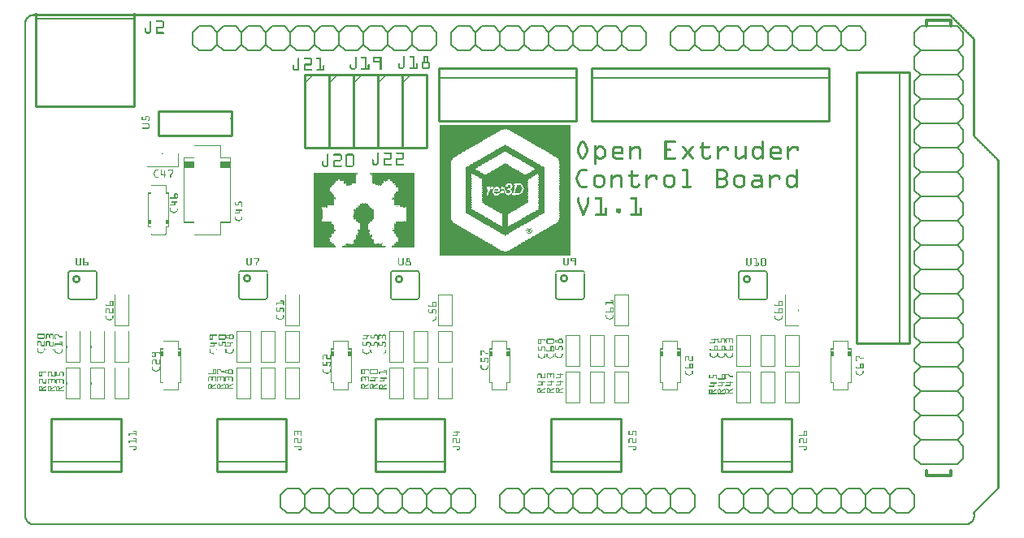
<source format=gto>
G04 MADE WITH FRITZING*
G04 WWW.FRITZING.ORG*
G04 DOUBLE SIDED*
G04 HOLES PLATED*
G04 CONTOUR ON CENTER OF CONTOUR VECTOR*
%ASAXBY*%
%FSLAX23Y23*%
%MOIN*%
%OFA0B0*%
%SFA1.0B1.0*%
%ADD10C,0.035590X0.0155904*%
%ADD11C,0.006000*%
%ADD12C,0.010000*%
%ADD13C,0.005000*%
%ADD14C,0.012000*%
%ADD15R,0.001000X0.001000*%
%LNSILK1*%
G90*
G70*
G54D10*
X2963Y1018D03*
X2213Y1020D03*
X1536Y1019D03*
X913Y1020D03*
X213Y1019D03*
G54D11*
X2930Y943D02*
X2930Y1040D01*
D02*
X3047Y1040D02*
X3047Y943D01*
D02*
X3037Y1051D02*
X2940Y1051D01*
D02*
X2940Y934D02*
X3037Y934D01*
G54D12*
D02*
X1450Y1857D02*
X1450Y1557D01*
D02*
X1450Y1557D02*
X1550Y1557D01*
D02*
X1550Y1557D02*
X1550Y1857D01*
D02*
X1550Y1857D02*
X1450Y1857D01*
G54D11*
D02*
X2180Y945D02*
X2180Y1042D01*
D02*
X2297Y1042D02*
X2297Y945D01*
D02*
X2287Y1052D02*
X2190Y1052D01*
D02*
X2190Y936D02*
X2287Y936D01*
G54D12*
D02*
X1150Y1857D02*
X1150Y1557D01*
D02*
X1150Y1557D02*
X1250Y1557D01*
D02*
X1250Y1557D02*
X1250Y1857D01*
D02*
X1250Y1857D02*
X1150Y1857D01*
G54D11*
D02*
X1503Y944D02*
X1503Y1041D01*
D02*
X1620Y1041D02*
X1620Y944D01*
D02*
X1610Y1051D02*
X1513Y1051D01*
D02*
X1513Y935D02*
X1610Y935D01*
G54D12*
D02*
X1250Y1857D02*
X1250Y1557D01*
D02*
X1250Y1557D02*
X1350Y1557D01*
D02*
X1350Y1557D02*
X1350Y1857D01*
D02*
X1350Y1857D02*
X1250Y1857D01*
D02*
X1350Y1857D02*
X1350Y1557D01*
D02*
X1350Y1557D02*
X1450Y1557D01*
D02*
X1450Y1557D02*
X1450Y1857D01*
D02*
X1450Y1857D02*
X1350Y1857D01*
G54D11*
D02*
X880Y945D02*
X880Y1042D01*
D02*
X997Y1042D02*
X997Y945D01*
D02*
X987Y1052D02*
X890Y1052D01*
D02*
X890Y936D02*
X987Y936D01*
D02*
X180Y944D02*
X180Y1041D01*
D02*
X297Y1041D02*
X297Y944D01*
D02*
X287Y1051D02*
X190Y1051D01*
D02*
X190Y935D02*
X287Y935D01*
G54D12*
D02*
X1550Y1857D02*
X1550Y1557D01*
D02*
X1550Y1557D02*
X1650Y1557D01*
D02*
X1650Y1557D02*
X1650Y1857D01*
D02*
X1650Y1857D02*
X1550Y1857D01*
D02*
X3412Y1869D02*
X3412Y756D01*
D02*
X3412Y756D02*
X3628Y756D01*
D02*
X3628Y756D02*
X3628Y1869D01*
D02*
X3628Y1869D02*
X3412Y1869D01*
G54D13*
D02*
X3588Y756D02*
X3588Y1869D01*
G54D12*
D02*
X1701Y1669D02*
X2262Y1669D01*
D02*
X2262Y1669D02*
X2262Y1885D01*
D02*
X2262Y1885D02*
X1701Y1885D01*
D02*
X1701Y1885D02*
X1701Y1669D01*
G54D13*
D02*
X2262Y1845D02*
X1701Y1845D01*
G54D12*
D02*
X850Y1707D02*
X550Y1707D01*
D02*
X550Y1707D02*
X550Y1607D01*
D02*
X550Y1607D02*
X850Y1607D01*
D02*
X850Y1607D02*
X850Y1707D01*
G54D14*
D02*
X3700Y232D02*
X3700Y212D01*
D02*
X3700Y212D02*
X3800Y212D01*
D02*
X3800Y212D02*
X3800Y232D01*
D02*
X3700Y2057D02*
X3700Y2082D01*
D02*
X3700Y2082D02*
X3800Y2082D01*
D02*
X3800Y2082D02*
X3800Y2057D01*
G54D11*
D02*
X3475Y157D02*
X3525Y157D01*
D02*
X3525Y157D02*
X3550Y132D01*
D02*
X3550Y132D02*
X3550Y82D01*
D02*
X3550Y82D02*
X3525Y57D01*
D02*
X3350Y132D02*
X3375Y157D01*
D02*
X3375Y157D02*
X3425Y157D01*
D02*
X3425Y157D02*
X3450Y132D01*
D02*
X3450Y132D02*
X3450Y82D01*
D02*
X3450Y82D02*
X3425Y57D01*
D02*
X3425Y57D02*
X3375Y57D01*
D02*
X3375Y57D02*
X3350Y82D01*
D02*
X3475Y157D02*
X3450Y132D01*
D02*
X3450Y82D02*
X3475Y57D01*
D02*
X3525Y57D02*
X3475Y57D01*
D02*
X3175Y157D02*
X3225Y157D01*
D02*
X3225Y157D02*
X3250Y132D01*
D02*
X3250Y132D02*
X3250Y82D01*
D02*
X3250Y82D02*
X3225Y57D01*
D02*
X3250Y132D02*
X3275Y157D01*
D02*
X3275Y157D02*
X3325Y157D01*
D02*
X3325Y157D02*
X3350Y132D01*
D02*
X3350Y132D02*
X3350Y82D01*
D02*
X3350Y82D02*
X3325Y57D01*
D02*
X3325Y57D02*
X3275Y57D01*
D02*
X3275Y57D02*
X3250Y82D01*
D02*
X3050Y132D02*
X3075Y157D01*
D02*
X3075Y157D02*
X3125Y157D01*
D02*
X3125Y157D02*
X3150Y132D01*
D02*
X3150Y132D02*
X3150Y82D01*
D02*
X3150Y82D02*
X3125Y57D01*
D02*
X3125Y57D02*
X3075Y57D01*
D02*
X3075Y57D02*
X3050Y82D01*
D02*
X3175Y157D02*
X3150Y132D01*
D02*
X3150Y82D02*
X3175Y57D01*
D02*
X3225Y57D02*
X3175Y57D01*
D02*
X2875Y157D02*
X2925Y157D01*
D02*
X2925Y157D02*
X2950Y132D01*
D02*
X2950Y132D02*
X2950Y82D01*
D02*
X2950Y82D02*
X2925Y57D01*
D02*
X2950Y132D02*
X2975Y157D01*
D02*
X2975Y157D02*
X3025Y157D01*
D02*
X3025Y157D02*
X3050Y132D01*
D02*
X3050Y132D02*
X3050Y82D01*
D02*
X3050Y82D02*
X3025Y57D01*
D02*
X3025Y57D02*
X2975Y57D01*
D02*
X2975Y57D02*
X2950Y82D01*
D02*
X2850Y132D02*
X2850Y82D01*
D02*
X2875Y157D02*
X2850Y132D01*
D02*
X2850Y82D02*
X2875Y57D01*
D02*
X2925Y57D02*
X2875Y57D01*
D02*
X3575Y157D02*
X3625Y157D01*
D02*
X3625Y157D02*
X3650Y132D01*
D02*
X3650Y132D02*
X3650Y82D01*
D02*
X3650Y82D02*
X3625Y57D01*
D02*
X3575Y157D02*
X3550Y132D01*
D02*
X3550Y82D02*
X3575Y57D01*
D02*
X3625Y57D02*
X3575Y57D01*
D02*
X2575Y157D02*
X2625Y157D01*
D02*
X2625Y157D02*
X2650Y132D01*
D02*
X2650Y132D02*
X2650Y82D01*
D02*
X2650Y82D02*
X2625Y57D01*
D02*
X2450Y132D02*
X2475Y157D01*
D02*
X2475Y157D02*
X2525Y157D01*
D02*
X2525Y157D02*
X2550Y132D01*
D02*
X2550Y132D02*
X2550Y82D01*
D02*
X2550Y82D02*
X2525Y57D01*
D02*
X2525Y57D02*
X2475Y57D01*
D02*
X2475Y57D02*
X2450Y82D01*
D02*
X2575Y157D02*
X2550Y132D01*
D02*
X2550Y82D02*
X2575Y57D01*
D02*
X2625Y57D02*
X2575Y57D01*
D02*
X2275Y157D02*
X2325Y157D01*
D02*
X2325Y157D02*
X2350Y132D01*
D02*
X2350Y132D02*
X2350Y82D01*
D02*
X2350Y82D02*
X2325Y57D01*
D02*
X2350Y132D02*
X2375Y157D01*
D02*
X2375Y157D02*
X2425Y157D01*
D02*
X2425Y157D02*
X2450Y132D01*
D02*
X2450Y132D02*
X2450Y82D01*
D02*
X2450Y82D02*
X2425Y57D01*
D02*
X2425Y57D02*
X2375Y57D01*
D02*
X2375Y57D02*
X2350Y82D01*
D02*
X2150Y132D02*
X2175Y157D01*
D02*
X2175Y157D02*
X2225Y157D01*
D02*
X2225Y157D02*
X2250Y132D01*
D02*
X2250Y132D02*
X2250Y82D01*
D02*
X2250Y82D02*
X2225Y57D01*
D02*
X2225Y57D02*
X2175Y57D01*
D02*
X2175Y57D02*
X2150Y82D01*
D02*
X2275Y157D02*
X2250Y132D01*
D02*
X2250Y82D02*
X2275Y57D01*
D02*
X2325Y57D02*
X2275Y57D01*
D02*
X1975Y157D02*
X2025Y157D01*
D02*
X2025Y157D02*
X2050Y132D01*
D02*
X2050Y132D02*
X2050Y82D01*
D02*
X2050Y82D02*
X2025Y57D01*
D02*
X2050Y132D02*
X2075Y157D01*
D02*
X2075Y157D02*
X2125Y157D01*
D02*
X2125Y157D02*
X2150Y132D01*
D02*
X2150Y132D02*
X2150Y82D01*
D02*
X2150Y82D02*
X2125Y57D01*
D02*
X2125Y57D02*
X2075Y57D01*
D02*
X2075Y57D02*
X2050Y82D01*
D02*
X1950Y132D02*
X1950Y82D01*
D02*
X1975Y157D02*
X1950Y132D01*
D02*
X1950Y82D02*
X1975Y57D01*
D02*
X2025Y57D02*
X1975Y57D01*
D02*
X2675Y157D02*
X2725Y157D01*
D02*
X2725Y157D02*
X2750Y132D01*
D02*
X2750Y132D02*
X2750Y82D01*
D02*
X2750Y82D02*
X2725Y57D01*
D02*
X2675Y157D02*
X2650Y132D01*
D02*
X2650Y82D02*
X2675Y57D01*
D02*
X2725Y57D02*
X2675Y57D01*
D02*
X2825Y1957D02*
X2775Y1957D01*
D02*
X2775Y1957D02*
X2750Y1982D01*
D02*
X2750Y1982D02*
X2750Y2032D01*
D02*
X2750Y2032D02*
X2775Y2057D01*
D02*
X2950Y1982D02*
X2925Y1957D01*
D02*
X2925Y1957D02*
X2875Y1957D01*
D02*
X2875Y1957D02*
X2850Y1982D01*
D02*
X2850Y1982D02*
X2850Y2032D01*
D02*
X2850Y2032D02*
X2875Y2057D01*
D02*
X2875Y2057D02*
X2925Y2057D01*
D02*
X2925Y2057D02*
X2950Y2032D01*
D02*
X2825Y1957D02*
X2850Y1982D01*
D02*
X2850Y2032D02*
X2825Y2057D01*
D02*
X2775Y2057D02*
X2825Y2057D01*
D02*
X3125Y1957D02*
X3075Y1957D01*
D02*
X3075Y1957D02*
X3050Y1982D01*
D02*
X3050Y1982D02*
X3050Y2032D01*
D02*
X3050Y2032D02*
X3075Y2057D01*
D02*
X3050Y1982D02*
X3025Y1957D01*
D02*
X3025Y1957D02*
X2975Y1957D01*
D02*
X2975Y1957D02*
X2950Y1982D01*
D02*
X2950Y1982D02*
X2950Y2032D01*
D02*
X2950Y2032D02*
X2975Y2057D01*
D02*
X2975Y2057D02*
X3025Y2057D01*
D02*
X3025Y2057D02*
X3050Y2032D01*
D02*
X3250Y1982D02*
X3225Y1957D01*
D02*
X3225Y1957D02*
X3175Y1957D01*
D02*
X3175Y1957D02*
X3150Y1982D01*
D02*
X3150Y1982D02*
X3150Y2032D01*
D02*
X3150Y2032D02*
X3175Y2057D01*
D02*
X3175Y2057D02*
X3225Y2057D01*
D02*
X3225Y2057D02*
X3250Y2032D01*
D02*
X3125Y1957D02*
X3150Y1982D01*
D02*
X3150Y2032D02*
X3125Y2057D01*
D02*
X3075Y2057D02*
X3125Y2057D01*
D02*
X3425Y1957D02*
X3375Y1957D01*
D02*
X3375Y1957D02*
X3350Y1982D01*
D02*
X3350Y1982D02*
X3350Y2032D01*
D02*
X3350Y2032D02*
X3375Y2057D01*
D02*
X3350Y1982D02*
X3325Y1957D01*
D02*
X3325Y1957D02*
X3275Y1957D01*
D02*
X3275Y1957D02*
X3250Y1982D01*
D02*
X3250Y1982D02*
X3250Y2032D01*
D02*
X3250Y2032D02*
X3275Y2057D01*
D02*
X3275Y2057D02*
X3325Y2057D01*
D02*
X3325Y2057D02*
X3350Y2032D01*
D02*
X3450Y1982D02*
X3450Y2032D01*
D02*
X3425Y1957D02*
X3450Y1982D01*
D02*
X3450Y2032D02*
X3425Y2057D01*
D02*
X3375Y2057D02*
X3425Y2057D01*
D02*
X2725Y1957D02*
X2675Y1957D01*
D02*
X2675Y1957D02*
X2650Y1982D01*
D02*
X2650Y1982D02*
X2650Y2032D01*
D02*
X2650Y2032D02*
X2675Y2057D01*
D02*
X2725Y1957D02*
X2750Y1982D01*
D02*
X2750Y2032D02*
X2725Y2057D01*
D02*
X2675Y2057D02*
X2725Y2057D01*
D02*
X1490Y2032D02*
X1515Y2057D01*
D02*
X1515Y2057D02*
X1565Y2057D01*
D02*
X1565Y2057D02*
X1590Y2032D01*
D02*
X1590Y2032D02*
X1590Y1982D01*
D02*
X1590Y1982D02*
X1565Y1957D01*
D02*
X1565Y1957D02*
X1515Y1957D01*
D02*
X1515Y1957D02*
X1490Y1982D01*
D02*
X1315Y2057D02*
X1365Y2057D01*
D02*
X1365Y2057D02*
X1390Y2032D01*
D02*
X1390Y2032D02*
X1390Y1982D01*
D02*
X1390Y1982D02*
X1365Y1957D01*
D02*
X1390Y2032D02*
X1415Y2057D01*
D02*
X1415Y2057D02*
X1465Y2057D01*
D02*
X1465Y2057D02*
X1490Y2032D01*
D02*
X1490Y2032D02*
X1490Y1982D01*
D02*
X1490Y1982D02*
X1465Y1957D01*
D02*
X1465Y1957D02*
X1415Y1957D01*
D02*
X1415Y1957D02*
X1390Y1982D01*
D02*
X1190Y2032D02*
X1215Y2057D01*
D02*
X1215Y2057D02*
X1265Y2057D01*
D02*
X1265Y2057D02*
X1290Y2032D01*
D02*
X1290Y2032D02*
X1290Y1982D01*
D02*
X1290Y1982D02*
X1265Y1957D01*
D02*
X1265Y1957D02*
X1215Y1957D01*
D02*
X1215Y1957D02*
X1190Y1982D01*
D02*
X1315Y2057D02*
X1290Y2032D01*
D02*
X1290Y1982D02*
X1315Y1957D01*
D02*
X1365Y1957D02*
X1315Y1957D01*
D02*
X1015Y2057D02*
X1065Y2057D01*
D02*
X1065Y2057D02*
X1090Y2032D01*
D02*
X1090Y2032D02*
X1090Y1982D01*
D02*
X1090Y1982D02*
X1065Y1957D01*
D02*
X1090Y2032D02*
X1115Y2057D01*
D02*
X1115Y2057D02*
X1165Y2057D01*
D02*
X1165Y2057D02*
X1190Y2032D01*
D02*
X1190Y2032D02*
X1190Y1982D01*
D02*
X1190Y1982D02*
X1165Y1957D01*
D02*
X1165Y1957D02*
X1115Y1957D01*
D02*
X1115Y1957D02*
X1090Y1982D01*
D02*
X890Y2032D02*
X915Y2057D01*
D02*
X915Y2057D02*
X965Y2057D01*
D02*
X965Y2057D02*
X990Y2032D01*
D02*
X990Y2032D02*
X990Y1982D01*
D02*
X990Y1982D02*
X965Y1957D01*
D02*
X965Y1957D02*
X915Y1957D01*
D02*
X915Y1957D02*
X890Y1982D01*
D02*
X1015Y2057D02*
X990Y2032D01*
D02*
X990Y1982D02*
X1015Y1957D01*
D02*
X1065Y1957D02*
X1015Y1957D01*
D02*
X715Y2057D02*
X765Y2057D01*
D02*
X765Y2057D02*
X790Y2032D01*
D02*
X790Y2032D02*
X790Y1982D01*
D02*
X790Y1982D02*
X765Y1957D01*
D02*
X790Y2032D02*
X815Y2057D01*
D02*
X815Y2057D02*
X865Y2057D01*
D02*
X865Y2057D02*
X890Y2032D01*
D02*
X890Y2032D02*
X890Y1982D01*
D02*
X890Y1982D02*
X865Y1957D01*
D02*
X865Y1957D02*
X815Y1957D01*
D02*
X815Y1957D02*
X790Y1982D01*
D02*
X690Y2032D02*
X690Y1982D01*
D02*
X715Y2057D02*
X690Y2032D01*
D02*
X690Y1982D02*
X715Y1957D01*
D02*
X765Y1957D02*
X715Y1957D01*
D02*
X1615Y2057D02*
X1665Y2057D01*
D02*
X1665Y2057D02*
X1690Y2032D01*
D02*
X1690Y2032D02*
X1690Y1982D01*
D02*
X1690Y1982D02*
X1665Y1957D01*
D02*
X1615Y2057D02*
X1590Y2032D01*
D02*
X1590Y1982D02*
X1615Y1957D01*
D02*
X1665Y1957D02*
X1615Y1957D01*
D02*
X1675Y157D02*
X1725Y157D01*
D02*
X1725Y157D02*
X1750Y132D01*
D02*
X1750Y132D02*
X1750Y82D01*
D02*
X1750Y82D02*
X1725Y57D01*
D02*
X1550Y132D02*
X1575Y157D01*
D02*
X1575Y157D02*
X1625Y157D01*
D02*
X1625Y157D02*
X1650Y132D01*
D02*
X1650Y132D02*
X1650Y82D01*
D02*
X1650Y82D02*
X1625Y57D01*
D02*
X1625Y57D02*
X1575Y57D01*
D02*
X1575Y57D02*
X1550Y82D01*
D02*
X1675Y157D02*
X1650Y132D01*
D02*
X1650Y82D02*
X1675Y57D01*
D02*
X1725Y57D02*
X1675Y57D01*
D02*
X1375Y157D02*
X1425Y157D01*
D02*
X1425Y157D02*
X1450Y132D01*
D02*
X1450Y132D02*
X1450Y82D01*
D02*
X1450Y82D02*
X1425Y57D01*
D02*
X1450Y132D02*
X1475Y157D01*
D02*
X1475Y157D02*
X1525Y157D01*
D02*
X1525Y157D02*
X1550Y132D01*
D02*
X1550Y132D02*
X1550Y82D01*
D02*
X1550Y82D02*
X1525Y57D01*
D02*
X1525Y57D02*
X1475Y57D01*
D02*
X1475Y57D02*
X1450Y82D01*
D02*
X1250Y132D02*
X1275Y157D01*
D02*
X1275Y157D02*
X1325Y157D01*
D02*
X1325Y157D02*
X1350Y132D01*
D02*
X1350Y132D02*
X1350Y82D01*
D02*
X1350Y82D02*
X1325Y57D01*
D02*
X1325Y57D02*
X1275Y57D01*
D02*
X1275Y57D02*
X1250Y82D01*
D02*
X1375Y157D02*
X1350Y132D01*
D02*
X1350Y82D02*
X1375Y57D01*
D02*
X1425Y57D02*
X1375Y57D01*
D02*
X1075Y157D02*
X1125Y157D01*
D02*
X1125Y157D02*
X1150Y132D01*
D02*
X1150Y132D02*
X1150Y82D01*
D02*
X1150Y82D02*
X1125Y57D01*
D02*
X1150Y132D02*
X1175Y157D01*
D02*
X1175Y157D02*
X1225Y157D01*
D02*
X1225Y157D02*
X1250Y132D01*
D02*
X1250Y132D02*
X1250Y82D01*
D02*
X1250Y82D02*
X1225Y57D01*
D02*
X1225Y57D02*
X1175Y57D01*
D02*
X1175Y57D02*
X1150Y82D01*
D02*
X1050Y132D02*
X1050Y82D01*
D02*
X1075Y157D02*
X1050Y132D01*
D02*
X1050Y82D02*
X1075Y57D01*
D02*
X1125Y57D02*
X1075Y57D01*
D02*
X1775Y157D02*
X1825Y157D01*
D02*
X1825Y157D02*
X1850Y132D01*
D02*
X1850Y132D02*
X1850Y82D01*
D02*
X1850Y82D02*
X1825Y57D01*
D02*
X1775Y157D02*
X1750Y132D01*
D02*
X1750Y82D02*
X1775Y57D01*
D02*
X1825Y57D02*
X1775Y57D01*
D02*
X1925Y1957D02*
X1875Y1957D01*
D02*
X1875Y1957D02*
X1850Y1982D01*
D02*
X1850Y1982D02*
X1850Y2032D01*
D02*
X1850Y2032D02*
X1875Y2057D01*
D02*
X2050Y1982D02*
X2025Y1957D01*
D02*
X2025Y1957D02*
X1975Y1957D01*
D02*
X1975Y1957D02*
X1950Y1982D01*
D02*
X1950Y1982D02*
X1950Y2032D01*
D02*
X1950Y2032D02*
X1975Y2057D01*
D02*
X1975Y2057D02*
X2025Y2057D01*
D02*
X2025Y2057D02*
X2050Y2032D01*
D02*
X1925Y1957D02*
X1950Y1982D01*
D02*
X1950Y2032D02*
X1925Y2057D01*
D02*
X1875Y2057D02*
X1925Y2057D01*
D02*
X2225Y1957D02*
X2175Y1957D01*
D02*
X2175Y1957D02*
X2150Y1982D01*
D02*
X2150Y1982D02*
X2150Y2032D01*
D02*
X2150Y2032D02*
X2175Y2057D01*
D02*
X2150Y1982D02*
X2125Y1957D01*
D02*
X2125Y1957D02*
X2075Y1957D01*
D02*
X2075Y1957D02*
X2050Y1982D01*
D02*
X2050Y1982D02*
X2050Y2032D01*
D02*
X2050Y2032D02*
X2075Y2057D01*
D02*
X2075Y2057D02*
X2125Y2057D01*
D02*
X2125Y2057D02*
X2150Y2032D01*
D02*
X2350Y1982D02*
X2325Y1957D01*
D02*
X2325Y1957D02*
X2275Y1957D01*
D02*
X2275Y1957D02*
X2250Y1982D01*
D02*
X2250Y1982D02*
X2250Y2032D01*
D02*
X2250Y2032D02*
X2275Y2057D01*
D02*
X2275Y2057D02*
X2325Y2057D01*
D02*
X2325Y2057D02*
X2350Y2032D01*
D02*
X2225Y1957D02*
X2250Y1982D01*
D02*
X2250Y2032D02*
X2225Y2057D01*
D02*
X2175Y2057D02*
X2225Y2057D01*
D02*
X2525Y1957D02*
X2475Y1957D01*
D02*
X2475Y1957D02*
X2450Y1982D01*
D02*
X2450Y1982D02*
X2450Y2032D01*
D02*
X2450Y2032D02*
X2475Y2057D01*
D02*
X2450Y1982D02*
X2425Y1957D01*
D02*
X2425Y1957D02*
X2375Y1957D01*
D02*
X2375Y1957D02*
X2350Y1982D01*
D02*
X2350Y1982D02*
X2350Y2032D01*
D02*
X2350Y2032D02*
X2375Y2057D01*
D02*
X2375Y2057D02*
X2425Y2057D01*
D02*
X2425Y2057D02*
X2450Y2032D01*
D02*
X2550Y1982D02*
X2550Y2032D01*
D02*
X2525Y1957D02*
X2550Y1982D01*
D02*
X2550Y2032D02*
X2525Y2057D01*
D02*
X2475Y2057D02*
X2525Y2057D01*
D02*
X1825Y1957D02*
X1775Y1957D01*
D02*
X1775Y1957D02*
X1750Y1982D01*
D02*
X1750Y1982D02*
X1750Y2032D01*
D02*
X1750Y2032D02*
X1775Y2057D01*
D02*
X1825Y1957D02*
X1850Y1982D01*
D02*
X1850Y2032D02*
X1825Y2057D01*
D02*
X1775Y2057D02*
X1825Y2057D01*
D02*
X3675Y2057D02*
X3650Y2032D01*
D02*
X3650Y2032D02*
X3650Y1982D01*
D02*
X3650Y1982D02*
X3675Y1957D01*
D02*
X3675Y1957D02*
X3650Y1932D01*
D02*
X3650Y1932D02*
X3650Y1882D01*
D02*
X3650Y1882D02*
X3675Y1857D01*
D02*
X3675Y1857D02*
X3650Y1832D01*
D02*
X3650Y1832D02*
X3650Y1782D01*
D02*
X3650Y1782D02*
X3675Y1757D01*
D02*
X3675Y1757D02*
X3650Y1732D01*
D02*
X3650Y1732D02*
X3650Y1682D01*
D02*
X3650Y1682D02*
X3675Y1657D01*
D02*
X3675Y1657D02*
X3650Y1632D01*
D02*
X3650Y1632D02*
X3650Y1582D01*
D02*
X3650Y1582D02*
X3675Y1557D01*
D02*
X3675Y1557D02*
X3650Y1532D01*
D02*
X3650Y1532D02*
X3650Y1482D01*
D02*
X3650Y1482D02*
X3675Y1457D01*
D02*
X3675Y2057D02*
X3825Y2057D01*
D02*
X3825Y2057D02*
X3850Y2032D01*
D02*
X3850Y2032D02*
X3850Y1982D01*
D02*
X3850Y1982D02*
X3825Y1957D01*
D02*
X3825Y1957D02*
X3850Y1932D01*
D02*
X3850Y1932D02*
X3850Y1882D01*
D02*
X3850Y1882D02*
X3825Y1857D01*
D02*
X3825Y1857D02*
X3850Y1832D01*
D02*
X3850Y1832D02*
X3850Y1782D01*
D02*
X3850Y1782D02*
X3825Y1757D01*
D02*
X3825Y1757D02*
X3850Y1732D01*
D02*
X3850Y1732D02*
X3850Y1682D01*
D02*
X3850Y1682D02*
X3825Y1657D01*
D02*
X3825Y1657D02*
X3850Y1632D01*
D02*
X3850Y1632D02*
X3850Y1582D01*
D02*
X3850Y1582D02*
X3825Y1557D01*
D02*
X3825Y1557D02*
X3850Y1532D01*
D02*
X3850Y1532D02*
X3850Y1482D01*
D02*
X3850Y1482D02*
X3825Y1457D01*
D02*
X3825Y1457D02*
X3850Y1432D01*
D02*
X3850Y1432D02*
X3850Y1382D01*
D02*
X3850Y1382D02*
X3825Y1357D01*
D02*
X3825Y1357D02*
X3850Y1332D01*
D02*
X3850Y1332D02*
X3850Y1282D01*
D02*
X3850Y1282D02*
X3825Y1257D01*
D02*
X3825Y1257D02*
X3850Y1232D01*
D02*
X3850Y1232D02*
X3850Y1182D01*
D02*
X3850Y1182D02*
X3825Y1157D01*
D02*
X3825Y1157D02*
X3850Y1132D01*
D02*
X3850Y1132D02*
X3850Y1082D01*
D02*
X3850Y1082D02*
X3825Y1057D01*
D02*
X3825Y1057D02*
X3850Y1032D01*
D02*
X3850Y1032D02*
X3850Y982D01*
D02*
X3850Y982D02*
X3825Y957D01*
D02*
X3825Y957D02*
X3850Y932D01*
D02*
X3850Y932D02*
X3850Y882D01*
D02*
X3825Y857D02*
X3850Y882D01*
D02*
X3825Y857D02*
X3850Y832D01*
D02*
X3850Y782D02*
X3850Y832D01*
D02*
X3850Y782D02*
X3825Y757D01*
D02*
X3825Y757D02*
X3850Y732D01*
D02*
X3850Y682D02*
X3850Y732D01*
D02*
X3850Y682D02*
X3825Y657D01*
D02*
X3825Y657D02*
X3850Y632D01*
D02*
X3850Y582D02*
X3850Y632D01*
D02*
X3850Y582D02*
X3825Y557D01*
D02*
X3825Y557D02*
X3850Y532D01*
D02*
X3850Y482D02*
X3850Y532D01*
D02*
X3850Y482D02*
X3825Y457D01*
D02*
X3825Y457D02*
X3850Y432D01*
D02*
X3850Y382D02*
X3850Y432D01*
D02*
X3850Y382D02*
X3825Y357D01*
D02*
X3825Y357D02*
X3850Y332D01*
D02*
X3850Y282D02*
X3850Y332D01*
D02*
X3850Y282D02*
X3825Y257D01*
D02*
X3675Y257D02*
X3650Y282D01*
D02*
X3650Y282D02*
X3650Y332D01*
D02*
X3675Y357D02*
X3650Y332D01*
D02*
X3675Y357D02*
X3650Y382D01*
D02*
X3650Y382D02*
X3650Y432D01*
D02*
X3675Y457D02*
X3650Y432D01*
D02*
X3675Y457D02*
X3650Y482D01*
D02*
X3650Y532D02*
X3650Y482D01*
D02*
X3650Y532D02*
X3675Y557D01*
D02*
X3675Y557D02*
X3650Y582D01*
D02*
X3650Y632D02*
X3650Y582D01*
D02*
X3650Y632D02*
X3675Y657D01*
D02*
X3675Y657D02*
X3650Y682D01*
D02*
X3650Y682D02*
X3650Y732D01*
D02*
X3675Y757D02*
X3650Y732D01*
D02*
X3675Y757D02*
X3650Y782D01*
D02*
X3650Y782D02*
X3650Y832D01*
D02*
X3675Y857D02*
X3650Y832D01*
D02*
X3675Y857D02*
X3650Y882D01*
D02*
X3650Y882D02*
X3650Y932D01*
D02*
X3675Y957D02*
X3650Y932D01*
D02*
X3675Y957D02*
X3650Y982D01*
D02*
X3650Y982D02*
X3650Y1032D01*
D02*
X3675Y1057D02*
X3650Y1032D01*
D02*
X3675Y1057D02*
X3650Y1082D01*
D02*
X3650Y1082D02*
X3650Y1132D01*
D02*
X3675Y1157D02*
X3650Y1132D01*
D02*
X3675Y1157D02*
X3650Y1182D01*
D02*
X3650Y1182D02*
X3650Y1232D01*
D02*
X3675Y1257D02*
X3650Y1232D01*
D02*
X3675Y1257D02*
X3650Y1282D01*
D02*
X3650Y1282D02*
X3650Y1332D01*
D02*
X3675Y1357D02*
X3650Y1332D01*
D02*
X3675Y1357D02*
X3650Y1382D01*
D02*
X3650Y1382D02*
X3650Y1432D01*
D02*
X3675Y1457D02*
X3650Y1432D01*
D02*
X3825Y1957D02*
X3675Y1957D01*
D02*
X3825Y1857D02*
X3675Y1857D01*
D02*
X3825Y1757D02*
X3675Y1757D01*
D02*
X3825Y1657D02*
X3675Y1657D01*
D02*
X3825Y1557D02*
X3675Y1557D01*
D02*
X3825Y1457D02*
X3675Y1457D01*
D02*
X3825Y1357D02*
X3675Y1357D01*
D02*
X3825Y1257D02*
X3675Y1257D01*
D02*
X3825Y1157D02*
X3675Y1157D01*
D02*
X3825Y1057D02*
X3675Y1057D01*
D02*
X3825Y957D02*
X3675Y957D01*
D02*
X3825Y857D02*
X3675Y857D01*
D02*
X3825Y757D02*
X3675Y757D01*
D02*
X3825Y657D02*
X3675Y657D01*
D02*
X3825Y557D02*
X3675Y557D01*
D02*
X3825Y457D02*
X3675Y457D01*
D02*
X3825Y357D02*
X3675Y357D01*
D02*
X3825Y257D02*
X3675Y257D01*
G54D12*
D02*
X2326Y1669D02*
X3301Y1669D01*
D02*
X3301Y1669D02*
X3301Y1885D01*
D02*
X3301Y1885D02*
X2326Y1885D01*
D02*
X2326Y1885D02*
X2326Y1669D01*
G54D13*
D02*
X3301Y1845D02*
X2326Y1845D01*
G54D12*
D02*
X47Y1727D02*
X450Y1727D01*
G54D13*
D02*
X450Y2087D02*
X47Y2087D01*
G54D12*
D02*
X3147Y445D02*
X2861Y445D01*
D02*
X2861Y445D02*
X2861Y229D01*
D02*
X2861Y229D02*
X3147Y229D01*
D02*
X3147Y229D02*
X3147Y445D01*
G54D13*
D02*
X2861Y269D02*
X3147Y269D01*
G54D12*
D02*
X2447Y445D02*
X2161Y445D01*
D02*
X2161Y445D02*
X2161Y229D01*
D02*
X2161Y229D02*
X2447Y229D01*
D02*
X2447Y229D02*
X2447Y445D01*
G54D13*
D02*
X2161Y269D02*
X2447Y269D01*
G54D12*
D02*
X1724Y445D02*
X1438Y445D01*
D02*
X1438Y445D02*
X1438Y229D01*
D02*
X1438Y229D02*
X1724Y229D01*
D02*
X1724Y229D02*
X1724Y445D01*
G54D13*
D02*
X1438Y269D02*
X1724Y269D01*
G54D12*
D02*
X1074Y445D02*
X788Y445D01*
D02*
X788Y445D02*
X788Y229D01*
D02*
X788Y229D02*
X1074Y229D01*
D02*
X1074Y229D02*
X1074Y445D01*
G54D13*
D02*
X788Y269D02*
X1074Y269D01*
G54D12*
D02*
X397Y445D02*
X111Y445D01*
D02*
X111Y445D02*
X111Y229D01*
D02*
X111Y229D02*
X397Y229D01*
D02*
X397Y229D02*
X397Y445D01*
G54D13*
D02*
X111Y269D02*
X397Y269D01*
G36*
X1703Y1652D02*
X1703Y1636D01*
X1980Y1636D01*
X1980Y1633D01*
X1985Y1633D01*
X1985Y1631D01*
X1989Y1631D01*
X1989Y1628D01*
X1992Y1628D01*
X1992Y1626D01*
X1997Y1626D01*
X1997Y1624D01*
X2001Y1624D01*
X2001Y1621D01*
X2006Y1621D01*
X2006Y1619D01*
X2009Y1619D01*
X2009Y1616D01*
X2013Y1616D01*
X2013Y1614D01*
X2018Y1614D01*
X2018Y1612D01*
X2023Y1612D01*
X2023Y1609D01*
X2025Y1609D01*
X2025Y1607D01*
X2030Y1607D01*
X2030Y1604D01*
X2035Y1604D01*
X2035Y1602D01*
X2040Y1602D01*
X2040Y1600D01*
X2042Y1600D01*
X2042Y1597D01*
X2047Y1597D01*
X2047Y1595D01*
X2052Y1595D01*
X2052Y1593D01*
X2056Y1593D01*
X2056Y1590D01*
X2059Y1590D01*
X2059Y1588D01*
X2063Y1588D01*
X2063Y1585D01*
X2068Y1585D01*
X2068Y1583D01*
X2073Y1583D01*
X2073Y1581D01*
X2075Y1581D01*
X2075Y1578D01*
X2080Y1578D01*
X2080Y1576D01*
X2085Y1576D01*
X2085Y1573D01*
X2087Y1573D01*
X2087Y1571D01*
X2092Y1571D01*
X2092Y1569D01*
X2097Y1569D01*
X2097Y1566D01*
X2102Y1566D01*
X2102Y1564D01*
X2104Y1564D01*
X2104Y1561D01*
X2109Y1561D01*
X2109Y1559D01*
X2114Y1559D01*
X2114Y1557D01*
X2118Y1557D01*
X2118Y1554D01*
X2121Y1554D01*
X2121Y1552D01*
X2126Y1552D01*
X2126Y1550D01*
X2130Y1550D01*
X2130Y1547D01*
X2135Y1547D01*
X2135Y1545D01*
X2138Y1545D01*
X2138Y1542D01*
X2142Y1542D01*
X2142Y1540D01*
X2147Y1540D01*
X2147Y1538D01*
X2152Y1538D01*
X2152Y1535D01*
X2154Y1535D01*
X2154Y1533D01*
X2159Y1533D01*
X2159Y1530D01*
X2164Y1530D01*
X2164Y1528D01*
X2166Y1528D01*
X2166Y1526D01*
X2171Y1526D01*
X2171Y1523D01*
X2176Y1523D01*
X2176Y1521D01*
X2181Y1521D01*
X2181Y1518D01*
X2183Y1518D01*
X2183Y1516D01*
X2185Y1516D01*
X2185Y1514D01*
X2188Y1514D01*
X2188Y1509D01*
X2190Y1509D01*
X2190Y1504D01*
X2192Y1504D01*
X2192Y1487D01*
X2195Y1487D01*
X2195Y1485D01*
X2192Y1485D01*
X2192Y1475D01*
X2195Y1475D01*
X2195Y1473D01*
X2192Y1473D01*
X2192Y1466D01*
X2195Y1466D01*
X2195Y1464D01*
X2192Y1464D01*
X2192Y1456D01*
X2195Y1456D01*
X2195Y1454D01*
X2192Y1454D01*
X2192Y1447D01*
X2195Y1447D01*
X2195Y1444D01*
X2192Y1444D01*
X2192Y1437D01*
X2195Y1437D01*
X2195Y1435D01*
X2192Y1435D01*
X2192Y1428D01*
X2195Y1428D01*
X2195Y1425D01*
X2192Y1425D01*
X2192Y1418D01*
X2195Y1418D01*
X2195Y1416D01*
X2192Y1416D01*
X2192Y1409D01*
X2195Y1409D01*
X2195Y1406D01*
X2192Y1406D01*
X2192Y1399D01*
X2195Y1399D01*
X2195Y1397D01*
X2192Y1397D01*
X2192Y1389D01*
X2195Y1389D01*
X2195Y1387D01*
X2192Y1387D01*
X2192Y1380D01*
X2195Y1380D01*
X2195Y1378D01*
X2192Y1378D01*
X2192Y1370D01*
X2195Y1370D01*
X2195Y1368D01*
X2192Y1368D01*
X2192Y1361D01*
X2195Y1361D01*
X2195Y1358D01*
X2192Y1358D01*
X2192Y1351D01*
X2195Y1351D01*
X2195Y1349D01*
X2192Y1349D01*
X2192Y1342D01*
X2195Y1342D01*
X2195Y1339D01*
X2192Y1339D01*
X2192Y1332D01*
X2195Y1332D01*
X2195Y1330D01*
X2192Y1330D01*
X2192Y1323D01*
X2195Y1323D01*
X2195Y1320D01*
X2192Y1320D01*
X2192Y1313D01*
X2195Y1313D01*
X2195Y1311D01*
X2192Y1311D01*
X2192Y1303D01*
X2195Y1303D01*
X2195Y1301D01*
X2192Y1301D01*
X2192Y1294D01*
X2195Y1294D01*
X2195Y1292D01*
X2192Y1292D01*
X2192Y1284D01*
X2195Y1284D01*
X2195Y1282D01*
X2192Y1282D01*
X2192Y1275D01*
X2195Y1275D01*
X2195Y1272D01*
X2192Y1272D01*
X2192Y1263D01*
X2190Y1263D01*
X2190Y1258D01*
X2188Y1258D01*
X2188Y1253D01*
X2185Y1253D01*
X2185Y1251D01*
X2183Y1251D01*
X2183Y1249D01*
X2178Y1249D01*
X2178Y1246D01*
X2176Y1246D01*
X2176Y1244D01*
X2171Y1244D01*
X2171Y1241D01*
X2166Y1241D01*
X2166Y1239D01*
X2161Y1239D01*
X2161Y1237D01*
X2159Y1237D01*
X2159Y1234D01*
X2154Y1234D01*
X2154Y1232D01*
X2149Y1232D01*
X2149Y1229D01*
X2145Y1229D01*
X2145Y1227D01*
X2142Y1227D01*
X2142Y1225D01*
X2138Y1225D01*
X2138Y1222D01*
X2133Y1222D01*
X2133Y1220D01*
X2130Y1220D01*
X2130Y1217D01*
X2126Y1217D01*
X2126Y1215D01*
X2121Y1215D01*
X2121Y1213D01*
X2116Y1213D01*
X2116Y1210D01*
X2114Y1210D01*
X2114Y1208D01*
X2109Y1208D01*
X2109Y1206D01*
X2104Y1206D01*
X2104Y1203D01*
X2099Y1203D01*
X2099Y1201D01*
X2097Y1201D01*
X2097Y1198D01*
X2092Y1198D01*
X2092Y1196D01*
X2087Y1196D01*
X2087Y1194D01*
X2083Y1194D01*
X2083Y1191D01*
X2078Y1191D01*
X2078Y1189D01*
X2075Y1189D01*
X2075Y1186D01*
X2071Y1186D01*
X2071Y1184D01*
X2066Y1184D01*
X2066Y1182D01*
X2063Y1182D01*
X2063Y1179D01*
X2059Y1179D01*
X2059Y1177D01*
X2054Y1177D01*
X2054Y1174D01*
X2052Y1174D01*
X2052Y1172D01*
X2047Y1172D01*
X2047Y1170D01*
X2042Y1170D01*
X2042Y1167D01*
X2037Y1167D01*
X2037Y1165D01*
X2035Y1165D01*
X2035Y1163D01*
X2030Y1163D01*
X2030Y1160D01*
X2025Y1160D01*
X2025Y1158D01*
X2023Y1158D01*
X2023Y1155D01*
X2018Y1155D01*
X2018Y1153D01*
X2013Y1153D01*
X2013Y1151D01*
X2009Y1151D01*
X2009Y1148D01*
X2006Y1148D01*
X2006Y1146D01*
X2001Y1146D01*
X2001Y1143D01*
X1997Y1143D01*
X1997Y1141D01*
X1994Y1141D01*
X1994Y1139D01*
X1989Y1139D01*
X1989Y1136D01*
X1985Y1136D01*
X1985Y1134D01*
X1980Y1134D01*
X1980Y1131D01*
X2240Y1131D01*
X2240Y1652D01*
X1703Y1652D01*
G37*
D02*
G36*
X1703Y1636D02*
X1703Y1131D01*
X1966Y1131D01*
X1966Y1134D01*
X1958Y1134D01*
X1958Y1136D01*
X1954Y1136D01*
X1954Y1139D01*
X1949Y1139D01*
X1949Y1141D01*
X1946Y1141D01*
X1946Y1143D01*
X1942Y1143D01*
X1942Y1146D01*
X1937Y1146D01*
X1937Y1148D01*
X1934Y1148D01*
X1934Y1151D01*
X1930Y1151D01*
X1930Y1153D01*
X1925Y1153D01*
X1925Y1155D01*
X1920Y1155D01*
X1920Y1158D01*
X1918Y1158D01*
X1918Y1160D01*
X1913Y1160D01*
X1913Y1163D01*
X1908Y1163D01*
X1908Y1165D01*
X1903Y1165D01*
X1903Y1167D01*
X1901Y1167D01*
X1901Y1170D01*
X1896Y1170D01*
X1896Y1172D01*
X1891Y1172D01*
X1891Y1174D01*
X1887Y1174D01*
X1887Y1177D01*
X1884Y1177D01*
X1884Y1179D01*
X1880Y1179D01*
X1880Y1182D01*
X1875Y1182D01*
X1875Y1184D01*
X1872Y1184D01*
X1872Y1186D01*
X1868Y1186D01*
X1868Y1189D01*
X1863Y1189D01*
X1863Y1191D01*
X1858Y1191D01*
X1858Y1194D01*
X1856Y1194D01*
X1856Y1196D01*
X1851Y1196D01*
X1851Y1198D01*
X1846Y1198D01*
X1846Y1201D01*
X1841Y1201D01*
X1841Y1203D01*
X1839Y1203D01*
X1839Y1206D01*
X1834Y1206D01*
X1834Y1208D01*
X1829Y1208D01*
X1829Y1210D01*
X1827Y1210D01*
X1827Y1213D01*
X1822Y1213D01*
X1822Y1215D01*
X1817Y1215D01*
X1817Y1217D01*
X1813Y1217D01*
X1813Y1220D01*
X1810Y1220D01*
X1810Y1222D01*
X1805Y1222D01*
X1805Y1225D01*
X1801Y1225D01*
X1801Y1227D01*
X1796Y1227D01*
X1796Y1229D01*
X1794Y1229D01*
X1794Y1232D01*
X1789Y1232D01*
X1789Y1234D01*
X1784Y1234D01*
X1784Y1237D01*
X1779Y1237D01*
X1779Y1239D01*
X1777Y1239D01*
X1777Y1241D01*
X1772Y1241D01*
X1772Y1244D01*
X1767Y1244D01*
X1767Y1246D01*
X1765Y1246D01*
X1765Y1249D01*
X1760Y1249D01*
X1760Y1251D01*
X1758Y1251D01*
X1758Y1253D01*
X1755Y1253D01*
X1755Y1258D01*
X1753Y1258D01*
X1753Y1260D01*
X1751Y1260D01*
X1751Y1275D01*
X1748Y1275D01*
X1748Y1277D01*
X1751Y1277D01*
X1751Y1280D01*
X1748Y1280D01*
X1748Y1282D01*
X1751Y1282D01*
X1751Y1287D01*
X1748Y1287D01*
X1748Y1289D01*
X1751Y1289D01*
X1751Y1292D01*
X1748Y1292D01*
X1748Y1294D01*
X1751Y1294D01*
X1751Y1296D01*
X1748Y1296D01*
X1748Y1299D01*
X1751Y1299D01*
X1751Y1303D01*
X1748Y1303D01*
X1748Y1306D01*
X1751Y1306D01*
X1751Y1308D01*
X1748Y1308D01*
X1748Y1311D01*
X1751Y1311D01*
X1751Y1313D01*
X1748Y1313D01*
X1748Y1315D01*
X1751Y1315D01*
X1751Y1320D01*
X1748Y1320D01*
X1748Y1323D01*
X1751Y1323D01*
X1751Y1325D01*
X1748Y1325D01*
X1748Y1327D01*
X1751Y1327D01*
X1751Y1330D01*
X1748Y1330D01*
X1748Y1332D01*
X1751Y1332D01*
X1751Y1337D01*
X1748Y1337D01*
X1748Y1339D01*
X1751Y1339D01*
X1751Y1342D01*
X1748Y1342D01*
X1748Y1344D01*
X1751Y1344D01*
X1751Y1346D01*
X1748Y1346D01*
X1748Y1349D01*
X1751Y1349D01*
X1751Y1354D01*
X1748Y1354D01*
X1748Y1356D01*
X1751Y1356D01*
X1751Y1358D01*
X1748Y1358D01*
X1748Y1361D01*
X1751Y1361D01*
X1751Y1363D01*
X1748Y1363D01*
X1748Y1366D01*
X1751Y1366D01*
X1751Y1370D01*
X1748Y1370D01*
X1748Y1373D01*
X1751Y1373D01*
X1751Y1375D01*
X1748Y1375D01*
X1748Y1378D01*
X1751Y1378D01*
X1751Y1380D01*
X1748Y1380D01*
X1748Y1382D01*
X1751Y1382D01*
X1751Y1387D01*
X1748Y1387D01*
X1748Y1389D01*
X1751Y1389D01*
X1751Y1392D01*
X1748Y1392D01*
X1748Y1394D01*
X1751Y1394D01*
X1751Y1397D01*
X1748Y1397D01*
X1748Y1399D01*
X1751Y1399D01*
X1751Y1404D01*
X1748Y1404D01*
X1748Y1406D01*
X1751Y1406D01*
X1751Y1409D01*
X1748Y1409D01*
X1748Y1411D01*
X1751Y1411D01*
X1751Y1413D01*
X1748Y1413D01*
X1748Y1416D01*
X1751Y1416D01*
X1751Y1421D01*
X1748Y1421D01*
X1748Y1423D01*
X1751Y1423D01*
X1751Y1425D01*
X1748Y1425D01*
X1748Y1428D01*
X1751Y1428D01*
X1751Y1432D01*
X1748Y1432D01*
X1748Y1435D01*
X1751Y1435D01*
X1751Y1437D01*
X1748Y1437D01*
X1748Y1440D01*
X1751Y1440D01*
X1751Y1444D01*
X1748Y1444D01*
X1748Y1447D01*
X1751Y1447D01*
X1751Y1452D01*
X1748Y1452D01*
X1748Y1454D01*
X1751Y1454D01*
X1751Y1456D01*
X1748Y1456D01*
X1748Y1459D01*
X1751Y1459D01*
X1751Y1464D01*
X1748Y1464D01*
X1748Y1466D01*
X1751Y1466D01*
X1751Y1471D01*
X1748Y1471D01*
X1748Y1473D01*
X1751Y1473D01*
X1751Y1478D01*
X1748Y1478D01*
X1748Y1480D01*
X1751Y1480D01*
X1751Y1485D01*
X1748Y1485D01*
X1748Y1487D01*
X1751Y1487D01*
X1751Y1492D01*
X1748Y1492D01*
X1748Y1495D01*
X1751Y1495D01*
X1751Y1504D01*
X1753Y1504D01*
X1753Y1509D01*
X1755Y1509D01*
X1755Y1514D01*
X1758Y1514D01*
X1758Y1516D01*
X1760Y1516D01*
X1760Y1518D01*
X1765Y1518D01*
X1765Y1521D01*
X1767Y1521D01*
X1767Y1523D01*
X1772Y1523D01*
X1772Y1526D01*
X1777Y1526D01*
X1777Y1528D01*
X1779Y1528D01*
X1779Y1530D01*
X1784Y1530D01*
X1784Y1533D01*
X1789Y1533D01*
X1789Y1535D01*
X1794Y1535D01*
X1794Y1538D01*
X1796Y1538D01*
X1796Y1540D01*
X1801Y1540D01*
X1801Y1542D01*
X1805Y1542D01*
X1805Y1545D01*
X1810Y1545D01*
X1810Y1547D01*
X1813Y1547D01*
X1813Y1550D01*
X1817Y1550D01*
X1817Y1552D01*
X1822Y1552D01*
X1822Y1554D01*
X1825Y1554D01*
X1825Y1557D01*
X1829Y1557D01*
X1829Y1559D01*
X1834Y1559D01*
X1834Y1561D01*
X1839Y1561D01*
X1839Y1564D01*
X1841Y1564D01*
X1841Y1566D01*
X1846Y1566D01*
X1846Y1569D01*
X1851Y1569D01*
X1851Y1571D01*
X1856Y1571D01*
X1856Y1573D01*
X1858Y1573D01*
X1858Y1576D01*
X1863Y1576D01*
X1863Y1578D01*
X1868Y1578D01*
X1868Y1581D01*
X1872Y1581D01*
X1872Y1583D01*
X1875Y1583D01*
X1875Y1585D01*
X1880Y1585D01*
X1880Y1588D01*
X1884Y1588D01*
X1884Y1590D01*
X1887Y1590D01*
X1887Y1593D01*
X1891Y1593D01*
X1891Y1595D01*
X1896Y1595D01*
X1896Y1597D01*
X1901Y1597D01*
X1901Y1600D01*
X1903Y1600D01*
X1903Y1602D01*
X1908Y1602D01*
X1908Y1604D01*
X1913Y1604D01*
X1913Y1607D01*
X1918Y1607D01*
X1918Y1609D01*
X1920Y1609D01*
X1920Y1612D01*
X1925Y1612D01*
X1925Y1614D01*
X1930Y1614D01*
X1930Y1616D01*
X1934Y1616D01*
X1934Y1619D01*
X1937Y1619D01*
X1937Y1621D01*
X1942Y1621D01*
X1942Y1624D01*
X1946Y1624D01*
X1946Y1626D01*
X1949Y1626D01*
X1949Y1628D01*
X1954Y1628D01*
X1954Y1631D01*
X1958Y1631D01*
X1958Y1633D01*
X1966Y1633D01*
X1966Y1636D01*
X1703Y1636D01*
G37*
D02*
G36*
X1970Y1636D02*
X1970Y1633D01*
X1973Y1633D01*
X1973Y1636D01*
X1970Y1636D01*
G37*
D02*
G36*
X1975Y1636D02*
X1975Y1633D01*
X1977Y1633D01*
X1977Y1636D01*
X1975Y1636D01*
G37*
D02*
G36*
X1975Y1134D02*
X1975Y1131D01*
X1977Y1131D01*
X1977Y1134D01*
X1975Y1134D01*
G37*
D02*
G36*
X1703Y1131D02*
X1703Y1129D01*
X2240Y1129D01*
X2240Y1131D01*
X1703Y1131D01*
G37*
D02*
G36*
X1703Y1131D02*
X1703Y1129D01*
X2240Y1129D01*
X2240Y1131D01*
X1703Y1131D01*
G37*
D02*
G36*
X1703Y1131D02*
X1703Y1129D01*
X2240Y1129D01*
X2240Y1131D01*
X1703Y1131D01*
G37*
D02*
G36*
X1703Y1129D02*
X1703Y1115D01*
X2240Y1115D01*
X2240Y1129D01*
X1703Y1129D01*
G37*
D02*
G36*
X2020Y1406D02*
X2020Y1404D01*
X2023Y1404D01*
X2023Y1406D01*
X2020Y1406D01*
G37*
D02*
G36*
X2025Y1406D02*
X2025Y1404D01*
X2028Y1404D01*
X2028Y1406D01*
X2025Y1406D01*
G37*
D02*
G36*
X2018Y1404D02*
X2018Y1401D01*
X2035Y1401D01*
X2035Y1404D01*
X2018Y1404D01*
G37*
D02*
G36*
X2018Y1404D02*
X2018Y1401D01*
X2035Y1401D01*
X2035Y1404D01*
X2018Y1404D01*
G37*
D02*
G36*
X2018Y1401D02*
X2018Y1394D01*
X2016Y1394D01*
X2016Y1387D01*
X2013Y1387D01*
X2013Y1375D01*
X2011Y1375D01*
X2011Y1370D01*
X2028Y1370D01*
X2028Y1373D01*
X2032Y1373D01*
X2032Y1375D01*
X2035Y1375D01*
X2035Y1378D01*
X2037Y1378D01*
X2037Y1380D01*
X2040Y1380D01*
X2040Y1389D01*
X2042Y1389D01*
X2042Y1392D01*
X2040Y1392D01*
X2040Y1399D01*
X2037Y1399D01*
X2037Y1401D01*
X2018Y1401D01*
G37*
D02*
G36*
X1932Y1389D02*
X1932Y1387D01*
X1930Y1387D01*
X1930Y1385D01*
X1927Y1385D01*
X1927Y1382D01*
X1944Y1382D01*
X1944Y1387D01*
X1942Y1387D01*
X1942Y1389D01*
X1932Y1389D01*
G37*
D02*
G36*
X1970Y1571D02*
X1970Y1569D01*
X1966Y1569D01*
X1966Y1566D01*
X1963Y1566D01*
X1963Y1564D01*
X1958Y1564D01*
X1958Y1561D01*
X1954Y1561D01*
X1954Y1559D01*
X1949Y1559D01*
X1949Y1557D01*
X1946Y1557D01*
X1946Y1554D01*
X1942Y1554D01*
X1942Y1552D01*
X1937Y1552D01*
X1937Y1550D01*
X1934Y1550D01*
X1934Y1547D01*
X1930Y1547D01*
X1930Y1545D01*
X1925Y1545D01*
X1925Y1542D01*
X1973Y1542D01*
X1973Y1540D01*
X1977Y1540D01*
X1977Y1538D01*
X1982Y1538D01*
X1982Y1535D01*
X1987Y1535D01*
X1987Y1533D01*
X1989Y1533D01*
X1989Y1530D01*
X1994Y1530D01*
X1994Y1528D01*
X1999Y1528D01*
X1999Y1526D01*
X2001Y1526D01*
X2001Y1523D01*
X2006Y1523D01*
X2006Y1521D01*
X2011Y1521D01*
X2011Y1518D01*
X2016Y1518D01*
X2016Y1516D01*
X2020Y1516D01*
X2020Y1514D01*
X2023Y1514D01*
X2023Y1511D01*
X2028Y1511D01*
X2028Y1509D01*
X2032Y1509D01*
X2032Y1507D01*
X2035Y1507D01*
X2035Y1504D01*
X2040Y1504D01*
X2040Y1502D01*
X2044Y1502D01*
X2044Y1499D01*
X2049Y1499D01*
X2049Y1497D01*
X2052Y1497D01*
X2052Y1495D01*
X2056Y1495D01*
X2056Y1492D01*
X2061Y1492D01*
X2061Y1490D01*
X2063Y1490D01*
X2063Y1487D01*
X2068Y1487D01*
X2068Y1485D01*
X2073Y1485D01*
X2073Y1483D01*
X2078Y1483D01*
X2078Y1480D01*
X2080Y1480D01*
X2080Y1478D01*
X2085Y1478D01*
X2085Y1475D01*
X2090Y1475D01*
X2090Y1473D01*
X2095Y1473D01*
X2095Y1471D01*
X2092Y1471D01*
X2092Y1468D01*
X2090Y1468D01*
X2090Y1466D01*
X2085Y1466D01*
X2085Y1464D01*
X2080Y1464D01*
X2080Y1461D01*
X2078Y1461D01*
X2078Y1459D01*
X2073Y1459D01*
X2073Y1456D01*
X2068Y1456D01*
X2068Y1454D01*
X2066Y1454D01*
X2066Y1452D01*
X2106Y1452D01*
X2106Y1449D01*
X2109Y1449D01*
X2109Y1447D01*
X2106Y1447D01*
X2106Y1444D01*
X2109Y1444D01*
X2109Y1442D01*
X2106Y1442D01*
X2106Y1440D01*
X2109Y1440D01*
X2109Y1437D01*
X2106Y1437D01*
X2106Y1435D01*
X2109Y1435D01*
X2109Y1432D01*
X2106Y1432D01*
X2106Y1430D01*
X2109Y1430D01*
X2109Y1428D01*
X2106Y1428D01*
X2106Y1425D01*
X2109Y1425D01*
X2109Y1423D01*
X2106Y1423D01*
X2106Y1421D01*
X2109Y1421D01*
X2109Y1418D01*
X2106Y1418D01*
X2106Y1416D01*
X2109Y1416D01*
X2109Y1413D01*
X2106Y1413D01*
X2106Y1411D01*
X2109Y1411D01*
X2109Y1409D01*
X2106Y1409D01*
X2106Y1406D01*
X2109Y1406D01*
X2109Y1404D01*
X2106Y1404D01*
X2106Y1401D01*
X2109Y1401D01*
X2109Y1399D01*
X2106Y1399D01*
X2106Y1397D01*
X2109Y1397D01*
X2109Y1394D01*
X2106Y1394D01*
X2106Y1392D01*
X2109Y1392D01*
X2109Y1387D01*
X2106Y1387D01*
X2106Y1385D01*
X2109Y1385D01*
X2109Y1382D01*
X2106Y1382D01*
X2106Y1380D01*
X2109Y1380D01*
X2109Y1378D01*
X2106Y1378D01*
X2106Y1375D01*
X2109Y1375D01*
X2109Y1370D01*
X2106Y1370D01*
X2106Y1368D01*
X2109Y1368D01*
X2109Y1366D01*
X2106Y1366D01*
X2106Y1363D01*
X2109Y1363D01*
X2109Y1358D01*
X2106Y1358D01*
X2106Y1356D01*
X2109Y1356D01*
X2109Y1354D01*
X2106Y1354D01*
X2106Y1351D01*
X2109Y1351D01*
X2109Y1346D01*
X2106Y1346D01*
X2106Y1344D01*
X2109Y1344D01*
X2109Y1342D01*
X2106Y1342D01*
X2106Y1339D01*
X2109Y1339D01*
X2109Y1335D01*
X2106Y1335D01*
X2106Y1332D01*
X2109Y1332D01*
X2109Y1330D01*
X2106Y1330D01*
X2106Y1327D01*
X2109Y1327D01*
X2109Y1323D01*
X2106Y1323D01*
X2106Y1320D01*
X2109Y1320D01*
X2109Y1318D01*
X2106Y1318D01*
X2106Y1315D01*
X2109Y1315D01*
X2109Y1311D01*
X2106Y1311D01*
X2106Y1308D01*
X2109Y1308D01*
X2109Y1306D01*
X2106Y1306D01*
X2106Y1303D01*
X2102Y1303D01*
X2102Y1301D01*
X2097Y1301D01*
X2097Y1299D01*
X2095Y1299D01*
X2095Y1296D01*
X2090Y1296D01*
X2090Y1294D01*
X2085Y1294D01*
X2085Y1292D01*
X2080Y1292D01*
X2080Y1289D01*
X2078Y1289D01*
X2078Y1287D01*
X2073Y1287D01*
X2073Y1284D01*
X2068Y1284D01*
X2068Y1282D01*
X2063Y1282D01*
X2063Y1280D01*
X2061Y1280D01*
X2061Y1277D01*
X2056Y1277D01*
X2056Y1275D01*
X2052Y1275D01*
X2052Y1272D01*
X2047Y1272D01*
X2047Y1270D01*
X2044Y1270D01*
X2044Y1268D01*
X2040Y1268D01*
X2040Y1265D01*
X2035Y1265D01*
X2035Y1263D01*
X2030Y1263D01*
X2030Y1260D01*
X2028Y1260D01*
X2028Y1258D01*
X2023Y1258D01*
X2023Y1256D01*
X2018Y1256D01*
X2018Y1253D01*
X2013Y1253D01*
X2013Y1251D01*
X2011Y1251D01*
X2011Y1249D01*
X2006Y1249D01*
X2006Y1246D01*
X2001Y1246D01*
X2001Y1244D01*
X1997Y1244D01*
X1997Y1241D01*
X1994Y1241D01*
X1994Y1239D01*
X1989Y1239D01*
X1989Y1237D01*
X1985Y1237D01*
X1985Y1234D01*
X2037Y1234D01*
X2037Y1237D01*
X2042Y1237D01*
X2042Y1239D01*
X2047Y1239D01*
X2047Y1241D01*
X2049Y1241D01*
X2049Y1244D01*
X2054Y1244D01*
X2054Y1246D01*
X2059Y1246D01*
X2059Y1249D01*
X2063Y1249D01*
X2063Y1251D01*
X2066Y1251D01*
X2066Y1253D01*
X2071Y1253D01*
X2071Y1256D01*
X2075Y1256D01*
X2075Y1258D01*
X2080Y1258D01*
X2080Y1260D01*
X2083Y1260D01*
X2083Y1263D01*
X2087Y1263D01*
X2087Y1265D01*
X2092Y1265D01*
X2092Y1268D01*
X2095Y1268D01*
X2095Y1270D01*
X2099Y1270D01*
X2099Y1272D01*
X2104Y1272D01*
X2104Y1275D01*
X2109Y1275D01*
X2109Y1277D01*
X2111Y1277D01*
X2111Y1280D01*
X2116Y1280D01*
X2116Y1282D01*
X2121Y1282D01*
X2121Y1284D01*
X2126Y1284D01*
X2126Y1287D01*
X2128Y1287D01*
X2128Y1289D01*
X2133Y1289D01*
X2133Y1478D01*
X2130Y1478D01*
X2130Y1480D01*
X2126Y1480D01*
X2126Y1483D01*
X2121Y1483D01*
X2121Y1485D01*
X2116Y1485D01*
X2116Y1487D01*
X2114Y1487D01*
X2114Y1490D01*
X2109Y1490D01*
X2109Y1492D01*
X2104Y1492D01*
X2104Y1495D01*
X2099Y1495D01*
X2099Y1497D01*
X2097Y1497D01*
X2097Y1499D01*
X2092Y1499D01*
X2092Y1502D01*
X2087Y1502D01*
X2087Y1504D01*
X2085Y1504D01*
X2085Y1507D01*
X2080Y1507D01*
X2080Y1509D01*
X2075Y1509D01*
X2075Y1511D01*
X2071Y1511D01*
X2071Y1514D01*
X2068Y1514D01*
X2068Y1516D01*
X2063Y1516D01*
X2063Y1518D01*
X2059Y1518D01*
X2059Y1521D01*
X2054Y1521D01*
X2054Y1523D01*
X2052Y1523D01*
X2052Y1526D01*
X2047Y1526D01*
X2047Y1528D01*
X2042Y1528D01*
X2042Y1530D01*
X2037Y1530D01*
X2037Y1533D01*
X2035Y1533D01*
X2035Y1535D01*
X2030Y1535D01*
X2030Y1538D01*
X2025Y1538D01*
X2025Y1540D01*
X2023Y1540D01*
X2023Y1542D01*
X2018Y1542D01*
X2018Y1545D01*
X2013Y1545D01*
X2013Y1547D01*
X2009Y1547D01*
X2009Y1550D01*
X2006Y1550D01*
X2006Y1552D01*
X2001Y1552D01*
X2001Y1554D01*
X1997Y1554D01*
X1997Y1557D01*
X1994Y1557D01*
X1994Y1559D01*
X1989Y1559D01*
X1989Y1561D01*
X1985Y1561D01*
X1985Y1564D01*
X1980Y1564D01*
X1980Y1566D01*
X1975Y1566D01*
X1975Y1569D01*
X1973Y1569D01*
X1973Y1571D01*
X1970Y1571D01*
G37*
D02*
G36*
X1920Y1542D02*
X1920Y1540D01*
X1918Y1540D01*
X1918Y1538D01*
X1913Y1538D01*
X1913Y1535D01*
X1908Y1535D01*
X1908Y1533D01*
X1903Y1533D01*
X1903Y1530D01*
X1901Y1530D01*
X1901Y1528D01*
X1896Y1528D01*
X1896Y1526D01*
X1891Y1526D01*
X1891Y1523D01*
X1887Y1523D01*
X1887Y1521D01*
X1884Y1521D01*
X1884Y1518D01*
X1880Y1518D01*
X1880Y1516D01*
X1875Y1516D01*
X1875Y1514D01*
X1872Y1514D01*
X1872Y1511D01*
X1868Y1511D01*
X1868Y1509D01*
X1863Y1509D01*
X1863Y1507D01*
X1858Y1507D01*
X1858Y1504D01*
X1856Y1504D01*
X1856Y1502D01*
X1851Y1502D01*
X1851Y1499D01*
X1846Y1499D01*
X1846Y1497D01*
X1841Y1497D01*
X1841Y1495D01*
X1839Y1495D01*
X1839Y1492D01*
X1834Y1492D01*
X1834Y1490D01*
X1829Y1490D01*
X1829Y1487D01*
X1827Y1487D01*
X1827Y1485D01*
X1822Y1485D01*
X1822Y1483D01*
X1817Y1483D01*
X1817Y1480D01*
X1813Y1480D01*
X1813Y1478D01*
X1810Y1478D01*
X1810Y1466D01*
X1808Y1466D01*
X1808Y1464D01*
X1810Y1464D01*
X1810Y1454D01*
X1808Y1454D01*
X1808Y1452D01*
X1837Y1452D01*
X1837Y1449D01*
X1841Y1449D01*
X1841Y1447D01*
X1887Y1447D01*
X1887Y1449D01*
X1882Y1449D01*
X1882Y1452D01*
X1880Y1452D01*
X1880Y1454D01*
X1875Y1454D01*
X1875Y1456D01*
X1870Y1456D01*
X1870Y1459D01*
X1868Y1459D01*
X1868Y1461D01*
X1863Y1461D01*
X1863Y1464D01*
X1858Y1464D01*
X1858Y1466D01*
X1853Y1466D01*
X1853Y1468D01*
X1851Y1468D01*
X1851Y1471D01*
X1848Y1471D01*
X1848Y1473D01*
X1853Y1473D01*
X1853Y1475D01*
X1858Y1475D01*
X1858Y1478D01*
X1860Y1478D01*
X1860Y1480D01*
X1865Y1480D01*
X1865Y1483D01*
X1870Y1483D01*
X1870Y1485D01*
X1875Y1485D01*
X1875Y1487D01*
X1877Y1487D01*
X1877Y1490D01*
X1882Y1490D01*
X1882Y1492D01*
X1887Y1492D01*
X1887Y1495D01*
X1889Y1495D01*
X1889Y1497D01*
X1894Y1497D01*
X1894Y1499D01*
X1899Y1499D01*
X1899Y1502D01*
X1903Y1502D01*
X1903Y1504D01*
X1906Y1504D01*
X1906Y1507D01*
X1911Y1507D01*
X1911Y1509D01*
X1915Y1509D01*
X1915Y1511D01*
X1920Y1511D01*
X1920Y1514D01*
X1923Y1514D01*
X1923Y1516D01*
X1927Y1516D01*
X1927Y1518D01*
X1932Y1518D01*
X1932Y1521D01*
X1937Y1521D01*
X1937Y1523D01*
X1939Y1523D01*
X1939Y1526D01*
X1944Y1526D01*
X1944Y1528D01*
X1949Y1528D01*
X1949Y1530D01*
X1954Y1530D01*
X1954Y1533D01*
X1956Y1533D01*
X1956Y1535D01*
X1961Y1535D01*
X1961Y1538D01*
X1966Y1538D01*
X1966Y1540D01*
X1968Y1540D01*
X1968Y1542D01*
X1920Y1542D01*
G37*
D02*
G36*
X1970Y1495D02*
X1970Y1492D01*
X1966Y1492D01*
X1966Y1490D01*
X1963Y1490D01*
X1963Y1487D01*
X1958Y1487D01*
X1958Y1485D01*
X1954Y1485D01*
X1954Y1483D01*
X1949Y1483D01*
X1949Y1480D01*
X1946Y1480D01*
X1946Y1478D01*
X1942Y1478D01*
X1942Y1475D01*
X1937Y1475D01*
X1937Y1473D01*
X1932Y1473D01*
X1932Y1471D01*
X1930Y1471D01*
X1930Y1468D01*
X1925Y1468D01*
X1925Y1466D01*
X1920Y1466D01*
X1920Y1464D01*
X1915Y1464D01*
X1915Y1461D01*
X1913Y1461D01*
X1913Y1459D01*
X1908Y1459D01*
X1908Y1456D01*
X1903Y1456D01*
X1903Y1454D01*
X1899Y1454D01*
X1899Y1452D01*
X1896Y1452D01*
X1896Y1449D01*
X1891Y1449D01*
X1891Y1447D01*
X2052Y1447D01*
X2052Y1449D01*
X2047Y1449D01*
X2047Y1452D01*
X2042Y1452D01*
X2042Y1454D01*
X2040Y1454D01*
X2040Y1456D01*
X2035Y1456D01*
X2035Y1459D01*
X2030Y1459D01*
X2030Y1461D01*
X2028Y1461D01*
X2028Y1464D01*
X2023Y1464D01*
X2023Y1466D01*
X2018Y1466D01*
X2018Y1468D01*
X2013Y1468D01*
X2013Y1471D01*
X2011Y1471D01*
X2011Y1473D01*
X2006Y1473D01*
X2006Y1475D01*
X2001Y1475D01*
X2001Y1478D01*
X1997Y1478D01*
X1997Y1480D01*
X1994Y1480D01*
X1994Y1483D01*
X1989Y1483D01*
X1989Y1485D01*
X1985Y1485D01*
X1985Y1487D01*
X1982Y1487D01*
X1982Y1490D01*
X1977Y1490D01*
X1977Y1492D01*
X1973Y1492D01*
X1973Y1495D01*
X1970Y1495D01*
G37*
D02*
G36*
X1810Y1452D02*
X1810Y1442D01*
X1808Y1442D01*
X1808Y1440D01*
X1810Y1440D01*
X1810Y1430D01*
X1808Y1430D01*
X1808Y1428D01*
X1810Y1428D01*
X1810Y1418D01*
X1808Y1418D01*
X1808Y1416D01*
X1810Y1416D01*
X1810Y1406D01*
X1808Y1406D01*
X1808Y1404D01*
X1810Y1404D01*
X1810Y1394D01*
X1808Y1394D01*
X1808Y1392D01*
X1810Y1392D01*
X1810Y1382D01*
X1808Y1382D01*
X1808Y1380D01*
X1810Y1380D01*
X1810Y1370D01*
X1808Y1370D01*
X1808Y1368D01*
X1810Y1368D01*
X1810Y1358D01*
X1808Y1358D01*
X1808Y1356D01*
X1810Y1356D01*
X1810Y1346D01*
X1808Y1346D01*
X1808Y1344D01*
X1810Y1344D01*
X1810Y1335D01*
X1808Y1335D01*
X1808Y1332D01*
X1810Y1332D01*
X1810Y1323D01*
X1808Y1323D01*
X1808Y1320D01*
X1810Y1320D01*
X1810Y1311D01*
X1808Y1311D01*
X1808Y1308D01*
X1810Y1308D01*
X1810Y1299D01*
X1808Y1299D01*
X1808Y1296D01*
X1810Y1296D01*
X1810Y1289D01*
X1813Y1289D01*
X1813Y1287D01*
X1817Y1287D01*
X1817Y1284D01*
X1822Y1284D01*
X1822Y1282D01*
X1825Y1282D01*
X1825Y1280D01*
X1829Y1280D01*
X1829Y1277D01*
X1834Y1277D01*
X1834Y1275D01*
X1839Y1275D01*
X1839Y1272D01*
X1844Y1272D01*
X1844Y1270D01*
X1846Y1270D01*
X1846Y1268D01*
X1851Y1268D01*
X1851Y1265D01*
X1856Y1265D01*
X1856Y1263D01*
X1858Y1263D01*
X1858Y1260D01*
X1863Y1260D01*
X1863Y1258D01*
X1868Y1258D01*
X1868Y1256D01*
X1872Y1256D01*
X1872Y1253D01*
X1875Y1253D01*
X1875Y1251D01*
X1880Y1251D01*
X1880Y1249D01*
X1884Y1249D01*
X1884Y1246D01*
X1889Y1246D01*
X1889Y1244D01*
X1891Y1244D01*
X1891Y1241D01*
X1896Y1241D01*
X1896Y1239D01*
X1901Y1239D01*
X1901Y1237D01*
X1906Y1237D01*
X1906Y1234D01*
X1956Y1234D01*
X1956Y1237D01*
X1954Y1237D01*
X1954Y1239D01*
X1949Y1239D01*
X1949Y1241D01*
X1944Y1241D01*
X1944Y1244D01*
X1939Y1244D01*
X1939Y1246D01*
X1937Y1246D01*
X1937Y1249D01*
X1932Y1249D01*
X1932Y1251D01*
X1927Y1251D01*
X1927Y1253D01*
X1923Y1253D01*
X1923Y1256D01*
X1920Y1256D01*
X1920Y1258D01*
X1915Y1258D01*
X1915Y1260D01*
X1911Y1260D01*
X1911Y1263D01*
X1908Y1263D01*
X1908Y1265D01*
X1903Y1265D01*
X1903Y1268D01*
X1899Y1268D01*
X1899Y1270D01*
X1894Y1270D01*
X1894Y1272D01*
X1891Y1272D01*
X1891Y1275D01*
X1887Y1275D01*
X1887Y1277D01*
X1882Y1277D01*
X1882Y1280D01*
X1877Y1280D01*
X1877Y1282D01*
X1875Y1282D01*
X1875Y1284D01*
X1870Y1284D01*
X1870Y1287D01*
X1865Y1287D01*
X1865Y1289D01*
X1863Y1289D01*
X1863Y1292D01*
X1858Y1292D01*
X1858Y1294D01*
X1853Y1294D01*
X1853Y1296D01*
X1848Y1296D01*
X1848Y1299D01*
X1846Y1299D01*
X1846Y1301D01*
X1841Y1301D01*
X1841Y1303D01*
X1839Y1303D01*
X1839Y1306D01*
X1834Y1306D01*
X1834Y1313D01*
X1837Y1313D01*
X1837Y1315D01*
X1834Y1315D01*
X1834Y1323D01*
X1837Y1323D01*
X1837Y1325D01*
X1834Y1325D01*
X1834Y1332D01*
X1837Y1332D01*
X1837Y1335D01*
X1834Y1335D01*
X1834Y1342D01*
X1837Y1342D01*
X1837Y1344D01*
X1834Y1344D01*
X1834Y1351D01*
X1837Y1351D01*
X1837Y1354D01*
X1834Y1354D01*
X1834Y1361D01*
X1837Y1361D01*
X1837Y1363D01*
X1834Y1363D01*
X1834Y1370D01*
X1837Y1370D01*
X1837Y1373D01*
X1834Y1373D01*
X1834Y1380D01*
X1837Y1380D01*
X1837Y1382D01*
X1834Y1382D01*
X1834Y1389D01*
X1837Y1389D01*
X1837Y1392D01*
X1834Y1392D01*
X1834Y1399D01*
X1837Y1399D01*
X1837Y1401D01*
X1834Y1401D01*
X1834Y1409D01*
X1837Y1409D01*
X1837Y1411D01*
X1834Y1411D01*
X1834Y1418D01*
X1837Y1418D01*
X1837Y1421D01*
X1834Y1421D01*
X1834Y1428D01*
X1837Y1428D01*
X1837Y1430D01*
X1834Y1430D01*
X1834Y1440D01*
X1837Y1440D01*
X1837Y1442D01*
X1834Y1442D01*
X1834Y1452D01*
X1810Y1452D01*
G37*
D02*
G36*
X2061Y1452D02*
X2061Y1449D01*
X2056Y1449D01*
X2056Y1447D01*
X2102Y1447D01*
X2102Y1449D01*
X2104Y1449D01*
X2104Y1452D01*
X2061Y1452D01*
G37*
D02*
G36*
X1846Y1447D02*
X1846Y1444D01*
X2097Y1444D01*
X2097Y1447D01*
X1846Y1447D01*
G37*
D02*
G36*
X1846Y1447D02*
X1846Y1444D01*
X2097Y1444D01*
X2097Y1447D01*
X1846Y1447D01*
G37*
D02*
G36*
X1846Y1447D02*
X1846Y1444D01*
X2097Y1444D01*
X2097Y1447D01*
X1846Y1447D01*
G37*
D02*
G36*
X1848Y1444D02*
X1848Y1442D01*
X1853Y1442D01*
X1853Y1440D01*
X1858Y1440D01*
X1858Y1437D01*
X1863Y1437D01*
X1863Y1435D01*
X1865Y1435D01*
X1865Y1432D01*
X1870Y1432D01*
X1870Y1430D01*
X1875Y1430D01*
X1875Y1428D01*
X1877Y1428D01*
X1877Y1423D01*
X1880Y1423D01*
X1880Y1421D01*
X1877Y1421D01*
X1877Y1413D01*
X1880Y1413D01*
X1880Y1411D01*
X2035Y1411D01*
X2035Y1409D01*
X2040Y1409D01*
X2040Y1406D01*
X2042Y1406D01*
X2042Y1404D01*
X2044Y1404D01*
X2044Y1399D01*
X2047Y1399D01*
X2047Y1392D01*
X2049Y1392D01*
X2049Y1389D01*
X2047Y1389D01*
X2047Y1382D01*
X2044Y1382D01*
X2044Y1375D01*
X2042Y1375D01*
X2042Y1373D01*
X2040Y1373D01*
X2040Y1370D01*
X2035Y1370D01*
X2035Y1368D01*
X2030Y1368D01*
X2030Y1366D01*
X2020Y1366D01*
X2020Y1363D01*
X2063Y1363D01*
X2063Y1366D01*
X2066Y1366D01*
X2066Y1373D01*
X2063Y1373D01*
X2063Y1375D01*
X2066Y1375D01*
X2066Y1380D01*
X2063Y1380D01*
X2063Y1382D01*
X2066Y1382D01*
X2066Y1387D01*
X2063Y1387D01*
X2063Y1389D01*
X2066Y1389D01*
X2066Y1394D01*
X2063Y1394D01*
X2063Y1397D01*
X2066Y1397D01*
X2066Y1401D01*
X2063Y1401D01*
X2063Y1404D01*
X2066Y1404D01*
X2066Y1409D01*
X2063Y1409D01*
X2063Y1411D01*
X2066Y1411D01*
X2066Y1418D01*
X2063Y1418D01*
X2063Y1421D01*
X2066Y1421D01*
X2066Y1428D01*
X2068Y1428D01*
X2068Y1430D01*
X2073Y1430D01*
X2073Y1432D01*
X2078Y1432D01*
X2078Y1435D01*
X2080Y1435D01*
X2080Y1437D01*
X2085Y1437D01*
X2085Y1440D01*
X2090Y1440D01*
X2090Y1442D01*
X2092Y1442D01*
X2092Y1444D01*
X1848Y1444D01*
G37*
D02*
G36*
X1877Y1411D02*
X1877Y1406D01*
X1880Y1406D01*
X1880Y1404D01*
X1877Y1404D01*
X1877Y1399D01*
X1920Y1399D01*
X1920Y1397D01*
X1942Y1397D01*
X1942Y1394D01*
X1946Y1394D01*
X1946Y1392D01*
X1949Y1392D01*
X1949Y1387D01*
X1951Y1387D01*
X1951Y1385D01*
X1958Y1385D01*
X1958Y1387D01*
X1956Y1387D01*
X1956Y1389D01*
X1954Y1389D01*
X1954Y1392D01*
X1956Y1392D01*
X1956Y1397D01*
X1975Y1397D01*
X1975Y1399D01*
X1973Y1399D01*
X1973Y1404D01*
X1975Y1404D01*
X1975Y1409D01*
X1980Y1409D01*
X1980Y1411D01*
X1877Y1411D01*
G37*
D02*
G36*
X1997Y1411D02*
X1997Y1409D01*
X1999Y1409D01*
X1999Y1406D01*
X2001Y1406D01*
X2001Y1401D01*
X2004Y1401D01*
X2004Y1399D01*
X2001Y1399D01*
X2001Y1392D01*
X1997Y1392D01*
X1997Y1389D01*
X1992Y1389D01*
X1992Y1387D01*
X1994Y1387D01*
X1994Y1385D01*
X1997Y1385D01*
X1997Y1380D01*
X1999Y1380D01*
X1999Y1373D01*
X1997Y1373D01*
X1997Y1368D01*
X1994Y1368D01*
X1994Y1366D01*
X1987Y1366D01*
X1987Y1363D01*
X1999Y1363D01*
X1999Y1370D01*
X2001Y1370D01*
X2001Y1373D01*
X2006Y1373D01*
X2006Y1382D01*
X2009Y1382D01*
X2009Y1394D01*
X2011Y1394D01*
X2011Y1401D01*
X2013Y1401D01*
X2013Y1404D01*
X2009Y1404D01*
X2009Y1406D01*
X2006Y1406D01*
X2006Y1409D01*
X2009Y1409D01*
X2009Y1411D01*
X1997Y1411D01*
G37*
D02*
G36*
X1985Y1406D02*
X1985Y1404D01*
X1982Y1404D01*
X1982Y1399D01*
X1980Y1399D01*
X1980Y1397D01*
X1997Y1397D01*
X1997Y1399D01*
X1994Y1399D01*
X1994Y1404D01*
X1987Y1404D01*
X1987Y1406D01*
X1985Y1406D01*
G37*
D02*
G36*
X1877Y1399D02*
X1877Y1397D01*
X1911Y1397D01*
X1911Y1394D01*
X1908Y1394D01*
X1908Y1389D01*
X1911Y1389D01*
X1911Y1387D01*
X1908Y1387D01*
X1908Y1382D01*
X1906Y1382D01*
X1906Y1375D01*
X1903Y1375D01*
X1903Y1373D01*
X1906Y1373D01*
X1906Y1370D01*
X1903Y1370D01*
X1903Y1366D01*
X1901Y1366D01*
X1901Y1363D01*
X1927Y1363D01*
X1927Y1366D01*
X1925Y1366D01*
X1925Y1368D01*
X1923Y1368D01*
X1923Y1373D01*
X1920Y1373D01*
X1920Y1382D01*
X1923Y1382D01*
X1923Y1387D01*
X1918Y1387D01*
X1918Y1389D01*
X1911Y1389D01*
X1911Y1392D01*
X1913Y1392D01*
X1913Y1397D01*
X1918Y1397D01*
X1918Y1399D01*
X1877Y1399D01*
G37*
D02*
G36*
X1880Y1397D02*
X1880Y1394D01*
X1877Y1394D01*
X1877Y1387D01*
X1880Y1387D01*
X1880Y1385D01*
X1877Y1385D01*
X1877Y1380D01*
X1880Y1380D01*
X1880Y1378D01*
X1877Y1378D01*
X1877Y1370D01*
X1880Y1370D01*
X1880Y1368D01*
X1877Y1368D01*
X1877Y1363D01*
X1896Y1363D01*
X1896Y1375D01*
X1899Y1375D01*
X1899Y1385D01*
X1901Y1385D01*
X1901Y1389D01*
X1896Y1389D01*
X1896Y1397D01*
X1880Y1397D01*
G37*
D02*
G36*
X1923Y1397D02*
X1923Y1389D01*
X1925Y1389D01*
X1925Y1392D01*
X1927Y1392D01*
X1927Y1394D01*
X1932Y1394D01*
X1932Y1397D01*
X1923Y1397D01*
G37*
D02*
G36*
X1963Y1397D02*
X1963Y1394D01*
X1994Y1394D01*
X1994Y1397D01*
X1963Y1397D01*
G37*
D02*
G36*
X1963Y1397D02*
X1963Y1394D01*
X1994Y1394D01*
X1994Y1397D01*
X1963Y1397D01*
G37*
D02*
G36*
X1968Y1394D02*
X1968Y1389D01*
X1970Y1389D01*
X1970Y1385D01*
X1973Y1385D01*
X1973Y1380D01*
X1975Y1380D01*
X1975Y1375D01*
X1977Y1375D01*
X1977Y1373D01*
X1980Y1373D01*
X1980Y1370D01*
X1989Y1370D01*
X1989Y1375D01*
X1992Y1375D01*
X1992Y1382D01*
X1989Y1382D01*
X1989Y1385D01*
X1980Y1385D01*
X1980Y1389D01*
X1982Y1389D01*
X1982Y1392D01*
X1992Y1392D01*
X1992Y1394D01*
X1968Y1394D01*
G37*
D02*
G36*
X1961Y1387D02*
X1961Y1385D01*
X1966Y1385D01*
X1966Y1387D01*
X1961Y1387D01*
G37*
D02*
G36*
X1949Y1385D02*
X1949Y1382D01*
X1968Y1382D01*
X1968Y1385D01*
X1949Y1385D01*
G37*
D02*
G36*
X1949Y1385D02*
X1949Y1382D01*
X1968Y1382D01*
X1968Y1385D01*
X1949Y1385D01*
G37*
D02*
G36*
X1951Y1382D02*
X1951Y1380D01*
X1949Y1380D01*
X1949Y1378D01*
X1927Y1378D01*
X1927Y1373D01*
X1930Y1373D01*
X1930Y1370D01*
X1934Y1370D01*
X1934Y1368D01*
X1939Y1368D01*
X1939Y1370D01*
X1946Y1370D01*
X1946Y1373D01*
X1949Y1373D01*
X1949Y1375D01*
X1954Y1375D01*
X1954Y1378D01*
X1956Y1378D01*
X1956Y1380D01*
X1961Y1380D01*
X1961Y1382D01*
X1951Y1382D01*
G37*
D02*
G36*
X1963Y1382D02*
X1963Y1380D01*
X1966Y1380D01*
X1966Y1373D01*
X1963Y1373D01*
X1963Y1370D01*
X1973Y1370D01*
X1973Y1373D01*
X1970Y1373D01*
X1970Y1380D01*
X1968Y1380D01*
X1968Y1382D01*
X1963Y1382D01*
G37*
D02*
G36*
X1954Y1373D02*
X1954Y1370D01*
X1956Y1370D01*
X1956Y1373D01*
X1954Y1373D01*
G37*
D02*
G36*
X1951Y1370D02*
X1951Y1368D01*
X1973Y1368D01*
X1973Y1370D01*
X1951Y1370D01*
G37*
D02*
G36*
X1951Y1370D02*
X1951Y1368D01*
X1973Y1368D01*
X1973Y1370D01*
X1951Y1370D01*
G37*
D02*
G36*
X1946Y1368D02*
X1946Y1366D01*
X1944Y1366D01*
X1944Y1363D01*
X1982Y1363D01*
X1982Y1366D01*
X1975Y1366D01*
X1975Y1368D01*
X1946Y1368D01*
G37*
D02*
G36*
X2001Y1366D02*
X2001Y1363D01*
X2004Y1363D01*
X2004Y1366D01*
X2001Y1366D01*
G37*
D02*
G36*
X2006Y1366D02*
X2006Y1363D01*
X2011Y1363D01*
X2011Y1366D01*
X2006Y1366D01*
G37*
D02*
G36*
X2013Y1366D02*
X2013Y1363D01*
X2018Y1363D01*
X2018Y1366D01*
X2013Y1366D01*
G37*
D02*
G36*
X1880Y1363D02*
X1880Y1361D01*
X2066Y1361D01*
X2066Y1363D01*
X1880Y1363D01*
G37*
D02*
G36*
X1880Y1363D02*
X1880Y1361D01*
X2066Y1361D01*
X2066Y1363D01*
X1880Y1363D01*
G37*
D02*
G36*
X1880Y1363D02*
X1880Y1361D01*
X2066Y1361D01*
X2066Y1363D01*
X1880Y1363D01*
G37*
D02*
G36*
X1880Y1363D02*
X1880Y1361D01*
X2066Y1361D01*
X2066Y1363D01*
X1880Y1363D01*
G37*
D02*
G36*
X1880Y1363D02*
X1880Y1361D01*
X2066Y1361D01*
X2066Y1363D01*
X1880Y1363D01*
G37*
D02*
G36*
X1880Y1363D02*
X1880Y1361D01*
X2066Y1361D01*
X2066Y1363D01*
X1880Y1363D01*
G37*
D02*
G36*
X1880Y1363D02*
X1880Y1361D01*
X2066Y1361D01*
X2066Y1363D01*
X1880Y1363D01*
G37*
D02*
G36*
X1880Y1363D02*
X1880Y1361D01*
X2066Y1361D01*
X2066Y1363D01*
X1880Y1363D01*
G37*
D02*
G36*
X1877Y1361D02*
X1877Y1354D01*
X1880Y1354D01*
X1880Y1351D01*
X1877Y1351D01*
X1877Y1346D01*
X1880Y1346D01*
X1880Y1344D01*
X1877Y1344D01*
X1877Y1337D01*
X1880Y1337D01*
X1880Y1335D01*
X1877Y1335D01*
X1877Y1332D01*
X1880Y1332D01*
X1880Y1330D01*
X1884Y1330D01*
X1884Y1327D01*
X1887Y1327D01*
X1887Y1325D01*
X1891Y1325D01*
X1891Y1323D01*
X1896Y1323D01*
X1896Y1320D01*
X1901Y1320D01*
X1901Y1318D01*
X1903Y1318D01*
X1903Y1315D01*
X1908Y1315D01*
X1908Y1313D01*
X1913Y1313D01*
X1913Y1311D01*
X1918Y1311D01*
X1918Y1308D01*
X1920Y1308D01*
X1920Y1306D01*
X1925Y1306D01*
X1925Y1303D01*
X1930Y1303D01*
X1930Y1301D01*
X1934Y1301D01*
X1934Y1299D01*
X1937Y1299D01*
X1937Y1296D01*
X1942Y1296D01*
X1942Y1294D01*
X1946Y1294D01*
X1946Y1292D01*
X1951Y1292D01*
X1951Y1289D01*
X1954Y1289D01*
X1954Y1287D01*
X1958Y1287D01*
X1958Y1284D01*
X1961Y1284D01*
X1961Y1282D01*
X1958Y1282D01*
X1958Y1280D01*
X1961Y1280D01*
X1961Y1275D01*
X1958Y1275D01*
X1958Y1272D01*
X1961Y1272D01*
X1961Y1270D01*
X1958Y1270D01*
X1958Y1268D01*
X1961Y1268D01*
X1961Y1263D01*
X1958Y1263D01*
X1958Y1260D01*
X1961Y1260D01*
X1961Y1256D01*
X1958Y1256D01*
X1958Y1253D01*
X1961Y1253D01*
X1961Y1249D01*
X1958Y1249D01*
X1958Y1246D01*
X1961Y1246D01*
X1961Y1241D01*
X1958Y1241D01*
X1958Y1239D01*
X1961Y1239D01*
X1961Y1237D01*
X1958Y1237D01*
X1958Y1234D01*
X1982Y1234D01*
X1982Y1284D01*
X1985Y1284D01*
X1985Y1287D01*
X1987Y1287D01*
X1987Y1289D01*
X1992Y1289D01*
X1992Y1292D01*
X1997Y1292D01*
X1997Y1294D01*
X1999Y1294D01*
X1999Y1296D01*
X2004Y1296D01*
X2004Y1299D01*
X2009Y1299D01*
X2009Y1301D01*
X2013Y1301D01*
X2013Y1303D01*
X2018Y1303D01*
X2018Y1306D01*
X2020Y1306D01*
X2020Y1308D01*
X2025Y1308D01*
X2025Y1311D01*
X2030Y1311D01*
X2030Y1313D01*
X2032Y1313D01*
X2032Y1315D01*
X2037Y1315D01*
X2037Y1318D01*
X2042Y1318D01*
X2042Y1320D01*
X2047Y1320D01*
X2047Y1323D01*
X2049Y1323D01*
X2049Y1325D01*
X2054Y1325D01*
X2054Y1327D01*
X2059Y1327D01*
X2059Y1330D01*
X2063Y1330D01*
X2063Y1332D01*
X2066Y1332D01*
X2066Y1337D01*
X2063Y1337D01*
X2063Y1339D01*
X2066Y1339D01*
X2066Y1346D01*
X2063Y1346D01*
X2063Y1349D01*
X2066Y1349D01*
X2066Y1354D01*
X2063Y1354D01*
X2063Y1356D01*
X2066Y1356D01*
X2066Y1361D01*
X1877Y1361D01*
G37*
D02*
G36*
X1908Y1234D02*
X1908Y1232D01*
X2032Y1232D01*
X2032Y1234D01*
X1908Y1234D01*
G37*
D02*
G36*
X1908Y1234D02*
X1908Y1232D01*
X2032Y1232D01*
X2032Y1234D01*
X1908Y1234D01*
G37*
D02*
G36*
X1908Y1234D02*
X1908Y1232D01*
X2032Y1232D01*
X2032Y1234D01*
X1908Y1234D01*
G37*
D02*
G36*
X1913Y1232D02*
X1913Y1229D01*
X1918Y1229D01*
X1918Y1227D01*
X1923Y1227D01*
X1923Y1225D01*
X1925Y1225D01*
X1925Y1222D01*
X1930Y1222D01*
X1930Y1220D01*
X1934Y1220D01*
X1934Y1217D01*
X1937Y1217D01*
X1937Y1215D01*
X1942Y1215D01*
X1942Y1213D01*
X1946Y1213D01*
X1946Y1210D01*
X1951Y1210D01*
X1951Y1208D01*
X1954Y1208D01*
X1954Y1206D01*
X1958Y1206D01*
X1958Y1203D01*
X1963Y1203D01*
X1963Y1201D01*
X1968Y1201D01*
X1968Y1198D01*
X1970Y1198D01*
X1970Y1196D01*
X1973Y1196D01*
X1973Y1198D01*
X1975Y1198D01*
X1975Y1201D01*
X1980Y1201D01*
X1980Y1203D01*
X1985Y1203D01*
X1985Y1206D01*
X1987Y1206D01*
X1987Y1208D01*
X1992Y1208D01*
X1992Y1210D01*
X1997Y1210D01*
X1997Y1213D01*
X2001Y1213D01*
X2001Y1215D01*
X2004Y1215D01*
X2004Y1217D01*
X2009Y1217D01*
X2009Y1220D01*
X2013Y1220D01*
X2013Y1222D01*
X2016Y1222D01*
X2016Y1225D01*
X2020Y1225D01*
X2020Y1227D01*
X2025Y1227D01*
X2025Y1229D01*
X2030Y1229D01*
X2030Y1232D01*
X1913Y1232D01*
G37*
D02*
G36*
X2059Y1225D02*
X2059Y1222D01*
X2056Y1222D01*
X2056Y1215D01*
X2059Y1215D01*
X2059Y1208D01*
X2063Y1208D01*
X2063Y1210D01*
X2061Y1210D01*
X2061Y1217D01*
X2059Y1217D01*
X2059Y1220D01*
X2061Y1220D01*
X2061Y1225D01*
X2059Y1225D01*
G37*
D02*
G36*
X2063Y1225D02*
X2063Y1222D01*
X2073Y1222D01*
X2073Y1220D01*
X2075Y1220D01*
X2075Y1225D01*
X2063Y1225D01*
G37*
D02*
G36*
X2063Y1222D02*
X2063Y1217D01*
X2066Y1217D01*
X2066Y1220D01*
X2068Y1220D01*
X2068Y1222D01*
X2063Y1222D01*
G37*
D02*
G36*
X2068Y1220D02*
X2068Y1217D01*
X2075Y1217D01*
X2075Y1220D01*
X2068Y1220D01*
G37*
D02*
G36*
X2063Y1217D02*
X2063Y1215D01*
X2073Y1215D01*
X2073Y1217D01*
X2063Y1217D01*
G37*
D02*
G36*
X2063Y1217D02*
X2063Y1215D01*
X2073Y1215D01*
X2073Y1217D01*
X2063Y1217D01*
G37*
D02*
G36*
X2066Y1215D02*
X2066Y1213D01*
X2063Y1213D01*
X2063Y1210D01*
X2068Y1210D01*
X2068Y1215D01*
X2066Y1215D01*
G37*
D02*
G36*
X2071Y1215D02*
X2071Y1213D01*
X2073Y1213D01*
X2073Y1215D01*
X2071Y1215D01*
G37*
D02*
G36*
X2068Y1232D02*
X2068Y1229D01*
X2061Y1229D01*
X2061Y1227D01*
X2075Y1227D01*
X2075Y1225D01*
X2078Y1225D01*
X2078Y1220D01*
X2080Y1220D01*
X2080Y1215D01*
X2078Y1215D01*
X2078Y1210D01*
X2080Y1210D01*
X2080Y1213D01*
X2083Y1213D01*
X2083Y1222D01*
X2080Y1222D01*
X2080Y1227D01*
X2078Y1227D01*
X2078Y1229D01*
X2071Y1229D01*
X2071Y1232D01*
X2068Y1232D01*
G37*
D02*
G36*
X2061Y1227D02*
X2061Y1225D01*
X2063Y1225D01*
X2063Y1227D01*
X2061Y1227D01*
G37*
D02*
G36*
X2073Y1213D02*
X2073Y1210D01*
X2075Y1210D01*
X2075Y1213D01*
X2073Y1213D01*
G37*
D02*
G36*
X2073Y1210D02*
X2073Y1208D01*
X2080Y1208D01*
X2080Y1210D01*
X2073Y1210D01*
G37*
D02*
G36*
X2073Y1210D02*
X2073Y1208D01*
X2080Y1208D01*
X2080Y1210D01*
X2073Y1210D01*
G37*
D02*
G36*
X2063Y1208D02*
X2063Y1206D01*
X2075Y1206D01*
X2075Y1208D01*
X2063Y1208D01*
G37*
D02*
G36*
X1187Y1456D02*
X1187Y1455D01*
X1365Y1455D01*
X1365Y1454D01*
X1365Y1454D01*
X1365Y1454D01*
X1366Y1454D01*
X1366Y1453D01*
X1366Y1453D01*
X1366Y1454D01*
X1366Y1454D01*
X1366Y1455D01*
X1367Y1455D01*
X1367Y1455D01*
X1367Y1455D01*
X1367Y1456D01*
X1367Y1456D01*
X1367Y1456D01*
X1366Y1456D01*
X1366Y1456D01*
X1187Y1456D01*
G37*
D02*
G36*
X1187Y1455D02*
X1187Y1429D01*
X1293Y1429D01*
X1293Y1426D01*
X1296Y1426D01*
X1296Y1423D01*
X1359Y1423D01*
X1359Y1426D01*
X1358Y1426D01*
X1358Y1434D01*
X1359Y1434D01*
X1359Y1437D01*
X1360Y1437D01*
X1360Y1439D01*
X1360Y1439D01*
X1360Y1440D01*
X1361Y1440D01*
X1361Y1440D01*
X1359Y1440D01*
X1359Y1444D01*
X1360Y1444D01*
X1360Y1444D01*
X1360Y1444D01*
X1360Y1446D01*
X1360Y1446D01*
X1360Y1446D01*
X1359Y1446D01*
X1359Y1452D01*
X1362Y1452D01*
X1362Y1453D01*
X1365Y1453D01*
X1365Y1455D01*
X1187Y1455D01*
G37*
D02*
G36*
X1187Y1429D02*
X1187Y1426D01*
X1283Y1426D01*
X1283Y1423D01*
X1285Y1423D01*
X1285Y1426D01*
X1285Y1426D01*
X1285Y1429D01*
X1187Y1429D01*
G37*
D02*
G36*
X1286Y1429D02*
X1286Y1428D01*
X1288Y1428D01*
X1288Y1429D01*
X1286Y1429D01*
G37*
D02*
G36*
X1288Y1429D02*
X1288Y1428D01*
X1291Y1428D01*
X1291Y1429D01*
X1288Y1429D01*
G37*
D02*
G36*
X1291Y1429D02*
X1291Y1428D01*
X1293Y1428D01*
X1293Y1429D01*
X1291Y1429D01*
G37*
D02*
G36*
X1187Y1426D02*
X1187Y1423D01*
X1282Y1423D01*
X1282Y1426D01*
X1187Y1426D01*
G37*
D02*
G36*
X1294Y1426D02*
X1294Y1423D01*
X1296Y1423D01*
X1296Y1426D01*
X1294Y1426D01*
G37*
D02*
G36*
X1187Y1423D02*
X1187Y1423D01*
X1284Y1423D01*
X1284Y1423D01*
X1187Y1423D01*
G37*
D02*
G36*
X1187Y1423D02*
X1187Y1423D01*
X1284Y1423D01*
X1284Y1423D01*
X1187Y1423D01*
G37*
D02*
G36*
X1294Y1423D02*
X1294Y1423D01*
X1359Y1423D01*
X1359Y1423D01*
X1294Y1423D01*
G37*
D02*
G36*
X1294Y1423D02*
X1294Y1423D01*
X1359Y1423D01*
X1359Y1423D01*
X1294Y1423D01*
G37*
D02*
G36*
X1187Y1423D02*
X1187Y1421D01*
X1283Y1421D01*
X1283Y1420D01*
X1283Y1420D01*
X1283Y1421D01*
X1284Y1421D01*
X1284Y1423D01*
X1187Y1423D01*
G37*
D02*
G36*
X1294Y1423D02*
X1294Y1421D01*
X1303Y1421D01*
X1303Y1420D01*
X1358Y1420D01*
X1358Y1421D01*
X1359Y1421D01*
X1359Y1423D01*
X1294Y1423D01*
G37*
D02*
G36*
X1187Y1421D02*
X1187Y1415D01*
X1275Y1415D01*
X1275Y1412D01*
X1275Y1412D01*
X1275Y1412D01*
X1276Y1412D01*
X1276Y1418D01*
X1277Y1418D01*
X1277Y1421D01*
X1187Y1421D01*
G37*
D02*
G36*
X1278Y1421D02*
X1278Y1420D01*
X1277Y1420D01*
X1277Y1420D01*
X1278Y1420D01*
X1278Y1420D01*
X1278Y1420D01*
X1278Y1419D01*
X1279Y1419D01*
X1279Y1420D01*
X1279Y1420D01*
X1279Y1420D01*
X1279Y1420D01*
X1279Y1420D01*
X1278Y1420D01*
X1278Y1421D01*
X1278Y1421D01*
G37*
D02*
G36*
X1280Y1421D02*
X1280Y1420D01*
X1280Y1420D01*
X1280Y1420D01*
X1281Y1420D01*
X1281Y1420D01*
X1281Y1420D01*
X1281Y1420D01*
X1282Y1420D01*
X1282Y1420D01*
X1281Y1420D01*
X1281Y1421D01*
X1280Y1421D01*
G37*
D02*
G36*
X1295Y1421D02*
X1295Y1420D01*
X1294Y1420D01*
X1294Y1420D01*
X1295Y1420D01*
X1295Y1421D01*
X1295Y1421D01*
G37*
D02*
G36*
X1296Y1421D02*
X1296Y1420D01*
X1298Y1420D01*
X1298Y1421D01*
X1296Y1421D01*
G37*
D02*
G36*
X1300Y1421D02*
X1300Y1420D01*
X1301Y1420D01*
X1301Y1421D01*
X1300Y1421D01*
G37*
D02*
G36*
X1302Y1421D02*
X1302Y1420D01*
X1302Y1420D01*
X1302Y1421D01*
X1302Y1421D01*
G37*
D02*
G36*
X1296Y1420D02*
X1296Y1420D01*
X1358Y1420D01*
X1358Y1420D01*
X1296Y1420D01*
G37*
D02*
G36*
X1296Y1420D02*
X1296Y1420D01*
X1358Y1420D01*
X1358Y1420D01*
X1296Y1420D01*
G37*
D02*
G36*
X1296Y1420D02*
X1296Y1420D01*
X1358Y1420D01*
X1358Y1420D01*
X1296Y1420D01*
G37*
D02*
G36*
X1296Y1420D02*
X1296Y1420D01*
X1358Y1420D01*
X1358Y1420D01*
X1296Y1420D01*
G37*
D02*
G36*
X1298Y1420D02*
X1298Y1420D01*
X1298Y1420D01*
X1298Y1420D01*
X1298Y1420D01*
G37*
D02*
G36*
X1299Y1420D02*
X1299Y1420D01*
X1300Y1420D01*
X1300Y1420D01*
X1299Y1420D01*
G37*
D02*
G36*
X1301Y1420D02*
X1301Y1420D01*
X1302Y1420D01*
X1302Y1419D01*
X1302Y1419D01*
X1302Y1419D01*
X1303Y1419D01*
X1303Y1420D01*
X1303Y1420D01*
X1303Y1420D01*
X1301Y1420D01*
G37*
D02*
G36*
X1310Y1420D02*
X1310Y1414D01*
X1308Y1414D01*
X1308Y1414D01*
X1310Y1414D01*
X1310Y1412D01*
X1354Y1412D01*
X1354Y1411D01*
X1354Y1411D01*
X1354Y1411D01*
X1355Y1411D01*
X1355Y1411D01*
X1356Y1411D01*
X1356Y1412D01*
X1358Y1412D01*
X1358Y1420D01*
X1310Y1420D01*
G37*
D02*
G36*
X1187Y1415D02*
X1187Y1412D01*
X1271Y1412D01*
X1271Y1412D01*
X1273Y1412D01*
X1273Y1411D01*
X1274Y1411D01*
X1274Y1412D01*
X1274Y1412D01*
X1274Y1412D01*
X1274Y1412D01*
X1274Y1415D01*
X1187Y1415D01*
G37*
D02*
G36*
X1308Y1414D02*
X1308Y1414D01*
X1309Y1414D01*
X1309Y1414D01*
X1308Y1414D01*
G37*
D02*
G36*
X1187Y1412D02*
X1187Y1411D01*
X1266Y1411D01*
X1266Y1412D01*
X1187Y1412D01*
G37*
D02*
G36*
X1266Y1412D02*
X1266Y1411D01*
X1267Y1411D01*
X1267Y1412D01*
X1266Y1412D01*
G37*
D02*
G36*
X1268Y1412D02*
X1268Y1412D01*
X1268Y1412D01*
X1268Y1411D01*
X1268Y1411D01*
X1268Y1412D01*
X1269Y1412D01*
X1269Y1412D01*
X1268Y1412D01*
G37*
D02*
G36*
X1310Y1412D02*
X1310Y1412D01*
X1312Y1412D01*
X1312Y1412D01*
X1312Y1412D01*
X1312Y1412D01*
X1310Y1412D01*
G37*
D02*
G36*
X1313Y1412D02*
X1313Y1412D01*
X1315Y1412D01*
X1315Y1412D01*
X1313Y1412D01*
G37*
D02*
G36*
X1316Y1412D02*
X1316Y1412D01*
X1317Y1412D01*
X1317Y1412D01*
X1316Y1412D01*
G37*
D02*
G36*
X1318Y1412D02*
X1318Y1412D01*
X1319Y1412D01*
X1319Y1412D01*
X1318Y1412D01*
G37*
D02*
G36*
X1320Y1412D02*
X1320Y1412D01*
X1343Y1412D01*
X1343Y1412D01*
X1320Y1412D01*
G37*
D02*
G36*
X1343Y1412D02*
X1343Y1412D01*
X1345Y1412D01*
X1345Y1412D01*
X1343Y1412D01*
G37*
D02*
G36*
X1316Y1412D02*
X1316Y1412D01*
X1319Y1412D01*
X1319Y1412D01*
X1316Y1412D01*
G37*
D02*
G36*
X1316Y1412D02*
X1316Y1412D01*
X1319Y1412D01*
X1319Y1412D01*
X1316Y1412D01*
G37*
D02*
G36*
X1320Y1412D02*
X1320Y1412D01*
X1354Y1412D01*
X1354Y1412D01*
X1320Y1412D01*
G37*
D02*
G36*
X1320Y1412D02*
X1320Y1412D01*
X1354Y1412D01*
X1354Y1412D01*
X1320Y1412D01*
G37*
D02*
G36*
X1271Y1412D02*
X1271Y1411D01*
X1272Y1411D01*
X1272Y1411D01*
X1273Y1411D01*
X1273Y1412D01*
X1271Y1412D01*
G37*
D02*
G36*
X1312Y1412D02*
X1312Y1411D01*
X1312Y1411D01*
X1312Y1411D01*
X1313Y1411D01*
X1313Y1412D01*
X1312Y1412D01*
G37*
D02*
G36*
X1315Y1412D02*
X1315Y1411D01*
X1316Y1411D01*
X1316Y1412D01*
X1315Y1412D01*
G37*
D02*
G36*
X1315Y1412D02*
X1315Y1411D01*
X1316Y1411D01*
X1316Y1412D01*
X1315Y1412D01*
G37*
D02*
G36*
X1318Y1412D02*
X1318Y1411D01*
X1319Y1411D01*
X1319Y1412D01*
X1318Y1412D01*
G37*
D02*
G36*
X1319Y1412D02*
X1319Y1411D01*
X1343Y1411D01*
X1343Y1412D01*
X1319Y1412D01*
G37*
D02*
G36*
X1344Y1412D02*
X1344Y1411D01*
X1344Y1411D01*
X1344Y1411D01*
X1345Y1411D01*
X1345Y1410D01*
X1345Y1410D01*
X1345Y1410D01*
X1345Y1410D01*
X1345Y1411D01*
X1348Y1411D01*
X1348Y1412D01*
X1344Y1412D01*
G37*
D02*
G36*
X1352Y1412D02*
X1352Y1411D01*
X1353Y1411D01*
X1353Y1412D01*
X1352Y1412D01*
G37*
D02*
G36*
X1266Y1411D02*
X1266Y1411D01*
X1268Y1411D01*
X1268Y1411D01*
X1266Y1411D01*
G37*
D02*
G36*
X1266Y1411D02*
X1266Y1411D01*
X1268Y1411D01*
X1268Y1411D01*
X1266Y1411D01*
G37*
D02*
G36*
X1315Y1411D02*
X1315Y1411D01*
X1316Y1411D01*
X1316Y1411D01*
X1315Y1411D01*
G37*
D02*
G36*
X1318Y1411D02*
X1318Y1411D01*
X1343Y1411D01*
X1343Y1411D01*
X1318Y1411D01*
G37*
D02*
G36*
X1318Y1411D02*
X1318Y1411D01*
X1343Y1411D01*
X1343Y1411D01*
X1318Y1411D01*
G37*
D02*
G36*
X1187Y1411D02*
X1187Y1411D01*
X1268Y1411D01*
X1268Y1411D01*
X1187Y1411D01*
G37*
D02*
G36*
X1187Y1411D02*
X1187Y1411D01*
X1268Y1411D01*
X1268Y1411D01*
X1187Y1411D01*
G37*
D02*
G36*
X1319Y1411D02*
X1319Y1410D01*
X1319Y1410D01*
X1319Y1410D01*
X1319Y1410D01*
X1319Y1404D01*
X1342Y1404D01*
X1342Y1404D01*
X1342Y1404D01*
X1342Y1404D01*
X1343Y1404D01*
X1343Y1411D01*
X1319Y1411D01*
G37*
D02*
G36*
X1187Y1411D02*
X1187Y1404D01*
X1266Y1404D01*
X1266Y1404D01*
X1267Y1404D01*
X1267Y1404D01*
X1268Y1404D01*
X1268Y1410D01*
X1267Y1410D01*
X1267Y1410D01*
X1268Y1410D01*
X1268Y1411D01*
X1187Y1411D01*
G37*
D02*
G36*
X1187Y1404D02*
X1187Y1404D01*
X1261Y1404D01*
X1261Y1404D01*
X1187Y1404D01*
G37*
D02*
G36*
X1261Y1404D02*
X1261Y1404D01*
X1263Y1404D01*
X1263Y1404D01*
X1261Y1404D01*
G37*
D02*
G36*
X1264Y1404D02*
X1264Y1404D01*
X1265Y1404D01*
X1265Y1404D01*
X1264Y1404D01*
G37*
D02*
G36*
X1320Y1404D02*
X1320Y1404D01*
X1320Y1404D01*
X1320Y1404D01*
X1320Y1404D01*
G37*
D02*
G36*
X1323Y1404D02*
X1323Y1404D01*
X1324Y1404D01*
X1324Y1404D01*
X1323Y1404D01*
G37*
D02*
G36*
X1325Y1404D02*
X1325Y1404D01*
X1331Y1404D01*
X1331Y1404D01*
X1325Y1404D01*
G37*
D02*
G36*
X1332Y1404D02*
X1332Y1404D01*
X1333Y1404D01*
X1333Y1404D01*
X1332Y1404D01*
G37*
D02*
G36*
X1335Y1404D02*
X1335Y1404D01*
X1337Y1404D01*
X1337Y1404D01*
X1335Y1404D01*
G37*
D02*
G36*
X1337Y1404D02*
X1337Y1404D01*
X1338Y1404D01*
X1338Y1403D01*
X1337Y1403D01*
X1337Y1403D01*
X1339Y1403D01*
X1339Y1403D01*
X1339Y1403D01*
X1339Y1404D01*
X1340Y1404D01*
X1340Y1404D01*
X1339Y1404D01*
X1339Y1404D01*
X1337Y1404D01*
G37*
D02*
G36*
X1187Y1404D02*
X1187Y1404D01*
X1266Y1404D01*
X1266Y1404D01*
X1187Y1404D01*
G37*
D02*
G36*
X1187Y1404D02*
X1187Y1404D01*
X1266Y1404D01*
X1266Y1404D01*
X1187Y1404D01*
G37*
D02*
G36*
X1187Y1404D02*
X1187Y1404D01*
X1266Y1404D01*
X1266Y1404D01*
X1187Y1404D01*
G37*
D02*
G36*
X1321Y1404D02*
X1321Y1404D01*
X1337Y1404D01*
X1337Y1404D01*
X1321Y1404D01*
G37*
D02*
G36*
X1321Y1404D02*
X1321Y1404D01*
X1337Y1404D01*
X1337Y1404D01*
X1321Y1404D01*
G37*
D02*
G36*
X1321Y1404D02*
X1321Y1404D01*
X1337Y1404D01*
X1337Y1404D01*
X1321Y1404D01*
G37*
D02*
G36*
X1321Y1404D02*
X1321Y1404D01*
X1337Y1404D01*
X1337Y1404D01*
X1321Y1404D01*
G37*
D02*
G36*
X1187Y1404D02*
X1187Y1396D01*
X1259Y1396D01*
X1259Y1396D01*
X1258Y1396D01*
X1258Y1395D01*
X1260Y1395D01*
X1260Y1396D01*
X1259Y1396D01*
X1259Y1399D01*
X1260Y1399D01*
X1260Y1402D01*
X1261Y1402D01*
X1261Y1402D01*
X1261Y1402D01*
X1261Y1403D01*
X1262Y1403D01*
X1262Y1404D01*
X1187Y1404D01*
G37*
D02*
G36*
X1262Y1404D02*
X1262Y1403D01*
X1264Y1403D01*
X1264Y1404D01*
X1262Y1404D01*
G37*
D02*
G36*
X1320Y1404D02*
X1320Y1403D01*
X1328Y1403D01*
X1328Y1403D01*
X1329Y1403D01*
X1329Y1404D01*
X1320Y1404D01*
G37*
D02*
G36*
X1332Y1404D02*
X1332Y1403D01*
X1335Y1403D01*
X1335Y1404D01*
X1332Y1404D01*
G37*
D02*
G36*
X1325Y1403D02*
X1325Y1403D01*
X1325Y1403D01*
X1325Y1403D01*
X1326Y1403D01*
X1326Y1403D01*
X1325Y1403D01*
G37*
D02*
G36*
X1187Y1396D02*
X1187Y1378D01*
X1252Y1378D01*
X1252Y1382D01*
X1252Y1382D01*
X1252Y1385D01*
X1252Y1385D01*
X1252Y1386D01*
X1252Y1386D01*
X1252Y1387D01*
X1251Y1387D01*
X1251Y1388D01*
X1252Y1388D01*
X1252Y1392D01*
X1253Y1392D01*
X1253Y1392D01*
X1252Y1392D01*
X1252Y1396D01*
X1187Y1396D01*
G37*
D02*
G36*
X1253Y1396D02*
X1253Y1396D01*
X1255Y1396D01*
X1255Y1396D01*
X1253Y1396D01*
G37*
D02*
G36*
X1255Y1396D02*
X1255Y1396D01*
X1258Y1396D01*
X1258Y1396D01*
X1255Y1396D01*
G37*
D02*
G36*
X1253Y1396D02*
X1253Y1395D01*
X1258Y1395D01*
X1258Y1396D01*
X1253Y1396D01*
G37*
D02*
G36*
X1253Y1396D02*
X1253Y1395D01*
X1258Y1395D01*
X1258Y1396D01*
X1253Y1396D01*
G37*
D02*
G36*
X1256Y1395D02*
X1256Y1395D01*
X1257Y1395D01*
X1257Y1395D01*
X1256Y1395D01*
G37*
D02*
G36*
X1254Y1379D02*
X1254Y1378D01*
X1254Y1378D01*
X1254Y1378D01*
X1253Y1378D01*
X1253Y1378D01*
X1255Y1378D01*
X1255Y1379D01*
X1254Y1379D01*
G37*
D02*
G36*
X1258Y1379D02*
X1258Y1378D01*
X1258Y1378D01*
X1258Y1377D01*
X1259Y1377D01*
X1259Y1379D01*
X1258Y1379D01*
G37*
D02*
G36*
X1259Y1378D02*
X1259Y1377D01*
X1260Y1377D01*
X1260Y1377D01*
X1260Y1377D01*
X1260Y1378D01*
X1259Y1378D01*
G37*
D02*
G36*
X1187Y1378D02*
X1187Y1377D01*
X1258Y1377D01*
X1258Y1378D01*
X1187Y1378D01*
G37*
D02*
G36*
X1187Y1378D02*
X1187Y1377D01*
X1258Y1377D01*
X1258Y1378D01*
X1187Y1378D01*
G37*
D02*
G36*
X1187Y1377D02*
X1187Y1377D01*
X1259Y1377D01*
X1259Y1377D01*
X1187Y1377D01*
G37*
D02*
G36*
X1187Y1377D02*
X1187Y1377D01*
X1259Y1377D01*
X1259Y1377D01*
X1187Y1377D01*
G37*
D02*
G36*
X1187Y1377D02*
X1187Y1377D01*
X1261Y1377D01*
X1261Y1377D01*
X1187Y1377D01*
G37*
D02*
G36*
X1187Y1377D02*
X1187Y1377D01*
X1261Y1377D01*
X1261Y1377D01*
X1187Y1377D01*
G37*
D02*
G36*
X1187Y1377D02*
X1187Y1369D01*
X1261Y1369D01*
X1261Y1375D01*
X1261Y1375D01*
X1261Y1375D01*
X1261Y1375D01*
X1261Y1377D01*
X1187Y1377D01*
G37*
D02*
G36*
X1261Y1370D02*
X1261Y1369D01*
X1262Y1369D01*
X1262Y1370D01*
X1261Y1370D01*
G37*
D02*
G36*
X1263Y1370D02*
X1263Y1369D01*
X1263Y1369D01*
X1263Y1369D01*
X1264Y1369D01*
X1264Y1370D01*
X1263Y1370D01*
G37*
D02*
G36*
X1265Y1370D02*
X1265Y1369D01*
X1264Y1369D01*
X1264Y1369D01*
X1265Y1369D01*
X1265Y1369D01*
X1266Y1369D01*
X1266Y1369D01*
X1265Y1369D01*
X1265Y1370D01*
X1265Y1370D01*
G37*
D02*
G36*
X1262Y1369D02*
X1262Y1369D01*
X1263Y1369D01*
X1263Y1369D01*
X1262Y1369D01*
G37*
D02*
G36*
X1261Y1369D02*
X1261Y1369D01*
X1263Y1369D01*
X1263Y1369D01*
X1261Y1369D01*
G37*
D02*
G36*
X1261Y1369D02*
X1261Y1369D01*
X1263Y1369D01*
X1263Y1369D01*
X1261Y1369D01*
G37*
D02*
G36*
X1263Y1369D02*
X1263Y1369D01*
X1264Y1369D01*
X1264Y1369D01*
X1263Y1369D01*
G37*
D02*
G36*
X1187Y1369D02*
X1187Y1368D01*
X1266Y1368D01*
X1266Y1369D01*
X1187Y1369D01*
G37*
D02*
G36*
X1187Y1369D02*
X1187Y1368D01*
X1266Y1368D01*
X1266Y1369D01*
X1187Y1369D01*
G37*
D02*
G36*
X1187Y1369D02*
X1187Y1368D01*
X1266Y1368D01*
X1266Y1369D01*
X1187Y1369D01*
G37*
D02*
G36*
X1187Y1369D02*
X1187Y1368D01*
X1266Y1368D01*
X1266Y1369D01*
X1187Y1369D01*
G37*
D02*
G36*
X1267Y1369D02*
X1267Y1368D01*
X1266Y1368D01*
X1266Y1368D01*
X1267Y1368D01*
X1267Y1369D01*
X1267Y1369D01*
G37*
D02*
G36*
X1267Y1369D02*
X1267Y1368D01*
X1268Y1368D01*
X1268Y1369D01*
X1267Y1369D01*
G37*
D02*
G36*
X1187Y1368D02*
X1187Y1367D01*
X1266Y1367D01*
X1266Y1368D01*
X1187Y1368D01*
G37*
D02*
G36*
X1266Y1368D02*
X1266Y1367D01*
X1268Y1367D01*
X1268Y1368D01*
X1266Y1368D01*
G37*
D02*
G36*
X1266Y1368D02*
X1266Y1367D01*
X1268Y1367D01*
X1268Y1368D01*
X1266Y1368D01*
G37*
D02*
G36*
X1187Y1367D02*
X1187Y1367D01*
X1268Y1367D01*
X1268Y1367D01*
X1187Y1367D01*
G37*
D02*
G36*
X1187Y1367D02*
X1187Y1367D01*
X1268Y1367D01*
X1268Y1367D01*
X1187Y1367D01*
G37*
D02*
G36*
X1187Y1367D02*
X1187Y1353D01*
X1269Y1353D01*
X1269Y1355D01*
X1268Y1355D01*
X1268Y1366D01*
X1267Y1366D01*
X1267Y1367D01*
X1268Y1367D01*
X1268Y1367D01*
X1187Y1367D01*
G37*
D02*
G36*
X1274Y1354D02*
X1274Y1354D01*
X1270Y1354D01*
X1270Y1353D01*
X1270Y1353D01*
X1270Y1353D01*
X1276Y1353D01*
X1276Y1353D01*
X1276Y1353D01*
X1276Y1354D01*
X1275Y1354D01*
X1275Y1354D01*
X1274Y1354D01*
G37*
D02*
G36*
X1187Y1353D02*
X1187Y1353D01*
X1277Y1353D01*
X1277Y1353D01*
X1187Y1353D01*
G37*
D02*
G36*
X1187Y1353D02*
X1187Y1353D01*
X1277Y1353D01*
X1277Y1353D01*
X1187Y1353D01*
G37*
D02*
G36*
X1187Y1353D02*
X1187Y1347D01*
X1273Y1347D01*
X1273Y1346D01*
X1275Y1346D01*
X1275Y1346D01*
X1276Y1346D01*
X1276Y1346D01*
X1277Y1346D01*
X1277Y1348D01*
X1278Y1348D01*
X1278Y1348D01*
X1277Y1348D01*
X1277Y1349D01*
X1277Y1349D01*
X1277Y1353D01*
X1187Y1353D01*
G37*
D02*
G36*
X1187Y1347D02*
X1187Y1322D01*
X1267Y1322D01*
X1267Y1322D01*
X1267Y1322D01*
X1267Y1322D01*
X1269Y1322D01*
X1269Y1323D01*
X1269Y1323D01*
X1269Y1324D01*
X1269Y1324D01*
X1269Y1325D01*
X1268Y1325D01*
X1268Y1328D01*
X1269Y1328D01*
X1269Y1330D01*
X1268Y1330D01*
X1268Y1333D01*
X1268Y1333D01*
X1268Y1338D01*
X1269Y1338D01*
X1269Y1346D01*
X1271Y1346D01*
X1271Y1347D01*
X1187Y1347D01*
G37*
D02*
G36*
X1273Y1346D02*
X1273Y1346D01*
X1273Y1346D01*
X1273Y1345D01*
X1274Y1345D01*
X1274Y1346D01*
X1273Y1346D01*
G37*
D02*
G36*
X1187Y1322D02*
X1187Y1321D01*
X1247Y1321D01*
X1247Y1321D01*
X1250Y1321D01*
X1250Y1320D01*
X1252Y1320D01*
X1252Y1321D01*
X1252Y1321D01*
X1252Y1322D01*
X1187Y1322D01*
G37*
D02*
G36*
X1253Y1322D02*
X1253Y1322D01*
X1258Y1322D01*
X1258Y1322D01*
X1253Y1322D01*
G37*
D02*
G36*
X1263Y1322D02*
X1263Y1322D01*
X1266Y1322D01*
X1266Y1322D01*
X1263Y1322D01*
G37*
D02*
G36*
X1253Y1322D02*
X1253Y1321D01*
X1266Y1321D01*
X1266Y1322D01*
X1253Y1322D01*
G37*
D02*
G36*
X1253Y1322D02*
X1253Y1321D01*
X1266Y1321D01*
X1266Y1322D01*
X1253Y1322D01*
G37*
D02*
G36*
X1187Y1321D02*
X1187Y1314D01*
X1241Y1314D01*
X1241Y1313D01*
X1242Y1313D01*
X1242Y1314D01*
X1244Y1314D01*
X1244Y1314D01*
X1245Y1314D01*
X1245Y1315D01*
X1244Y1315D01*
X1244Y1317D01*
X1243Y1317D01*
X1243Y1319D01*
X1244Y1319D01*
X1244Y1321D01*
X1187Y1321D01*
G37*
D02*
G36*
X1254Y1321D02*
X1254Y1321D01*
X1255Y1321D01*
X1255Y1321D01*
X1256Y1321D01*
X1256Y1320D01*
X1257Y1320D01*
X1257Y1321D01*
X1258Y1321D01*
X1258Y1321D01*
X1254Y1321D01*
G37*
D02*
G36*
X1261Y1321D02*
X1261Y1321D01*
X1263Y1321D01*
X1263Y1320D01*
X1265Y1320D01*
X1265Y1320D01*
X1265Y1320D01*
X1265Y1321D01*
X1266Y1321D01*
X1266Y1321D01*
X1261Y1321D01*
G37*
D02*
G36*
X1247Y1321D02*
X1247Y1320D01*
X1250Y1320D01*
X1250Y1321D01*
X1247Y1321D01*
G37*
D02*
G36*
X1187Y1314D02*
X1187Y1313D01*
X1219Y1313D01*
X1219Y1314D01*
X1187Y1314D01*
G37*
D02*
G36*
X1222Y1314D02*
X1222Y1313D01*
X1227Y1313D01*
X1227Y1314D01*
X1222Y1314D01*
G37*
D02*
G36*
X1228Y1314D02*
X1228Y1313D01*
X1230Y1313D01*
X1230Y1314D01*
X1228Y1314D01*
G37*
D02*
G36*
X1231Y1314D02*
X1231Y1313D01*
X1232Y1313D01*
X1232Y1314D01*
X1231Y1314D01*
G37*
D02*
G36*
X1237Y1314D02*
X1237Y1313D01*
X1238Y1313D01*
X1238Y1313D01*
X1239Y1313D01*
X1239Y1313D01*
X1238Y1313D01*
X1238Y1314D01*
X1237Y1314D01*
G37*
D02*
G36*
X1187Y1313D02*
X1187Y1313D01*
X1232Y1313D01*
X1232Y1313D01*
X1187Y1313D01*
G37*
D02*
G36*
X1187Y1313D02*
X1187Y1313D01*
X1232Y1313D01*
X1232Y1313D01*
X1187Y1313D01*
G37*
D02*
G36*
X1187Y1313D02*
X1187Y1313D01*
X1232Y1313D01*
X1232Y1313D01*
X1187Y1313D01*
G37*
D02*
G36*
X1187Y1313D02*
X1187Y1313D01*
X1232Y1313D01*
X1232Y1313D01*
X1187Y1313D01*
G37*
D02*
G36*
X1187Y1313D02*
X1187Y1313D01*
X1222Y1313D01*
X1222Y1312D01*
X1223Y1312D01*
X1223Y1312D01*
X1223Y1312D01*
X1223Y1311D01*
X1224Y1311D01*
X1224Y1312D01*
X1224Y1312D01*
X1224Y1312D01*
X1224Y1312D01*
X1224Y1313D01*
X1225Y1313D01*
X1225Y1313D01*
X1187Y1313D01*
G37*
D02*
G36*
X1225Y1313D02*
X1225Y1313D01*
X1228Y1313D01*
X1228Y1313D01*
X1225Y1313D01*
G37*
D02*
G36*
X1231Y1313D02*
X1231Y1313D01*
X1233Y1313D01*
X1233Y1313D01*
X1231Y1313D01*
G37*
D02*
G36*
X1187Y1313D02*
X1187Y1255D01*
X1220Y1255D01*
X1220Y1255D01*
X1220Y1255D01*
X1220Y1255D01*
X1219Y1255D01*
X1219Y1257D01*
X1220Y1257D01*
X1220Y1258D01*
X1219Y1258D01*
X1219Y1259D01*
X1219Y1259D01*
X1219Y1308D01*
X1219Y1308D01*
X1219Y1311D01*
X1219Y1311D01*
X1219Y1313D01*
X1187Y1313D01*
G37*
D02*
G36*
X1222Y1255D02*
X1222Y1255D01*
X1221Y1255D01*
X1221Y1255D01*
X1222Y1255D01*
X1222Y1255D01*
X1222Y1255D01*
X1222Y1255D01*
X1222Y1255D01*
G37*
D02*
G36*
X1224Y1255D02*
X1224Y1255D01*
X1224Y1255D01*
X1224Y1254D01*
X1225Y1254D01*
X1225Y1255D01*
X1224Y1255D01*
G37*
D02*
G36*
X1242Y1255D02*
X1242Y1255D01*
X1239Y1255D01*
X1239Y1254D01*
X1246Y1254D01*
X1246Y1255D01*
X1244Y1255D01*
X1244Y1255D01*
X1242Y1255D01*
G37*
D02*
G36*
X1248Y1255D02*
X1248Y1255D01*
X1247Y1255D01*
X1247Y1254D01*
X1250Y1254D01*
X1250Y1255D01*
X1248Y1255D01*
X1248Y1255D01*
X1248Y1255D01*
G37*
D02*
G36*
X1187Y1255D02*
X1187Y1254D01*
X1223Y1254D01*
X1223Y1255D01*
X1187Y1255D01*
G37*
D02*
G36*
X1187Y1255D02*
X1187Y1254D01*
X1223Y1254D01*
X1223Y1255D01*
X1187Y1255D01*
G37*
D02*
G36*
X1226Y1255D02*
X1226Y1254D01*
X1227Y1254D01*
X1227Y1255D01*
X1226Y1255D01*
G37*
D02*
G36*
X1228Y1255D02*
X1228Y1254D01*
X1236Y1254D01*
X1236Y1255D01*
X1228Y1255D01*
G37*
D02*
G36*
X1187Y1254D02*
X1187Y1254D01*
X1225Y1254D01*
X1225Y1254D01*
X1187Y1254D01*
G37*
D02*
G36*
X1187Y1254D02*
X1187Y1254D01*
X1225Y1254D01*
X1225Y1254D01*
X1187Y1254D01*
G37*
D02*
G36*
X1226Y1254D02*
X1226Y1254D01*
X1250Y1254D01*
X1250Y1254D01*
X1226Y1254D01*
G37*
D02*
G36*
X1226Y1254D02*
X1226Y1254D01*
X1250Y1254D01*
X1250Y1254D01*
X1226Y1254D01*
G37*
D02*
G36*
X1226Y1254D02*
X1226Y1254D01*
X1250Y1254D01*
X1250Y1254D01*
X1226Y1254D01*
G37*
D02*
G36*
X1226Y1254D02*
X1226Y1254D01*
X1250Y1254D01*
X1250Y1254D01*
X1226Y1254D01*
G37*
D02*
G36*
X1187Y1254D02*
X1187Y1254D01*
X1225Y1254D01*
X1225Y1254D01*
X1187Y1254D01*
G37*
D02*
G36*
X1227Y1254D02*
X1227Y1254D01*
X1228Y1254D01*
X1228Y1254D01*
X1227Y1254D01*
G37*
D02*
G36*
X1233Y1254D02*
X1233Y1254D01*
X1236Y1254D01*
X1236Y1254D01*
X1233Y1254D01*
G37*
D02*
G36*
X1241Y1254D02*
X1241Y1254D01*
X1250Y1254D01*
X1250Y1254D01*
X1241Y1254D01*
G37*
D02*
G36*
X1251Y1254D02*
X1251Y1254D01*
X1252Y1254D01*
X1252Y1254D01*
X1251Y1254D01*
G37*
D02*
G36*
X1187Y1254D02*
X1187Y1253D01*
X1261Y1253D01*
X1261Y1254D01*
X1187Y1254D01*
G37*
D02*
G36*
X1187Y1254D02*
X1187Y1253D01*
X1261Y1253D01*
X1261Y1254D01*
X1187Y1254D01*
G37*
D02*
G36*
X1187Y1254D02*
X1187Y1253D01*
X1261Y1253D01*
X1261Y1254D01*
X1187Y1254D01*
G37*
D02*
G36*
X1187Y1254D02*
X1187Y1253D01*
X1261Y1253D01*
X1261Y1254D01*
X1187Y1254D01*
G37*
D02*
G36*
X1187Y1254D02*
X1187Y1253D01*
X1261Y1253D01*
X1261Y1254D01*
X1187Y1254D01*
G37*
D02*
G36*
X1187Y1253D02*
X1187Y1246D01*
X1261Y1246D01*
X1261Y1248D01*
X1260Y1248D01*
X1260Y1251D01*
X1261Y1251D01*
X1261Y1251D01*
X1261Y1251D01*
X1261Y1252D01*
X1261Y1252D01*
X1261Y1253D01*
X1187Y1253D01*
G37*
D02*
G36*
X1263Y1247D02*
X1263Y1246D01*
X1264Y1246D01*
X1264Y1246D01*
X1263Y1246D01*
X1263Y1247D01*
X1263Y1247D01*
G37*
D02*
G36*
X1187Y1246D02*
X1187Y1246D01*
X1266Y1246D01*
X1266Y1246D01*
X1187Y1246D01*
G37*
D02*
G36*
X1187Y1246D02*
X1187Y1246D01*
X1266Y1246D01*
X1266Y1246D01*
X1187Y1246D01*
G37*
D02*
G36*
X1187Y1246D02*
X1187Y1245D01*
X1261Y1245D01*
X1261Y1246D01*
X1187Y1246D01*
G37*
D02*
G36*
X1262Y1246D02*
X1262Y1245D01*
X1263Y1245D01*
X1263Y1246D01*
X1262Y1246D01*
G37*
D02*
G36*
X1264Y1246D02*
X1264Y1245D01*
X1266Y1245D01*
X1266Y1246D01*
X1264Y1246D01*
G37*
D02*
G36*
X1187Y1245D02*
X1187Y1245D01*
X1266Y1245D01*
X1266Y1245D01*
X1187Y1245D01*
G37*
D02*
G36*
X1187Y1245D02*
X1187Y1245D01*
X1266Y1245D01*
X1266Y1245D01*
X1187Y1245D01*
G37*
D02*
G36*
X1187Y1245D02*
X1187Y1245D01*
X1266Y1245D01*
X1266Y1245D01*
X1187Y1245D01*
G37*
D02*
G36*
X1267Y1245D02*
X1267Y1245D01*
X1268Y1245D01*
X1268Y1245D01*
X1267Y1245D01*
G37*
D02*
G36*
X1187Y1245D02*
X1187Y1245D01*
X1266Y1245D01*
X1266Y1245D01*
X1187Y1245D01*
G37*
D02*
G36*
X1187Y1245D02*
X1187Y1244D01*
X1268Y1244D01*
X1268Y1245D01*
X1187Y1245D01*
G37*
D02*
G36*
X1187Y1245D02*
X1187Y1244D01*
X1268Y1244D01*
X1268Y1245D01*
X1187Y1245D01*
G37*
D02*
G36*
X1187Y1244D02*
X1187Y1244D01*
X1268Y1244D01*
X1268Y1243D01*
X1268Y1243D01*
X1268Y1243D01*
X1269Y1243D01*
X1269Y1244D01*
X1268Y1244D01*
X1268Y1244D01*
X1187Y1244D01*
G37*
D02*
G36*
X1187Y1244D02*
X1187Y1243D01*
X1267Y1243D01*
X1267Y1243D01*
X1267Y1243D01*
X1267Y1243D01*
X1267Y1243D01*
X1267Y1244D01*
X1187Y1244D01*
G37*
D02*
G36*
X1187Y1243D02*
X1187Y1243D01*
X1266Y1243D01*
X1266Y1243D01*
X1187Y1243D01*
G37*
D02*
G36*
X1187Y1243D02*
X1187Y1242D01*
X1269Y1242D01*
X1269Y1243D01*
X1187Y1243D01*
G37*
D02*
G36*
X1187Y1243D02*
X1187Y1242D01*
X1269Y1242D01*
X1269Y1243D01*
X1187Y1243D01*
G37*
D02*
G36*
X1187Y1242D02*
X1187Y1238D01*
X1267Y1238D01*
X1267Y1237D01*
X1268Y1237D01*
X1268Y1242D01*
X1269Y1242D01*
X1269Y1242D01*
X1187Y1242D01*
G37*
D02*
G36*
X1187Y1238D02*
X1187Y1237D01*
X1266Y1237D01*
X1266Y1238D01*
X1187Y1238D01*
G37*
D02*
G36*
X1187Y1237D02*
X1187Y1237D01*
X1269Y1237D01*
X1269Y1237D01*
X1187Y1237D01*
G37*
D02*
G36*
X1187Y1237D02*
X1187Y1237D01*
X1269Y1237D01*
X1269Y1237D01*
X1187Y1237D01*
G37*
D02*
G36*
X1187Y1237D02*
X1187Y1226D01*
X1269Y1226D01*
X1269Y1232D01*
X1268Y1232D01*
X1268Y1234D01*
X1269Y1234D01*
X1269Y1235D01*
X1269Y1235D01*
X1269Y1237D01*
X1187Y1237D01*
G37*
D02*
G36*
X1270Y1227D02*
X1270Y1227D01*
X1270Y1227D01*
X1270Y1226D01*
X1269Y1226D01*
X1269Y1226D01*
X1270Y1226D01*
X1270Y1227D01*
X1270Y1227D01*
G37*
D02*
G36*
X1187Y1226D02*
X1187Y1225D01*
X1270Y1225D01*
X1270Y1226D01*
X1187Y1226D01*
G37*
D02*
G36*
X1187Y1226D02*
X1187Y1225D01*
X1270Y1225D01*
X1270Y1226D01*
X1187Y1226D01*
G37*
D02*
G36*
X1187Y1225D02*
X1187Y1223D01*
X1267Y1223D01*
X1267Y1223D01*
X1266Y1223D01*
X1266Y1222D01*
X1267Y1222D01*
X1267Y1223D01*
X1269Y1223D01*
X1269Y1225D01*
X1187Y1225D01*
G37*
D02*
G36*
X1187Y1223D02*
X1187Y1222D01*
X1266Y1222D01*
X1266Y1223D01*
X1187Y1223D01*
G37*
D02*
G36*
X1187Y1222D02*
X1187Y1222D01*
X1267Y1222D01*
X1267Y1222D01*
X1187Y1222D01*
G37*
D02*
G36*
X1187Y1222D02*
X1187Y1222D01*
X1267Y1222D01*
X1267Y1222D01*
X1187Y1222D01*
G37*
D02*
G36*
X1187Y1222D02*
X1187Y1221D01*
X1266Y1221D01*
X1266Y1221D01*
X1269Y1221D01*
X1269Y1221D01*
X1268Y1221D01*
X1268Y1222D01*
X1268Y1222D01*
X1268Y1222D01*
X1187Y1222D01*
G37*
D02*
G36*
X1271Y1222D02*
X1271Y1222D01*
X1272Y1222D01*
X1272Y1222D01*
X1271Y1222D01*
G37*
D02*
G36*
X1275Y1222D02*
X1275Y1222D01*
X1276Y1222D01*
X1276Y1222D01*
X1275Y1222D01*
G37*
D02*
G36*
X1270Y1222D02*
X1270Y1221D01*
X1276Y1221D01*
X1276Y1222D01*
X1270Y1222D01*
G37*
D02*
G36*
X1270Y1222D02*
X1270Y1221D01*
X1276Y1221D01*
X1276Y1222D01*
X1270Y1222D01*
G37*
D02*
G36*
X1269Y1221D02*
X1269Y1221D01*
X1275Y1221D01*
X1275Y1221D01*
X1276Y1221D01*
X1276Y1221D01*
X1277Y1221D01*
X1277Y1221D01*
X1269Y1221D01*
G37*
D02*
G36*
X1267Y1221D02*
X1267Y1221D01*
X1274Y1221D01*
X1274Y1221D01*
X1267Y1221D01*
G37*
D02*
G36*
X1267Y1221D02*
X1267Y1221D01*
X1274Y1221D01*
X1274Y1221D01*
X1267Y1221D01*
G37*
D02*
G36*
X1187Y1221D02*
X1187Y1220D01*
X1276Y1220D01*
X1276Y1221D01*
X1187Y1221D01*
G37*
D02*
G36*
X1187Y1221D02*
X1187Y1220D01*
X1276Y1220D01*
X1276Y1221D01*
X1187Y1221D01*
G37*
D02*
G36*
X1187Y1221D02*
X1187Y1220D01*
X1276Y1220D01*
X1276Y1221D01*
X1187Y1221D01*
G37*
D02*
G36*
X1187Y1220D02*
X1187Y1215D01*
X1276Y1215D01*
X1276Y1214D01*
X1276Y1214D01*
X1276Y1215D01*
X1277Y1215D01*
X1277Y1218D01*
X1276Y1218D01*
X1276Y1220D01*
X1187Y1220D01*
G37*
D02*
G36*
X1187Y1215D02*
X1187Y1212D01*
X1266Y1212D01*
X1266Y1210D01*
X1267Y1210D01*
X1267Y1209D01*
X1267Y1209D01*
X1267Y1208D01*
X1268Y1208D01*
X1268Y1209D01*
X1268Y1209D01*
X1268Y1210D01*
X1268Y1210D01*
X1268Y1212D01*
X1269Y1212D01*
X1269Y1214D01*
X1269Y1214D01*
X1269Y1214D01*
X1271Y1214D01*
X1271Y1215D01*
X1271Y1215D01*
X1271Y1215D01*
X1187Y1215D01*
G37*
D02*
G36*
X1271Y1215D02*
X1271Y1214D01*
X1273Y1214D01*
X1273Y1214D01*
X1274Y1214D01*
X1274Y1214D01*
X1274Y1214D01*
X1274Y1215D01*
X1273Y1215D01*
X1273Y1215D01*
X1271Y1215D01*
G37*
D02*
G36*
X1275Y1215D02*
X1275Y1214D01*
X1275Y1214D01*
X1275Y1215D01*
X1275Y1215D01*
G37*
D02*
G36*
X1270Y1214D02*
X1270Y1214D01*
X1271Y1214D01*
X1271Y1214D01*
X1270Y1214D01*
G37*
D02*
G36*
X1187Y1212D02*
X1187Y1208D01*
X1266Y1208D01*
X1266Y1212D01*
X1187Y1212D01*
G37*
D02*
G36*
X1187Y1208D02*
X1187Y1208D01*
X1269Y1208D01*
X1269Y1208D01*
X1187Y1208D01*
G37*
D02*
G36*
X1187Y1208D02*
X1187Y1208D01*
X1269Y1208D01*
X1269Y1208D01*
X1187Y1208D01*
G37*
D02*
G36*
X1187Y1208D02*
X1187Y1207D01*
X1267Y1207D01*
X1267Y1207D01*
X1267Y1207D01*
X1267Y1206D01*
X1267Y1206D01*
X1267Y1206D01*
X1268Y1206D01*
X1268Y1206D01*
X1268Y1206D01*
X1268Y1207D01*
X1269Y1207D01*
X1269Y1208D01*
X1187Y1208D01*
G37*
D02*
G36*
X1187Y1207D02*
X1187Y1207D01*
X1261Y1207D01*
X1261Y1207D01*
X1187Y1207D01*
G37*
D02*
G36*
X1261Y1207D02*
X1261Y1207D01*
X1262Y1207D01*
X1262Y1207D01*
X1261Y1207D01*
G37*
D02*
G36*
X1262Y1207D02*
X1262Y1207D01*
X1263Y1207D01*
X1263Y1207D01*
X1262Y1207D01*
G37*
D02*
G36*
X1264Y1207D02*
X1264Y1207D01*
X1266Y1207D01*
X1266Y1207D01*
X1264Y1207D01*
G37*
D02*
G36*
X1187Y1207D02*
X1187Y1206D01*
X1265Y1206D01*
X1265Y1207D01*
X1187Y1207D01*
G37*
D02*
G36*
X1187Y1207D02*
X1187Y1206D01*
X1265Y1206D01*
X1265Y1207D01*
X1187Y1207D01*
G37*
D02*
G36*
X1187Y1207D02*
X1187Y1206D01*
X1265Y1206D01*
X1265Y1207D01*
X1187Y1207D01*
G37*
D02*
G36*
X1187Y1207D02*
X1187Y1206D01*
X1265Y1206D01*
X1265Y1207D01*
X1187Y1207D01*
G37*
D02*
G36*
X1187Y1206D02*
X1187Y1196D01*
X1258Y1196D01*
X1258Y1193D01*
X1260Y1193D01*
X1260Y1196D01*
X1261Y1196D01*
X1261Y1200D01*
X1260Y1200D01*
X1260Y1201D01*
X1261Y1201D01*
X1261Y1206D01*
X1187Y1206D01*
G37*
D02*
G36*
X1261Y1206D02*
X1261Y1206D01*
X1262Y1206D01*
X1262Y1206D01*
X1262Y1206D01*
X1262Y1206D01*
X1263Y1206D01*
X1263Y1206D01*
X1261Y1206D01*
G37*
D02*
G36*
X1263Y1206D02*
X1263Y1206D01*
X1264Y1206D01*
X1264Y1206D01*
X1265Y1206D01*
X1265Y1206D01*
X1263Y1206D01*
G37*
D02*
G36*
X1187Y1196D02*
X1187Y1193D01*
X1258Y1193D01*
X1258Y1196D01*
X1187Y1196D01*
G37*
D02*
G36*
X1187Y1193D02*
X1187Y1193D01*
X1258Y1193D01*
X1258Y1193D01*
X1187Y1193D01*
G37*
D02*
G36*
X1187Y1193D02*
X1187Y1193D01*
X1258Y1193D01*
X1258Y1193D01*
X1187Y1193D01*
G37*
D02*
G36*
X1187Y1193D02*
X1187Y1192D01*
X1258Y1192D01*
X1258Y1192D01*
X1258Y1192D01*
X1258Y1193D01*
X1187Y1193D01*
G37*
D02*
G36*
X1259Y1193D02*
X1259Y1192D01*
X1259Y1192D01*
X1259Y1192D01*
X1259Y1192D01*
X1259Y1193D01*
X1259Y1193D01*
G37*
D02*
G36*
X1187Y1192D02*
X1187Y1191D01*
X1259Y1191D01*
X1259Y1192D01*
X1187Y1192D01*
G37*
D02*
G36*
X1187Y1192D02*
X1187Y1191D01*
X1259Y1191D01*
X1259Y1192D01*
X1187Y1192D01*
G37*
D02*
G36*
X1187Y1191D02*
X1187Y1191D01*
X1258Y1191D01*
X1258Y1189D01*
X1258Y1189D01*
X1258Y1191D01*
X1259Y1191D01*
X1259Y1191D01*
X1187Y1191D01*
G37*
D02*
G36*
X1187Y1191D02*
X1187Y1186D01*
X1250Y1186D01*
X1250Y1185D01*
X1251Y1185D01*
X1251Y1188D01*
X1252Y1188D01*
X1252Y1189D01*
X1253Y1189D01*
X1253Y1190D01*
X1253Y1190D01*
X1253Y1191D01*
X1187Y1191D01*
G37*
D02*
G36*
X1253Y1191D02*
X1253Y1189D01*
X1254Y1189D01*
X1254Y1189D01*
X1255Y1189D01*
X1255Y1191D01*
X1253Y1191D01*
G37*
D02*
G36*
X1255Y1191D02*
X1255Y1190D01*
X1255Y1190D01*
X1255Y1190D01*
X1256Y1190D01*
X1256Y1190D01*
X1256Y1190D01*
X1256Y1191D01*
X1255Y1191D01*
G37*
D02*
G36*
X1257Y1191D02*
X1257Y1190D01*
X1258Y1190D01*
X1258Y1191D01*
X1257Y1191D01*
G37*
D02*
G36*
X1256Y1190D02*
X1256Y1190D01*
X1258Y1190D01*
X1258Y1190D01*
X1256Y1190D01*
G37*
D02*
G36*
X1256Y1190D02*
X1256Y1190D01*
X1258Y1190D01*
X1258Y1190D01*
X1256Y1190D01*
G37*
D02*
G36*
X1256Y1190D02*
X1256Y1189D01*
X1257Y1189D01*
X1257Y1190D01*
X1256Y1190D01*
G37*
D02*
G36*
X1187Y1186D02*
X1187Y1185D01*
X1250Y1185D01*
X1250Y1186D01*
X1187Y1186D01*
G37*
D02*
G36*
X1187Y1185D02*
X1187Y1185D01*
X1252Y1185D01*
X1252Y1185D01*
X1187Y1185D01*
G37*
D02*
G36*
X1187Y1185D02*
X1187Y1185D01*
X1252Y1185D01*
X1252Y1185D01*
X1187Y1185D01*
G37*
D02*
G36*
X1187Y1185D02*
X1187Y1172D01*
X1252Y1172D01*
X1252Y1180D01*
X1252Y1180D01*
X1252Y1185D01*
X1187Y1185D01*
G37*
D02*
G36*
X1255Y1174D02*
X1255Y1173D01*
X1254Y1173D01*
X1254Y1173D01*
X1254Y1173D01*
X1254Y1172D01*
X1258Y1172D01*
X1258Y1173D01*
X1255Y1173D01*
X1255Y1174D01*
X1255Y1174D01*
G37*
D02*
G36*
X1187Y1172D02*
X1187Y1172D01*
X1258Y1172D01*
X1258Y1172D01*
X1187Y1172D01*
G37*
D02*
G36*
X1187Y1172D02*
X1187Y1172D01*
X1258Y1172D01*
X1258Y1172D01*
X1187Y1172D01*
G37*
D02*
G36*
X1187Y1172D02*
X1187Y1164D01*
X1261Y1164D01*
X1261Y1171D01*
X1258Y1171D01*
X1258Y1172D01*
X1260Y1172D01*
X1260Y1172D01*
X1187Y1172D01*
G37*
D02*
G36*
X1263Y1165D02*
X1263Y1165D01*
X1263Y1165D01*
X1263Y1164D01*
X1262Y1164D01*
X1262Y1164D01*
X1266Y1164D01*
X1266Y1165D01*
X1263Y1165D01*
X1263Y1165D01*
X1263Y1165D01*
G37*
D02*
G36*
X1187Y1164D02*
X1187Y1164D01*
X1266Y1164D01*
X1266Y1164D01*
X1187Y1164D01*
G37*
D02*
G36*
X1187Y1164D02*
X1187Y1164D01*
X1266Y1164D01*
X1266Y1164D01*
X1187Y1164D01*
G37*
D02*
G36*
X1187Y1164D02*
X1187Y1156D01*
X1269Y1156D01*
X1269Y1163D01*
X1266Y1163D01*
X1266Y1163D01*
X1268Y1163D01*
X1268Y1164D01*
X1187Y1164D01*
G37*
D02*
G36*
X1271Y1157D02*
X1271Y1157D01*
X1271Y1157D01*
X1271Y1156D01*
X1270Y1156D01*
X1270Y1156D01*
X1274Y1156D01*
X1274Y1157D01*
X1271Y1157D01*
X1271Y1157D01*
X1271Y1157D01*
G37*
D02*
G36*
X1187Y1156D02*
X1187Y1156D01*
X1274Y1156D01*
X1274Y1156D01*
X1187Y1156D01*
G37*
D02*
G36*
X1187Y1156D02*
X1187Y1156D01*
X1274Y1156D01*
X1274Y1156D01*
X1187Y1156D01*
G37*
D02*
G36*
X1187Y1156D02*
X1187Y1148D01*
X1277Y1148D01*
X1277Y1155D01*
X1274Y1155D01*
X1274Y1155D01*
X1276Y1155D01*
X1276Y1156D01*
X1187Y1156D01*
G37*
D02*
G36*
X1369Y1456D02*
X1369Y1456D01*
X1370Y1456D01*
X1370Y1456D01*
X1369Y1456D01*
G37*
D02*
G36*
X1414Y1456D02*
X1414Y1456D01*
X1415Y1456D01*
X1415Y1456D01*
X1414Y1456D01*
G37*
D02*
G36*
X1369Y1456D02*
X1369Y1455D01*
X1370Y1455D01*
X1370Y1456D01*
X1369Y1456D01*
G37*
D02*
G36*
X1376Y1456D02*
X1376Y1455D01*
X1409Y1455D01*
X1409Y1456D01*
X1376Y1456D01*
G37*
D02*
G36*
X1414Y1456D02*
X1414Y1455D01*
X1415Y1455D01*
X1415Y1456D01*
X1414Y1456D01*
G37*
D02*
G36*
X1369Y1455D02*
X1369Y1455D01*
X1369Y1455D01*
X1369Y1455D01*
X1369Y1455D01*
G37*
D02*
G36*
X1415Y1455D02*
X1415Y1455D01*
X1415Y1455D01*
X1415Y1455D01*
X1415Y1455D01*
G37*
D02*
G36*
X1365Y1454D02*
X1365Y1453D01*
X1365Y1453D01*
X1365Y1454D01*
X1365Y1454D01*
G37*
D02*
G36*
X1366Y1454D02*
X1366Y1452D01*
X1367Y1452D01*
X1367Y1454D01*
X1366Y1454D01*
G37*
D02*
G36*
X1417Y1454D02*
X1417Y1451D01*
X1418Y1451D01*
X1418Y1454D01*
X1417Y1454D01*
G37*
D02*
G36*
X1419Y1454D02*
X1419Y1450D01*
X1419Y1450D01*
X1419Y1454D01*
X1419Y1454D01*
G37*
D02*
G36*
X1365Y1451D02*
X1365Y1449D01*
X1365Y1449D01*
X1365Y1451D01*
X1365Y1451D01*
G37*
D02*
G36*
X1366Y1451D02*
X1366Y1450D01*
X1367Y1450D01*
X1367Y1451D01*
X1366Y1451D01*
G37*
D02*
G36*
X1363Y1450D02*
X1363Y1449D01*
X1363Y1449D01*
X1363Y1449D01*
X1363Y1449D01*
X1363Y1448D01*
X1364Y1448D01*
X1364Y1449D01*
X1365Y1449D01*
X1365Y1450D01*
X1363Y1450D01*
G37*
D02*
G36*
X1366Y1450D02*
X1366Y1448D01*
X1366Y1448D01*
X1366Y1450D01*
X1366Y1450D01*
G37*
D02*
G36*
X1419Y1449D02*
X1419Y1448D01*
X1419Y1448D01*
X1419Y1449D01*
X1419Y1449D01*
G37*
D02*
G36*
X1363Y1448D02*
X1363Y1447D01*
X1362Y1447D01*
X1362Y1447D01*
X1361Y1447D01*
X1361Y1444D01*
X1362Y1444D01*
X1362Y1444D01*
X1362Y1444D01*
X1362Y1445D01*
X1363Y1445D01*
X1363Y1446D01*
X1363Y1446D01*
X1363Y1448D01*
X1363Y1448D01*
G37*
D02*
G36*
X1365Y1448D02*
X1365Y1448D01*
X1366Y1448D01*
X1366Y1448D01*
X1365Y1448D01*
G37*
D02*
G36*
X1418Y1448D02*
X1418Y1447D01*
X1419Y1447D01*
X1419Y1448D01*
X1418Y1448D01*
G37*
D02*
G36*
X1422Y1445D02*
X1422Y1444D01*
X1422Y1444D01*
X1422Y1445D01*
X1422Y1445D01*
G37*
D02*
G36*
X1422Y1444D02*
X1422Y1444D01*
X1423Y1444D01*
X1423Y1444D01*
X1422Y1444D01*
G37*
D02*
G36*
X1419Y1440D02*
X1419Y1440D01*
X1419Y1440D01*
X1419Y1440D01*
X1419Y1440D01*
G37*
D02*
G36*
X1362Y1436D02*
X1362Y1436D01*
X1362Y1436D01*
X1362Y1436D01*
X1362Y1436D01*
G37*
D02*
G36*
X1421Y1432D02*
X1421Y1432D01*
X1421Y1432D01*
X1421Y1432D01*
X1421Y1432D01*
G37*
D02*
G36*
X1421Y1432D02*
X1421Y1431D01*
X1422Y1431D01*
X1422Y1432D01*
X1421Y1432D01*
G37*
D02*
G36*
X1362Y1431D02*
X1362Y1428D01*
X1363Y1428D01*
X1363Y1431D01*
X1362Y1431D01*
G37*
D02*
G36*
X1287Y1426D02*
X1287Y1426D01*
X1288Y1426D01*
X1288Y1426D01*
X1287Y1426D01*
G37*
D02*
G36*
X1291Y1426D02*
X1291Y1426D01*
X1291Y1426D01*
X1291Y1426D01*
X1291Y1426D01*
G37*
D02*
G36*
X1422Y1426D02*
X1422Y1426D01*
X1422Y1426D01*
X1422Y1426D01*
X1422Y1426D01*
G37*
D02*
G36*
X1493Y1426D02*
X1493Y1426D01*
X1493Y1426D01*
X1493Y1426D01*
X1493Y1426D01*
G37*
D02*
G36*
X1497Y1426D02*
X1497Y1426D01*
X1497Y1426D01*
X1497Y1426D01*
X1497Y1426D01*
G37*
D02*
G36*
X1360Y1424D02*
X1360Y1424D01*
X1360Y1424D01*
X1360Y1423D01*
X1360Y1423D01*
X1360Y1424D01*
X1360Y1424D01*
G37*
D02*
G36*
X1285Y1423D02*
X1285Y1423D01*
X1286Y1423D01*
X1286Y1423D01*
X1285Y1423D01*
G37*
D02*
G36*
X1293Y1423D02*
X1293Y1423D01*
X1293Y1423D01*
X1293Y1423D01*
X1293Y1423D01*
G37*
D02*
G36*
X1423Y1423D02*
X1423Y1422D01*
X1423Y1422D01*
X1423Y1423D01*
X1423Y1423D01*
G37*
D02*
G36*
X1361Y1423D02*
X1361Y1422D01*
X1361Y1422D01*
X1361Y1423D01*
X1361Y1423D01*
G37*
D02*
G36*
X1493Y1422D02*
X1493Y1422D01*
X1493Y1422D01*
X1493Y1422D01*
X1493Y1422D01*
G37*
D02*
G36*
X1497Y1422D02*
X1497Y1422D01*
X1497Y1422D01*
X1497Y1422D01*
X1497Y1422D01*
G37*
D02*
G36*
X1361Y1421D02*
X1361Y1421D01*
X1361Y1421D01*
X1361Y1421D01*
X1361Y1421D01*
G37*
D02*
G36*
X1361Y1421D02*
X1361Y1420D01*
X1361Y1420D01*
X1361Y1421D01*
X1361Y1421D01*
G37*
D02*
G36*
X1284Y1420D02*
X1284Y1420D01*
X1285Y1420D01*
X1285Y1420D01*
X1284Y1420D01*
G37*
D02*
G36*
X1294Y1420D02*
X1294Y1420D01*
X1294Y1420D01*
X1294Y1420D01*
X1294Y1420D01*
G37*
D02*
G36*
X1489Y1420D02*
X1489Y1420D01*
X1488Y1420D01*
X1488Y1420D01*
X1489Y1420D01*
X1489Y1420D01*
X1489Y1420D01*
G37*
D02*
G36*
X1499Y1420D02*
X1499Y1420D01*
X1500Y1420D01*
X1500Y1420D01*
X1499Y1420D01*
G37*
D02*
G36*
X1295Y1420D02*
X1295Y1420D01*
X1296Y1420D01*
X1296Y1420D01*
X1295Y1420D01*
G37*
D02*
G36*
X1482Y1418D02*
X1482Y1418D01*
X1482Y1418D01*
X1482Y1418D01*
X1482Y1418D01*
G37*
D02*
G36*
X1282Y1418D02*
X1282Y1418D01*
X1283Y1418D01*
X1283Y1418D01*
X1282Y1418D01*
G37*
D02*
G36*
X1303Y1414D02*
X1303Y1414D01*
X1304Y1414D01*
X1304Y1414D01*
X1303Y1414D01*
G37*
D02*
G36*
X1480Y1414D02*
X1480Y1414D01*
X1480Y1414D01*
X1480Y1414D01*
X1480Y1414D01*
G37*
D02*
G36*
X1305Y1412D02*
X1305Y1412D01*
X1306Y1412D01*
X1306Y1412D01*
X1305Y1412D01*
G37*
D02*
G36*
X1359Y1412D02*
X1359Y1412D01*
X1356Y1412D01*
X1356Y1412D01*
X1360Y1412D01*
X1360Y1412D01*
X1359Y1412D01*
G37*
D02*
G36*
X1478Y1412D02*
X1478Y1412D01*
X1479Y1412D01*
X1479Y1412D01*
X1478Y1412D01*
G37*
D02*
G36*
X1269Y1412D02*
X1269Y1412D01*
X1271Y1412D01*
X1271Y1412D01*
X1269Y1412D01*
G37*
D02*
G36*
X1425Y1412D02*
X1425Y1412D01*
X1428Y1412D01*
X1428Y1412D01*
X1425Y1412D01*
G37*
D02*
G36*
X1306Y1411D02*
X1306Y1411D01*
X1307Y1411D01*
X1307Y1411D01*
X1306Y1411D01*
G37*
D02*
G36*
X1310Y1411D02*
X1310Y1411D01*
X1310Y1411D01*
X1310Y1411D01*
X1310Y1411D01*
G37*
D02*
G36*
X1359Y1411D02*
X1359Y1411D01*
X1360Y1411D01*
X1360Y1411D01*
X1359Y1411D01*
G37*
D02*
G36*
X1474Y1411D02*
X1474Y1411D01*
X1475Y1411D01*
X1475Y1411D01*
X1474Y1411D01*
G37*
D02*
G36*
X1477Y1411D02*
X1477Y1411D01*
X1478Y1411D01*
X1478Y1411D01*
X1477Y1411D01*
G37*
D02*
G36*
X1311Y1410D02*
X1311Y1409D01*
X1312Y1409D01*
X1312Y1410D01*
X1311Y1410D01*
G37*
D02*
G36*
X1346Y1410D02*
X1346Y1409D01*
X1347Y1409D01*
X1347Y1410D01*
X1346Y1410D01*
G37*
D02*
G36*
X1352Y1410D02*
X1352Y1409D01*
X1354Y1409D01*
X1354Y1410D01*
X1352Y1410D01*
G37*
D02*
G36*
X1430Y1410D02*
X1430Y1409D01*
X1432Y1409D01*
X1432Y1410D01*
X1430Y1410D01*
G37*
D02*
G36*
X1437Y1410D02*
X1437Y1409D01*
X1438Y1409D01*
X1438Y1410D01*
X1437Y1410D01*
G37*
D02*
G36*
X1473Y1410D02*
X1473Y1409D01*
X1473Y1409D01*
X1473Y1410D01*
X1473Y1410D01*
G37*
D02*
G36*
X1274Y1409D02*
X1274Y1409D01*
X1275Y1409D01*
X1275Y1409D01*
X1274Y1409D01*
G37*
D02*
G36*
X1427Y1409D02*
X1427Y1408D01*
X1427Y1408D01*
X1427Y1409D01*
X1427Y1409D01*
G37*
D02*
G36*
X1311Y1408D02*
X1311Y1408D01*
X1311Y1408D01*
X1311Y1408D01*
X1311Y1408D01*
G37*
D02*
G36*
X1473Y1408D02*
X1473Y1408D01*
X1473Y1408D01*
X1473Y1408D01*
X1473Y1408D01*
G37*
D02*
G36*
X1313Y1408D02*
X1313Y1407D01*
X1313Y1407D01*
X1313Y1407D01*
X1313Y1407D01*
X1313Y1408D01*
X1313Y1408D01*
G37*
D02*
G36*
X1471Y1408D02*
X1471Y1407D01*
X1471Y1407D01*
X1471Y1407D01*
X1472Y1407D01*
X1472Y1408D01*
X1471Y1408D01*
G37*
D02*
G36*
X1351Y1406D02*
X1351Y1406D01*
X1351Y1406D01*
X1351Y1406D01*
X1351Y1406D01*
G37*
D02*
G36*
X1433Y1406D02*
X1433Y1406D01*
X1433Y1406D01*
X1433Y1406D01*
X1433Y1406D01*
G37*
D02*
G36*
X1270Y1406D02*
X1270Y1405D01*
X1271Y1405D01*
X1271Y1406D01*
X1270Y1406D01*
G37*
D02*
G36*
X1348Y1406D02*
X1348Y1405D01*
X1348Y1405D01*
X1348Y1406D01*
X1348Y1406D01*
G37*
D02*
G36*
X1436Y1406D02*
X1436Y1405D01*
X1436Y1405D01*
X1436Y1406D01*
X1436Y1406D01*
G37*
D02*
G36*
X1513Y1406D02*
X1513Y1405D01*
X1514Y1405D01*
X1514Y1406D01*
X1513Y1406D01*
G37*
D02*
G36*
X1267Y1404D02*
X1267Y1404D01*
X1268Y1404D01*
X1268Y1404D01*
X1267Y1404D01*
G37*
D02*
G36*
X1268Y1404D02*
X1268Y1404D01*
X1268Y1404D01*
X1268Y1404D01*
X1268Y1404D01*
G37*
D02*
G36*
X1318Y1404D02*
X1318Y1404D01*
X1319Y1404D01*
X1319Y1404D01*
X1318Y1404D01*
G37*
D02*
G36*
X1319Y1404D02*
X1319Y1403D01*
X1319Y1403D01*
X1319Y1404D01*
X1319Y1404D01*
G37*
D02*
G36*
X1340Y1404D02*
X1340Y1404D01*
X1341Y1404D01*
X1341Y1404D01*
X1340Y1404D01*
G37*
D02*
G36*
X1443Y1404D02*
X1443Y1404D01*
X1444Y1404D01*
X1444Y1404D01*
X1443Y1404D01*
G37*
D02*
G36*
X1465Y1404D02*
X1465Y1403D01*
X1465Y1403D01*
X1465Y1404D01*
X1465Y1404D01*
G37*
D02*
G36*
X1465Y1404D02*
X1465Y1404D01*
X1466Y1404D01*
X1466Y1404D01*
X1465Y1404D01*
G37*
D02*
G36*
X1516Y1404D02*
X1516Y1404D01*
X1516Y1404D01*
X1516Y1404D01*
X1516Y1404D01*
G37*
D02*
G36*
X1517Y1404D02*
X1517Y1404D01*
X1518Y1404D01*
X1518Y1404D01*
X1517Y1404D01*
G37*
D02*
G36*
X1518Y1404D02*
X1518Y1403D01*
X1518Y1403D01*
X1518Y1404D01*
X1518Y1404D01*
G37*
D02*
G36*
X1319Y1403D02*
X1319Y1403D01*
X1320Y1403D01*
X1320Y1403D01*
X1319Y1403D01*
G37*
D02*
G36*
X1340Y1403D02*
X1340Y1403D01*
X1341Y1403D01*
X1341Y1403D01*
X1340Y1403D01*
G37*
D02*
G36*
X1443Y1403D02*
X1443Y1403D01*
X1444Y1403D01*
X1444Y1403D01*
X1443Y1403D01*
G37*
D02*
G36*
X1464Y1403D02*
X1464Y1403D01*
X1465Y1403D01*
X1465Y1403D01*
X1464Y1403D01*
G37*
D02*
G36*
X1339Y1402D02*
X1339Y1402D01*
X1340Y1402D01*
X1340Y1402D01*
X1339Y1402D01*
G37*
D02*
G36*
X1444Y1402D02*
X1444Y1402D01*
X1445Y1402D01*
X1445Y1402D01*
X1444Y1402D01*
G37*
D02*
G36*
X1327Y1402D02*
X1327Y1401D01*
X1328Y1401D01*
X1328Y1402D01*
X1327Y1402D01*
G37*
D02*
G36*
X1456Y1402D02*
X1456Y1401D01*
X1457Y1401D01*
X1457Y1402D01*
X1456Y1402D01*
G37*
D02*
G36*
X1332Y1400D02*
X1332Y1400D01*
X1333Y1400D01*
X1333Y1400D01*
X1332Y1400D01*
G37*
D02*
G36*
X1451Y1400D02*
X1451Y1400D01*
X1452Y1400D01*
X1452Y1400D01*
X1451Y1400D01*
G37*
D02*
G36*
X1328Y1400D02*
X1328Y1399D01*
X1328Y1399D01*
X1328Y1400D01*
X1328Y1400D01*
G37*
D02*
G36*
X1456Y1400D02*
X1456Y1399D01*
X1456Y1399D01*
X1456Y1400D01*
X1456Y1400D01*
G37*
D02*
G36*
X1530Y1392D02*
X1530Y1392D01*
X1530Y1392D01*
X1530Y1392D01*
X1530Y1392D01*
G37*
D02*
G36*
X1528Y1390D02*
X1528Y1389D01*
X1529Y1389D01*
X1529Y1390D01*
X1528Y1390D01*
G37*
D02*
G36*
X1255Y1388D02*
X1255Y1387D01*
X1255Y1387D01*
X1255Y1388D01*
X1255Y1388D01*
G37*
D02*
G36*
X1256Y1386D02*
X1256Y1385D01*
X1256Y1385D01*
X1256Y1386D01*
X1256Y1386D01*
G37*
D02*
G36*
X1530Y1385D02*
X1530Y1385D01*
X1530Y1385D01*
X1530Y1385D01*
X1530Y1385D01*
G37*
D02*
G36*
X1254Y1385D02*
X1254Y1385D01*
X1254Y1385D01*
X1254Y1385D01*
X1254Y1385D01*
G37*
D02*
G36*
X1528Y1385D02*
X1528Y1385D01*
X1528Y1385D01*
X1528Y1385D01*
X1528Y1385D01*
G37*
D02*
G36*
X1527Y1381D02*
X1527Y1381D01*
X1528Y1381D01*
X1528Y1381D01*
X1527Y1381D01*
G37*
D02*
G36*
X1524Y1380D02*
X1524Y1380D01*
X1524Y1380D01*
X1524Y1380D01*
X1524Y1380D01*
G37*
D02*
G36*
X1261Y1378D02*
X1261Y1378D01*
X1261Y1378D01*
X1261Y1378D01*
X1261Y1378D01*
G37*
D02*
G36*
X1522Y1378D02*
X1522Y1377D01*
X1523Y1377D01*
X1523Y1378D01*
X1522Y1378D01*
G37*
D02*
G36*
X1261Y1375D02*
X1261Y1375D01*
X1261Y1375D01*
X1261Y1375D01*
X1261Y1375D01*
G37*
D02*
G36*
X1267Y1370D02*
X1267Y1369D01*
X1267Y1369D01*
X1267Y1370D01*
X1267Y1370D01*
G37*
D02*
G36*
X1512Y1363D02*
X1512Y1363D01*
X1513Y1363D01*
X1513Y1363D01*
X1512Y1363D01*
G37*
D02*
G36*
X1269Y1361D02*
X1269Y1361D01*
X1269Y1361D01*
X1269Y1361D01*
X1269Y1361D01*
G37*
D02*
G36*
X1273Y1361D02*
X1273Y1361D01*
X1273Y1361D01*
X1273Y1361D01*
X1273Y1361D01*
G37*
D02*
G36*
X1274Y1359D02*
X1274Y1359D01*
X1274Y1359D01*
X1274Y1359D01*
X1274Y1359D01*
G37*
D02*
G36*
X1270Y1359D02*
X1270Y1358D01*
X1270Y1358D01*
X1270Y1358D01*
X1270Y1358D01*
X1270Y1359D01*
X1270Y1359D01*
G37*
D02*
G36*
X1509Y1355D02*
X1509Y1355D01*
X1509Y1355D01*
X1509Y1355D01*
X1509Y1355D01*
G37*
D02*
G36*
X1277Y1354D02*
X1277Y1353D01*
X1277Y1353D01*
X1277Y1354D01*
X1277Y1354D01*
G37*
D02*
G36*
X1507Y1350D02*
X1507Y1349D01*
X1507Y1349D01*
X1507Y1350D01*
X1507Y1350D01*
G37*
D02*
G36*
X1278Y1348D02*
X1278Y1347D01*
X1279Y1347D01*
X1279Y1348D01*
X1278Y1348D01*
X1278Y1348D01*
X1278Y1348D01*
G37*
D02*
G36*
X1506Y1348D02*
X1506Y1348D01*
X1506Y1348D01*
X1506Y1348D01*
X1506Y1348D01*
G37*
D02*
G36*
X1505Y1348D02*
X1505Y1347D01*
X1505Y1347D01*
X1505Y1347D01*
X1506Y1347D01*
X1506Y1348D01*
X1505Y1348D01*
G37*
D02*
G36*
X1274Y1345D02*
X1274Y1345D01*
X1275Y1345D01*
X1275Y1345D01*
X1274Y1345D01*
G37*
D02*
G36*
X1275Y1344D02*
X1275Y1343D01*
X1276Y1343D01*
X1276Y1343D01*
X1277Y1343D01*
X1277Y1343D01*
X1277Y1343D01*
X1277Y1344D01*
X1276Y1344D01*
X1276Y1344D01*
X1275Y1344D01*
G37*
D02*
G36*
X1508Y1344D02*
X1508Y1344D01*
X1508Y1344D01*
X1508Y1343D01*
X1507Y1343D01*
X1507Y1343D01*
X1508Y1343D01*
X1508Y1343D01*
X1509Y1343D01*
X1509Y1344D01*
X1508Y1344D01*
G37*
D02*
G36*
X1274Y1342D02*
X1274Y1342D01*
X1274Y1342D01*
X1274Y1342D01*
X1274Y1342D01*
X1274Y1341D01*
X1273Y1341D01*
X1273Y1341D01*
X1274Y1341D01*
X1274Y1340D01*
X1275Y1340D01*
X1275Y1341D01*
X1274Y1341D01*
X1274Y1342D01*
X1275Y1342D01*
X1275Y1342D01*
X1274Y1342D01*
G37*
D02*
G36*
X1510Y1342D02*
X1510Y1342D01*
X1510Y1342D01*
X1510Y1341D01*
X1510Y1341D01*
X1510Y1340D01*
X1511Y1340D01*
X1511Y1341D01*
X1511Y1341D01*
X1511Y1341D01*
X1511Y1341D01*
X1511Y1342D01*
X1510Y1342D01*
X1510Y1342D01*
X1510Y1342D01*
X1510Y1342D01*
X1510Y1342D01*
G37*
D02*
G36*
X1271Y1342D02*
X1271Y1342D01*
X1272Y1342D01*
X1272Y1342D01*
X1271Y1342D01*
G37*
D02*
G36*
X1512Y1342D02*
X1512Y1342D01*
X1513Y1342D01*
X1513Y1342D01*
X1512Y1342D01*
G37*
D02*
G36*
X1271Y1333D02*
X1271Y1333D01*
X1272Y1333D01*
X1272Y1333D01*
X1271Y1333D01*
G37*
D02*
G36*
X1512Y1333D02*
X1512Y1333D01*
X1513Y1333D01*
X1513Y1333D01*
X1512Y1333D01*
G37*
D02*
G36*
X1380Y1329D02*
X1380Y1329D01*
X1380Y1329D01*
X1380Y1329D01*
X1381Y1329D01*
X1381Y1329D01*
X1380Y1329D01*
X1380Y1329D01*
X1380Y1329D01*
G37*
D02*
G36*
X1404Y1329D02*
X1404Y1329D01*
X1403Y1329D01*
X1403Y1329D01*
X1404Y1329D01*
X1404Y1329D01*
X1404Y1329D01*
X1404Y1329D01*
X1404Y1329D01*
G37*
D02*
G36*
X1376Y1328D02*
X1376Y1328D01*
X1376Y1328D01*
X1376Y1328D01*
X1376Y1328D01*
G37*
D02*
G36*
X1408Y1328D02*
X1408Y1328D01*
X1408Y1328D01*
X1408Y1328D01*
X1408Y1328D01*
G37*
D02*
G36*
X1270Y1326D02*
X1270Y1326D01*
X1270Y1326D01*
X1270Y1326D01*
X1270Y1326D01*
G37*
D02*
G36*
X1514Y1326D02*
X1514Y1326D01*
X1514Y1326D01*
X1514Y1326D01*
X1514Y1326D01*
G37*
D02*
G36*
X1374Y1323D02*
X1374Y1322D01*
X1374Y1322D01*
X1374Y1322D01*
X1374Y1322D01*
X1374Y1323D01*
X1374Y1323D01*
X1374Y1323D01*
X1374Y1323D01*
G37*
D02*
G36*
X1410Y1323D02*
X1410Y1323D01*
X1410Y1323D01*
X1410Y1322D01*
X1410Y1322D01*
X1410Y1322D01*
X1411Y1322D01*
X1411Y1323D01*
X1410Y1323D01*
G37*
D02*
G36*
X1370Y1322D02*
X1370Y1322D01*
X1370Y1322D01*
X1370Y1322D01*
X1370Y1322D01*
G37*
D02*
G36*
X1414Y1322D02*
X1414Y1322D01*
X1414Y1322D01*
X1414Y1322D01*
X1414Y1322D01*
G37*
D02*
G36*
X1268Y1322D02*
X1268Y1321D01*
X1269Y1321D01*
X1269Y1322D01*
X1268Y1322D01*
G37*
D02*
G36*
X1526Y1321D02*
X1526Y1321D01*
X1526Y1321D01*
X1526Y1321D01*
X1526Y1321D01*
G37*
D02*
G36*
X1266Y1321D02*
X1266Y1321D01*
X1266Y1321D01*
X1266Y1321D01*
X1266Y1321D01*
G37*
D02*
G36*
X1267Y1321D02*
X1267Y1321D01*
X1267Y1321D01*
X1267Y1321D01*
X1267Y1321D01*
G37*
D02*
G36*
X1517Y1321D02*
X1517Y1321D01*
X1517Y1321D01*
X1517Y1321D01*
X1517Y1321D01*
G37*
D02*
G36*
X1364Y1321D02*
X1364Y1320D01*
X1364Y1320D01*
X1364Y1321D01*
X1364Y1321D01*
G37*
D02*
G36*
X1420Y1321D02*
X1420Y1320D01*
X1420Y1320D01*
X1420Y1321D01*
X1420Y1321D01*
G37*
D02*
G36*
X1364Y1320D02*
X1364Y1320D01*
X1364Y1320D01*
X1364Y1320D01*
X1364Y1320D01*
G37*
D02*
G36*
X1420Y1320D02*
X1420Y1320D01*
X1420Y1320D01*
X1420Y1320D01*
X1420Y1320D01*
G37*
D02*
G36*
X1268Y1320D02*
X1268Y1320D01*
X1268Y1320D01*
X1268Y1320D01*
X1268Y1320D01*
G37*
D02*
G36*
X1365Y1320D02*
X1365Y1319D01*
X1365Y1319D01*
X1365Y1320D01*
X1365Y1320D01*
G37*
D02*
G36*
X1419Y1320D02*
X1419Y1319D01*
X1419Y1319D01*
X1419Y1320D01*
X1419Y1320D01*
G37*
D02*
G36*
X1252Y1319D02*
X1252Y1319D01*
X1253Y1319D01*
X1253Y1319D01*
X1254Y1319D01*
X1254Y1319D01*
X1255Y1319D01*
X1255Y1319D01*
X1252Y1319D01*
G37*
D02*
G36*
X1250Y1319D02*
X1250Y1318D01*
X1250Y1318D01*
X1250Y1319D01*
X1250Y1319D01*
G37*
D02*
G36*
X1534Y1319D02*
X1534Y1318D01*
X1535Y1318D01*
X1535Y1319D01*
X1534Y1319D01*
G37*
D02*
G36*
X1262Y1318D02*
X1262Y1317D01*
X1263Y1317D01*
X1263Y1318D01*
X1262Y1318D01*
G37*
D02*
G36*
X1521Y1318D02*
X1521Y1317D01*
X1522Y1317D01*
X1522Y1318D01*
X1521Y1318D01*
G37*
D02*
G36*
X1244Y1317D02*
X1244Y1317D01*
X1244Y1317D01*
X1244Y1317D01*
X1244Y1317D01*
G37*
D02*
G36*
X1246Y1317D02*
X1246Y1317D01*
X1247Y1317D01*
X1247Y1317D01*
X1246Y1317D01*
G37*
D02*
G36*
X1537Y1317D02*
X1537Y1317D01*
X1538Y1317D01*
X1538Y1317D01*
X1537Y1317D01*
G37*
D02*
G36*
X1540Y1317D02*
X1540Y1317D01*
X1540Y1317D01*
X1540Y1317D01*
X1540Y1317D01*
G37*
D02*
G36*
X1257Y1317D02*
X1257Y1317D01*
X1259Y1317D01*
X1259Y1317D01*
X1257Y1317D01*
G37*
D02*
G36*
X1360Y1317D02*
X1360Y1317D01*
X1360Y1317D01*
X1360Y1317D01*
X1360Y1317D01*
G37*
D02*
G36*
X1424Y1317D02*
X1424Y1317D01*
X1425Y1317D01*
X1425Y1317D01*
X1424Y1317D01*
G37*
D02*
G36*
X1525Y1317D02*
X1525Y1317D01*
X1527Y1317D01*
X1527Y1317D01*
X1525Y1317D01*
G37*
D02*
G36*
X1527Y1317D02*
X1527Y1316D01*
X1528Y1316D01*
X1528Y1317D01*
X1527Y1317D01*
G37*
D02*
G36*
X1531Y1316D02*
X1531Y1316D01*
X1531Y1316D01*
X1531Y1316D01*
X1531Y1316D01*
G37*
D02*
G36*
X1247Y1315D02*
X1247Y1315D01*
X1248Y1315D01*
X1248Y1315D01*
X1247Y1315D01*
G37*
D02*
G36*
X1536Y1315D02*
X1536Y1315D01*
X1537Y1315D01*
X1537Y1315D01*
X1536Y1315D01*
G37*
D02*
G36*
X1234Y1313D02*
X1234Y1313D01*
X1236Y1313D01*
X1236Y1313D01*
X1234Y1313D01*
G37*
D02*
G36*
X1239Y1313D02*
X1239Y1313D01*
X1241Y1313D01*
X1241Y1313D01*
X1239Y1313D01*
G37*
D02*
G36*
X1242Y1313D02*
X1242Y1313D01*
X1242Y1313D01*
X1242Y1313D01*
X1242Y1313D01*
G37*
D02*
G36*
X1243Y1313D02*
X1243Y1313D01*
X1243Y1313D01*
X1243Y1313D01*
X1243Y1313D01*
G37*
D02*
G36*
X1541Y1313D02*
X1541Y1313D01*
X1541Y1313D01*
X1541Y1313D01*
X1541Y1313D01*
G37*
D02*
G36*
X1547Y1313D02*
X1547Y1313D01*
X1547Y1313D01*
X1547Y1312D01*
X1547Y1312D01*
X1547Y1313D01*
X1548Y1313D01*
X1548Y1313D01*
X1550Y1313D01*
X1550Y1313D01*
X1547Y1313D01*
G37*
D02*
G36*
X1236Y1313D02*
X1236Y1313D01*
X1237Y1313D01*
X1237Y1312D01*
X1237Y1312D01*
X1237Y1313D01*
X1236Y1313D01*
G37*
D02*
G36*
X1239Y1313D02*
X1239Y1313D01*
X1239Y1313D01*
X1239Y1313D01*
X1239Y1313D01*
G37*
D02*
G36*
X1233Y1313D02*
X1233Y1312D01*
X1235Y1312D01*
X1235Y1313D01*
X1233Y1313D01*
G37*
D02*
G36*
X1236Y1313D02*
X1236Y1312D01*
X1236Y1312D01*
X1236Y1313D01*
X1236Y1313D01*
G37*
D02*
G36*
X1548Y1313D02*
X1548Y1312D01*
X1549Y1312D01*
X1549Y1313D01*
X1548Y1313D01*
G37*
D02*
G36*
X1549Y1313D02*
X1549Y1312D01*
X1551Y1312D01*
X1551Y1313D01*
X1549Y1313D01*
G37*
D02*
G36*
X1227Y1311D02*
X1227Y1311D01*
X1227Y1311D01*
X1227Y1311D01*
X1227Y1311D01*
G37*
D02*
G36*
X1557Y1311D02*
X1557Y1311D01*
X1558Y1311D01*
X1558Y1311D01*
X1557Y1311D01*
G37*
D02*
G36*
X1221Y1308D02*
X1221Y1308D01*
X1222Y1308D01*
X1222Y1308D01*
X1221Y1308D01*
G37*
D02*
G36*
X1357Y1308D02*
X1357Y1308D01*
X1358Y1308D01*
X1358Y1308D01*
X1357Y1308D01*
G37*
D02*
G36*
X1426Y1308D02*
X1426Y1308D01*
X1427Y1308D01*
X1427Y1308D01*
X1426Y1308D01*
G37*
D02*
G36*
X1562Y1308D02*
X1562Y1308D01*
X1563Y1308D01*
X1563Y1308D01*
X1562Y1308D01*
G37*
D02*
G36*
X1356Y1307D02*
X1356Y1306D01*
X1355Y1306D01*
X1355Y1305D01*
X1356Y1305D01*
X1356Y1305D01*
X1356Y1305D01*
X1356Y1306D01*
X1356Y1306D01*
X1356Y1306D01*
X1356Y1306D01*
X1356Y1307D01*
X1356Y1307D01*
G37*
D02*
G36*
X1428Y1307D02*
X1428Y1306D01*
X1428Y1306D01*
X1428Y1306D01*
X1428Y1306D01*
X1428Y1305D01*
X1428Y1305D01*
X1428Y1305D01*
X1429Y1305D01*
X1429Y1306D01*
X1428Y1306D01*
X1428Y1307D01*
X1428Y1307D01*
G37*
D02*
G36*
X1353Y1306D02*
X1353Y1306D01*
X1353Y1306D01*
X1353Y1306D01*
X1353Y1306D01*
G37*
D02*
G36*
X1431Y1306D02*
X1431Y1306D01*
X1431Y1306D01*
X1431Y1306D01*
X1431Y1306D01*
G37*
D02*
G36*
X1219Y1306D02*
X1219Y1306D01*
X1220Y1306D01*
X1220Y1306D01*
X1219Y1306D01*
G37*
D02*
G36*
X1220Y1306D02*
X1220Y1306D01*
X1221Y1306D01*
X1221Y1306D01*
X1220Y1306D01*
G37*
D02*
G36*
X1563Y1306D02*
X1563Y1306D01*
X1564Y1306D01*
X1564Y1306D01*
X1563Y1306D01*
G37*
D02*
G36*
X1564Y1306D02*
X1564Y1306D01*
X1565Y1306D01*
X1565Y1306D01*
X1564Y1306D01*
G37*
D02*
G36*
X1221Y1304D02*
X1221Y1303D01*
X1222Y1303D01*
X1222Y1304D01*
X1221Y1304D01*
G37*
D02*
G36*
X1562Y1304D02*
X1562Y1303D01*
X1563Y1303D01*
X1563Y1304D01*
X1562Y1304D01*
G37*
D02*
G36*
X1221Y1303D02*
X1221Y1264D01*
X1222Y1264D01*
X1222Y1303D01*
X1221Y1303D01*
G37*
D02*
G36*
X1562Y1303D02*
X1562Y1264D01*
X1563Y1264D01*
X1563Y1303D01*
X1562Y1303D01*
G37*
D02*
G36*
X1345Y1287D02*
X1345Y1286D01*
X1346Y1286D01*
X1346Y1287D01*
X1345Y1287D01*
G37*
D02*
G36*
X1438Y1287D02*
X1438Y1286D01*
X1439Y1286D01*
X1439Y1287D01*
X1438Y1287D01*
G37*
D02*
G36*
X1347Y1277D02*
X1347Y1276D01*
X1347Y1276D01*
X1347Y1276D01*
X1348Y1276D01*
X1348Y1277D01*
X1347Y1277D01*
X1347Y1277D01*
X1347Y1277D01*
G37*
D02*
G36*
X1437Y1277D02*
X1437Y1277D01*
X1437Y1277D01*
X1437Y1276D01*
X1437Y1276D01*
X1437Y1276D01*
X1437Y1276D01*
X1437Y1277D01*
X1437Y1277D01*
G37*
D02*
G36*
X1348Y1273D02*
X1348Y1273D01*
X1348Y1273D01*
X1348Y1273D01*
X1348Y1273D01*
G37*
D02*
G36*
X1436Y1273D02*
X1436Y1273D01*
X1437Y1273D01*
X1437Y1273D01*
X1436Y1273D01*
G37*
D02*
G36*
X1350Y1271D02*
X1350Y1270D01*
X1351Y1270D01*
X1351Y1271D01*
X1350Y1271D01*
G37*
D02*
G36*
X1434Y1271D02*
X1434Y1270D01*
X1434Y1270D01*
X1434Y1271D01*
X1434Y1271D01*
G37*
D02*
G36*
X1349Y1270D02*
X1349Y1269D01*
X1349Y1269D01*
X1349Y1270D01*
X1349Y1270D01*
G37*
D02*
G36*
X1435Y1270D02*
X1435Y1269D01*
X1435Y1269D01*
X1435Y1270D01*
X1435Y1270D01*
G37*
D02*
G36*
X1350Y1269D02*
X1350Y1269D01*
X1350Y1269D01*
X1350Y1269D01*
X1350Y1269D01*
G37*
D02*
G36*
X1434Y1269D02*
X1434Y1269D01*
X1434Y1269D01*
X1434Y1269D01*
X1434Y1269D01*
G37*
D02*
G36*
X1353Y1264D02*
X1353Y1263D01*
X1353Y1263D01*
X1353Y1264D01*
X1353Y1264D01*
G37*
D02*
G36*
X1431Y1264D02*
X1431Y1263D01*
X1431Y1263D01*
X1431Y1264D01*
X1431Y1264D01*
G37*
D02*
G36*
X1357Y1261D02*
X1357Y1261D01*
X1357Y1261D01*
X1357Y1261D01*
X1357Y1261D01*
G37*
D02*
G36*
X1427Y1261D02*
X1427Y1261D01*
X1427Y1261D01*
X1427Y1261D01*
X1427Y1261D01*
G37*
D02*
G36*
X1220Y1260D02*
X1220Y1260D01*
X1221Y1260D01*
X1221Y1260D01*
X1220Y1260D01*
G37*
D02*
G36*
X1224Y1260D02*
X1224Y1260D01*
X1224Y1260D01*
X1224Y1260D01*
X1224Y1260D01*
G37*
D02*
G36*
X1560Y1260D02*
X1560Y1260D01*
X1561Y1260D01*
X1561Y1260D01*
X1560Y1260D01*
G37*
D02*
G36*
X1563Y1260D02*
X1563Y1260D01*
X1564Y1260D01*
X1564Y1260D01*
X1563Y1260D01*
G37*
D02*
G36*
X1241Y1257D02*
X1241Y1257D01*
X1241Y1257D01*
X1241Y1257D01*
X1241Y1257D01*
G37*
D02*
G36*
X1242Y1257D02*
X1242Y1257D01*
X1242Y1257D01*
X1242Y1257D01*
X1242Y1257D01*
G37*
D02*
G36*
X1243Y1257D02*
X1243Y1257D01*
X1243Y1257D01*
X1243Y1257D01*
X1243Y1257D01*
G37*
D02*
G36*
X1243Y1257D02*
X1243Y1257D01*
X1244Y1257D01*
X1244Y1257D01*
X1243Y1257D01*
G37*
D02*
G36*
X1540Y1257D02*
X1540Y1257D01*
X1541Y1257D01*
X1541Y1257D01*
X1540Y1257D01*
G37*
D02*
G36*
X1541Y1257D02*
X1541Y1257D01*
X1541Y1257D01*
X1541Y1257D01*
X1541Y1257D01*
G37*
D02*
G36*
X1542Y1257D02*
X1542Y1257D01*
X1542Y1257D01*
X1542Y1257D01*
X1542Y1257D01*
G37*
D02*
G36*
X1543Y1257D02*
X1543Y1257D01*
X1543Y1257D01*
X1543Y1257D01*
X1543Y1257D01*
G37*
D02*
G36*
X1227Y1257D02*
X1227Y1256D01*
X1227Y1256D01*
X1227Y1257D01*
X1227Y1257D01*
G37*
D02*
G36*
X1557Y1257D02*
X1557Y1256D01*
X1558Y1256D01*
X1558Y1257D01*
X1557Y1257D01*
G37*
D02*
G36*
X1243Y1256D02*
X1243Y1256D01*
X1244Y1256D01*
X1244Y1256D01*
X1243Y1256D01*
G37*
D02*
G36*
X1540Y1256D02*
X1540Y1256D01*
X1541Y1256D01*
X1541Y1256D01*
X1540Y1256D01*
G37*
D02*
G36*
X1363Y1256D02*
X1363Y1256D01*
X1363Y1256D01*
X1363Y1255D01*
X1365Y1255D01*
X1365Y1255D01*
X1365Y1255D01*
X1365Y1255D01*
X1365Y1255D01*
X1365Y1256D01*
X1365Y1256D01*
X1365Y1256D01*
X1363Y1256D01*
G37*
D02*
G36*
X1419Y1256D02*
X1419Y1256D01*
X1419Y1256D01*
X1419Y1255D01*
X1419Y1255D01*
X1419Y1255D01*
X1419Y1255D01*
X1419Y1255D01*
X1421Y1255D01*
X1421Y1256D01*
X1421Y1256D01*
X1421Y1256D01*
X1419Y1256D01*
G37*
D02*
G36*
X1252Y1255D02*
X1252Y1255D01*
X1254Y1255D01*
X1254Y1255D01*
X1252Y1255D01*
G37*
D02*
G36*
X1530Y1255D02*
X1530Y1255D01*
X1532Y1255D01*
X1532Y1255D01*
X1530Y1255D01*
G37*
D02*
G36*
X1251Y1254D02*
X1251Y1254D01*
X1251Y1254D01*
X1251Y1254D01*
X1251Y1254D01*
G37*
D02*
G36*
X1254Y1254D02*
X1254Y1254D01*
X1256Y1254D01*
X1256Y1254D01*
X1254Y1254D01*
G37*
D02*
G36*
X1256Y1254D02*
X1256Y1254D01*
X1258Y1254D01*
X1258Y1254D01*
X1256Y1254D01*
G37*
D02*
G36*
X1259Y1254D02*
X1259Y1254D01*
X1259Y1254D01*
X1259Y1254D01*
X1259Y1254D01*
G37*
D02*
G36*
X1260Y1254D02*
X1260Y1254D01*
X1260Y1254D01*
X1260Y1254D01*
X1260Y1254D01*
G37*
D02*
G36*
X1261Y1254D02*
X1261Y1254D01*
X1261Y1254D01*
X1261Y1254D01*
X1261Y1254D01*
G37*
D02*
G36*
X1524Y1254D02*
X1524Y1254D01*
X1524Y1254D01*
X1524Y1254D01*
X1524Y1254D01*
G37*
D02*
G36*
X1526Y1254D02*
X1526Y1254D01*
X1528Y1254D01*
X1528Y1254D01*
X1526Y1254D01*
G37*
D02*
G36*
X1528Y1254D02*
X1528Y1254D01*
X1530Y1254D01*
X1530Y1254D01*
X1528Y1254D01*
G37*
D02*
G36*
X1533Y1254D02*
X1533Y1254D01*
X1534Y1254D01*
X1534Y1254D01*
X1533Y1254D01*
G37*
D02*
G36*
X1266Y1251D02*
X1266Y1250D01*
X1266Y1250D01*
X1266Y1251D01*
X1266Y1251D01*
G37*
D02*
G36*
X1517Y1251D02*
X1517Y1250D01*
X1518Y1250D01*
X1518Y1251D01*
X1517Y1251D01*
G37*
D02*
G36*
X1363Y1250D02*
X1363Y1250D01*
X1363Y1250D01*
X1363Y1250D01*
X1363Y1250D01*
G37*
D02*
G36*
X1421Y1250D02*
X1421Y1250D01*
X1422Y1250D01*
X1422Y1250D01*
X1421Y1250D01*
G37*
D02*
G36*
X1363Y1250D02*
X1363Y1249D01*
X1363Y1249D01*
X1363Y1250D01*
X1363Y1250D01*
G37*
D02*
G36*
X1421Y1250D02*
X1421Y1249D01*
X1421Y1249D01*
X1421Y1250D01*
X1421Y1250D01*
G37*
D02*
G36*
X1365Y1249D02*
X1365Y1249D01*
X1366Y1249D01*
X1366Y1249D01*
X1365Y1249D01*
G37*
D02*
G36*
X1418Y1249D02*
X1418Y1249D01*
X1419Y1249D01*
X1419Y1249D01*
X1418Y1249D01*
G37*
D02*
G36*
X1268Y1248D02*
X1268Y1247D01*
X1268Y1247D01*
X1268Y1248D01*
X1268Y1248D01*
G37*
D02*
G36*
X1516Y1248D02*
X1516Y1247D01*
X1516Y1247D01*
X1516Y1248D01*
X1516Y1248D01*
G37*
D02*
G36*
X1368Y1248D02*
X1368Y1247D01*
X1368Y1247D01*
X1368Y1248D01*
X1368Y1248D01*
G37*
D02*
G36*
X1415Y1248D02*
X1415Y1247D01*
X1416Y1247D01*
X1416Y1248D01*
X1415Y1248D01*
G37*
D02*
G36*
X1370Y1245D02*
X1370Y1245D01*
X1371Y1245D01*
X1371Y1245D01*
X1370Y1245D01*
G37*
D02*
G36*
X1409Y1244D02*
X1409Y1244D01*
X1409Y1244D01*
X1409Y1244D01*
X1409Y1244D01*
G37*
D02*
G36*
X1412Y1244D02*
X1412Y1243D01*
X1412Y1243D01*
X1412Y1244D01*
X1412Y1244D01*
G37*
D02*
G36*
X1515Y1243D02*
X1515Y1243D01*
X1515Y1243D01*
X1515Y1243D01*
X1515Y1243D01*
G37*
D02*
G36*
X1375Y1241D02*
X1375Y1240D01*
X1376Y1240D01*
X1376Y1241D01*
X1375Y1241D01*
G37*
D02*
G36*
X1270Y1238D02*
X1270Y1238D01*
X1271Y1238D01*
X1271Y1238D01*
X1270Y1238D01*
G37*
D02*
G36*
X1513Y1238D02*
X1513Y1238D01*
X1513Y1238D01*
X1513Y1238D01*
X1513Y1238D01*
G37*
D02*
G36*
X1271Y1238D02*
X1271Y1237D01*
X1271Y1237D01*
X1271Y1238D01*
X1271Y1238D01*
G37*
D02*
G36*
X1515Y1237D02*
X1515Y1237D01*
X1515Y1237D01*
X1515Y1237D01*
X1515Y1237D01*
G37*
D02*
G36*
X1269Y1236D02*
X1269Y1236D01*
X1269Y1236D01*
X1269Y1236D01*
X1269Y1236D01*
G37*
D02*
G36*
X1375Y1235D02*
X1375Y1234D01*
X1375Y1234D01*
X1375Y1235D01*
X1375Y1235D01*
G37*
D02*
G36*
X1411Y1233D02*
X1411Y1233D01*
X1412Y1233D01*
X1412Y1233D01*
X1411Y1233D01*
G37*
D02*
G36*
X1514Y1232D02*
X1514Y1232D01*
X1514Y1232D01*
X1514Y1232D01*
X1514Y1232D01*
G37*
D02*
G36*
X1274Y1230D02*
X1274Y1230D01*
X1274Y1230D01*
X1274Y1230D01*
X1274Y1230D01*
G37*
D02*
G36*
X1410Y1230D02*
X1410Y1229D01*
X1410Y1229D01*
X1410Y1229D01*
X1410Y1229D01*
X1410Y1230D01*
X1410Y1230D01*
G37*
D02*
G36*
X1272Y1230D02*
X1272Y1229D01*
X1272Y1229D01*
X1272Y1230D01*
X1272Y1230D01*
G37*
D02*
G36*
X1272Y1229D02*
X1272Y1228D01*
X1272Y1228D01*
X1272Y1226D01*
X1273Y1226D01*
X1273Y1226D01*
X1274Y1226D01*
X1274Y1226D01*
X1273Y1226D01*
X1273Y1227D01*
X1273Y1227D01*
X1273Y1227D01*
X1273Y1227D01*
X1273Y1229D01*
X1272Y1229D01*
X1272Y1229D01*
X1272Y1229D01*
G37*
D02*
G36*
X1512Y1229D02*
X1512Y1229D01*
X1512Y1229D01*
X1512Y1227D01*
X1511Y1227D01*
X1511Y1227D01*
X1511Y1227D01*
X1511Y1226D01*
X1510Y1226D01*
X1510Y1226D01*
X1512Y1226D01*
X1512Y1226D01*
X1512Y1226D01*
X1512Y1228D01*
X1512Y1228D01*
X1512Y1229D01*
X1512Y1229D01*
G37*
D02*
G36*
X1275Y1228D02*
X1275Y1227D01*
X1275Y1227D01*
X1275Y1228D01*
X1275Y1228D01*
G37*
D02*
G36*
X1371Y1228D02*
X1371Y1227D01*
X1371Y1227D01*
X1371Y1228D01*
X1371Y1228D01*
G37*
D02*
G36*
X1410Y1227D02*
X1410Y1226D01*
X1410Y1226D01*
X1410Y1227D01*
X1410Y1227D01*
G37*
D02*
G36*
X1275Y1226D02*
X1275Y1225D01*
X1275Y1225D01*
X1275Y1226D01*
X1275Y1226D01*
G37*
D02*
G36*
X1369Y1224D02*
X1369Y1224D01*
X1370Y1224D01*
X1370Y1224D01*
X1369Y1224D01*
G37*
D02*
G36*
X1369Y1224D02*
X1369Y1223D01*
X1369Y1223D01*
X1369Y1224D01*
X1369Y1224D01*
G37*
D02*
G36*
X1277Y1222D02*
X1277Y1221D01*
X1278Y1221D01*
X1278Y1222D01*
X1277Y1222D01*
G37*
D02*
G36*
X1506Y1222D02*
X1506Y1221D01*
X1507Y1221D01*
X1507Y1222D01*
X1506Y1222D01*
G37*
D02*
G36*
X1367Y1221D02*
X1367Y1221D01*
X1368Y1221D01*
X1368Y1221D01*
X1367Y1221D01*
G37*
D02*
G36*
X1506Y1221D02*
X1506Y1220D01*
X1506Y1220D01*
X1506Y1221D01*
X1506Y1221D01*
G37*
D02*
G36*
X1366Y1217D02*
X1366Y1216D01*
X1366Y1216D01*
X1366Y1217D01*
X1366Y1217D01*
G37*
D02*
G36*
X1367Y1216D02*
X1367Y1216D01*
X1367Y1216D01*
X1367Y1216D01*
X1367Y1216D01*
G37*
D02*
G36*
X1417Y1216D02*
X1417Y1216D01*
X1417Y1216D01*
X1417Y1216D01*
X1417Y1216D01*
G37*
D02*
G36*
X1507Y1216D02*
X1507Y1216D01*
X1507Y1216D01*
X1507Y1216D01*
X1507Y1216D01*
G37*
D02*
G36*
X1365Y1216D02*
X1365Y1216D01*
X1366Y1216D01*
X1366Y1216D01*
X1365Y1216D01*
G37*
D02*
G36*
X1418Y1216D02*
X1418Y1216D01*
X1419Y1216D01*
X1419Y1216D01*
X1418Y1216D01*
G37*
D02*
G36*
X1508Y1214D02*
X1508Y1214D01*
X1508Y1214D01*
X1508Y1214D01*
X1508Y1214D01*
G37*
D02*
G36*
X1509Y1213D02*
X1509Y1212D01*
X1510Y1212D01*
X1510Y1213D01*
X1509Y1213D01*
G37*
D02*
G36*
X1270Y1212D02*
X1270Y1211D01*
X1270Y1211D01*
X1270Y1210D01*
X1271Y1210D01*
X1271Y1211D01*
X1271Y1211D01*
X1271Y1211D01*
X1271Y1211D01*
X1271Y1212D01*
X1270Y1212D01*
G37*
D02*
G36*
X1510Y1212D02*
X1510Y1212D01*
X1510Y1212D01*
X1510Y1212D01*
X1510Y1212D01*
G37*
D02*
G36*
X1514Y1212D02*
X1514Y1211D01*
X1515Y1211D01*
X1515Y1212D01*
X1514Y1212D01*
G37*
D02*
G36*
X1514Y1211D02*
X1514Y1211D01*
X1514Y1211D01*
X1514Y1211D01*
X1514Y1211D01*
G37*
D02*
G36*
X1421Y1210D02*
X1421Y1209D01*
X1421Y1209D01*
X1421Y1210D01*
X1421Y1210D01*
G37*
D02*
G36*
X1270Y1208D02*
X1270Y1208D01*
X1270Y1208D01*
X1270Y1208D01*
X1270Y1208D01*
G37*
D02*
G36*
X1420Y1208D02*
X1420Y1208D01*
X1420Y1208D01*
X1420Y1208D01*
X1420Y1208D01*
G37*
D02*
G36*
X1514Y1208D02*
X1514Y1208D01*
X1515Y1208D01*
X1515Y1208D01*
X1514Y1208D01*
G37*
D02*
G36*
X1271Y1207D02*
X1271Y1207D01*
X1271Y1207D01*
X1271Y1207D01*
X1271Y1207D01*
G37*
D02*
G36*
X1513Y1207D02*
X1513Y1206D01*
X1513Y1206D01*
X1513Y1207D01*
X1513Y1207D01*
G37*
D02*
G36*
X1417Y1206D02*
X1417Y1206D01*
X1417Y1206D01*
X1417Y1206D01*
X1417Y1206D01*
G37*
D02*
G36*
X1421Y1205D02*
X1421Y1205D01*
X1422Y1205D01*
X1422Y1204D01*
X1422Y1204D01*
X1422Y1204D01*
X1422Y1204D01*
X1422Y1205D01*
X1421Y1205D01*
G37*
D02*
G36*
X1362Y1205D02*
X1362Y1204D01*
X1363Y1204D01*
X1363Y1205D01*
X1362Y1205D01*
G37*
D02*
G36*
X1517Y1205D02*
X1517Y1204D01*
X1517Y1204D01*
X1517Y1205D01*
X1517Y1205D01*
G37*
D02*
G36*
X1362Y1204D02*
X1362Y1204D01*
X1362Y1204D01*
X1362Y1204D01*
X1362Y1204D01*
G37*
D02*
G36*
X1361Y1204D02*
X1361Y1203D01*
X1361Y1203D01*
X1361Y1204D01*
X1361Y1204D01*
G37*
D02*
G36*
X1360Y1203D02*
X1360Y1202D01*
X1360Y1202D01*
X1360Y1203D01*
X1360Y1203D01*
G37*
D02*
G36*
X1424Y1203D02*
X1424Y1202D01*
X1424Y1202D01*
X1424Y1203D01*
X1424Y1203D01*
G37*
D02*
G36*
X1361Y1202D02*
X1361Y1201D01*
X1362Y1201D01*
X1362Y1202D01*
X1361Y1202D01*
G37*
D02*
G36*
X1423Y1202D02*
X1423Y1202D01*
X1423Y1202D01*
X1423Y1202D01*
X1423Y1202D01*
G37*
D02*
G36*
X1423Y1202D02*
X1423Y1202D01*
X1424Y1202D01*
X1424Y1202D01*
X1423Y1202D01*
G37*
D02*
G36*
X1522Y1201D02*
X1522Y1200D01*
X1522Y1200D01*
X1522Y1201D01*
X1522Y1201D01*
G37*
D02*
G36*
X1266Y1200D02*
X1266Y1200D01*
X1266Y1200D01*
X1266Y1200D01*
X1266Y1200D01*
G37*
D02*
G36*
X1424Y1200D02*
X1424Y1199D01*
X1423Y1199D01*
X1423Y1199D01*
X1425Y1199D01*
X1425Y1200D01*
X1424Y1200D01*
X1424Y1200D01*
X1424Y1200D01*
G37*
D02*
G36*
X1425Y1200D02*
X1425Y1199D01*
X1425Y1199D01*
X1425Y1200D01*
X1425Y1200D01*
G37*
D02*
G36*
X1357Y1197D02*
X1357Y1196D01*
X1357Y1196D01*
X1357Y1197D01*
X1357Y1197D01*
G37*
D02*
G36*
X1261Y1196D02*
X1261Y1196D01*
X1261Y1196D01*
X1261Y1196D01*
X1261Y1196D01*
G37*
D02*
G36*
X1523Y1196D02*
X1523Y1196D01*
X1524Y1196D01*
X1524Y1196D01*
X1523Y1196D01*
G37*
D02*
G36*
X1427Y1195D02*
X1427Y1194D01*
X1427Y1194D01*
X1427Y1195D01*
X1427Y1195D01*
G37*
D02*
G36*
X1261Y1192D02*
X1261Y1192D01*
X1261Y1192D01*
X1261Y1192D01*
X1261Y1192D01*
G37*
D02*
G36*
X1356Y1192D02*
X1356Y1192D01*
X1357Y1192D01*
X1357Y1192D01*
X1356Y1192D01*
G37*
D02*
G36*
X1357Y1191D02*
X1357Y1191D01*
X1358Y1191D01*
X1358Y1191D01*
X1357Y1191D01*
G37*
D02*
G36*
X1259Y1191D02*
X1259Y1190D01*
X1259Y1190D01*
X1259Y1191D01*
X1259Y1191D01*
G37*
D02*
G36*
X1524Y1191D02*
X1524Y1190D01*
X1524Y1190D01*
X1524Y1191D01*
X1524Y1191D01*
G37*
D02*
G36*
X1358Y1190D02*
X1358Y1189D01*
X1358Y1189D01*
X1358Y1190D01*
X1358Y1190D01*
G37*
D02*
G36*
X1259Y1190D02*
X1259Y1189D01*
X1259Y1189D01*
X1259Y1190D01*
X1259Y1190D01*
G37*
D02*
G36*
X1526Y1190D02*
X1526Y1189D01*
X1526Y1189D01*
X1526Y1190D01*
X1526Y1190D01*
G37*
D02*
G36*
X1256Y1189D02*
X1256Y1188D01*
X1256Y1188D01*
X1256Y1189D01*
X1256Y1189D01*
G37*
D02*
G36*
X1430Y1188D02*
X1430Y1187D01*
X1430Y1187D01*
X1430Y1188D01*
X1430Y1188D01*
G37*
D02*
G36*
X1529Y1188D02*
X1529Y1187D01*
X1529Y1187D01*
X1529Y1188D01*
X1529Y1188D01*
G37*
D02*
G36*
X1256Y1187D02*
X1256Y1187D01*
X1255Y1187D01*
X1255Y1186D01*
X1255Y1186D01*
X1255Y1186D01*
X1256Y1186D01*
X1256Y1185D01*
X1256Y1185D01*
X1256Y1187D01*
X1256Y1187D01*
G37*
D02*
G36*
X1428Y1185D02*
X1428Y1185D01*
X1429Y1185D01*
X1429Y1185D01*
X1428Y1185D01*
G37*
D02*
G36*
X1530Y1185D02*
X1530Y1184D01*
X1530Y1184D01*
X1530Y1184D01*
X1530Y1184D01*
X1530Y1185D01*
X1530Y1185D01*
G37*
D02*
G36*
X1355Y1184D02*
X1355Y1184D01*
X1356Y1184D01*
X1356Y1184D01*
X1355Y1184D01*
G37*
D02*
G36*
X1428Y1184D02*
X1428Y1183D01*
X1429Y1183D01*
X1429Y1184D01*
X1429Y1184D01*
X1429Y1184D01*
X1428Y1184D01*
G37*
D02*
G36*
X1355Y1184D02*
X1355Y1183D01*
X1355Y1183D01*
X1355Y1184D01*
X1355Y1184D01*
G37*
D02*
G36*
X1354Y1183D02*
X1354Y1183D01*
X1354Y1183D01*
X1354Y1183D01*
X1354Y1183D01*
G37*
D02*
G36*
X1356Y1183D02*
X1356Y1182D01*
X1357Y1182D01*
X1357Y1183D01*
X1356Y1183D01*
G37*
D02*
G36*
X1427Y1183D02*
X1427Y1182D01*
X1428Y1182D01*
X1428Y1183D01*
X1427Y1183D01*
G37*
D02*
G36*
X1256Y1179D02*
X1256Y1179D01*
X1257Y1179D01*
X1257Y1179D01*
X1256Y1179D01*
G37*
D02*
G36*
X1527Y1179D02*
X1527Y1179D01*
X1528Y1179D01*
X1528Y1179D01*
X1527Y1179D01*
G37*
D02*
G36*
X1258Y1177D02*
X1258Y1177D01*
X1258Y1177D01*
X1258Y1177D01*
X1258Y1177D01*
G37*
D02*
G36*
X1526Y1177D02*
X1526Y1177D01*
X1526Y1177D01*
X1526Y1177D01*
X1526Y1177D01*
G37*
D02*
G36*
X1253Y1176D02*
X1253Y1175D01*
X1253Y1175D01*
X1253Y1176D01*
X1253Y1176D01*
G37*
D02*
G36*
X1255Y1176D02*
X1255Y1175D01*
X1255Y1175D01*
X1255Y1176D01*
X1255Y1176D01*
G37*
D02*
G36*
X1529Y1176D02*
X1529Y1175D01*
X1529Y1175D01*
X1529Y1176D01*
X1529Y1176D01*
G37*
D02*
G36*
X1531Y1176D02*
X1531Y1175D01*
X1531Y1175D01*
X1531Y1176D01*
X1531Y1176D01*
G37*
D02*
G36*
X1253Y1175D02*
X1253Y1175D01*
X1255Y1175D01*
X1255Y1175D01*
X1253Y1175D01*
G37*
D02*
G36*
X1529Y1175D02*
X1529Y1175D01*
X1531Y1175D01*
X1531Y1175D01*
X1529Y1175D01*
G37*
D02*
G36*
X1349Y1175D02*
X1349Y1175D01*
X1349Y1175D01*
X1349Y1175D01*
X1349Y1175D01*
G37*
D02*
G36*
X1433Y1175D02*
X1433Y1175D01*
X1434Y1175D01*
X1434Y1175D01*
X1433Y1175D01*
G37*
D02*
G36*
X1265Y1171D02*
X1265Y1170D01*
X1265Y1170D01*
X1265Y1171D01*
X1265Y1171D01*
G37*
D02*
G36*
X1519Y1171D02*
X1519Y1170D01*
X1519Y1170D01*
X1519Y1171D01*
X1519Y1171D01*
G37*
D02*
G36*
X1437Y1170D02*
X1437Y1169D01*
X1437Y1169D01*
X1437Y1170D01*
X1437Y1170D01*
G37*
D02*
G36*
X1266Y1169D02*
X1266Y1169D01*
X1266Y1169D01*
X1266Y1169D01*
X1266Y1169D01*
G37*
D02*
G36*
X1518Y1169D02*
X1518Y1169D01*
X1518Y1169D01*
X1518Y1169D01*
X1518Y1169D01*
G37*
D02*
G36*
X1452Y1168D02*
X1452Y1168D01*
X1452Y1168D01*
X1452Y1168D01*
X1452Y1168D01*
G37*
D02*
G36*
X1460Y1168D02*
X1460Y1168D01*
X1460Y1168D01*
X1460Y1168D01*
X1460Y1168D01*
G37*
D02*
G36*
X1261Y1168D02*
X1261Y1167D01*
X1262Y1167D01*
X1262Y1168D01*
X1261Y1168D01*
G37*
D02*
G36*
X1263Y1168D02*
X1263Y1167D01*
X1263Y1167D01*
X1263Y1168D01*
X1263Y1168D01*
G37*
D02*
G36*
X1460Y1168D02*
X1460Y1167D01*
X1460Y1167D01*
X1460Y1168D01*
X1460Y1168D01*
G37*
D02*
G36*
X1521Y1168D02*
X1521Y1167D01*
X1521Y1167D01*
X1521Y1168D01*
X1521Y1168D01*
G37*
D02*
G36*
X1523Y1168D02*
X1523Y1167D01*
X1523Y1167D01*
X1523Y1168D01*
X1523Y1168D01*
G37*
D02*
G36*
X1262Y1167D02*
X1262Y1167D01*
X1263Y1167D01*
X1263Y1167D01*
X1262Y1167D01*
G37*
D02*
G36*
X1521Y1167D02*
X1521Y1167D01*
X1523Y1167D01*
X1523Y1167D01*
X1521Y1167D01*
G37*
D02*
G36*
X1467Y1167D02*
X1467Y1166D01*
X1468Y1166D01*
X1468Y1167D01*
X1467Y1167D01*
G37*
D02*
G36*
X1319Y1166D02*
X1319Y1166D01*
X1320Y1166D01*
X1320Y1166D01*
X1319Y1166D01*
G37*
D02*
G36*
X1456Y1166D02*
X1456Y1166D01*
X1457Y1166D01*
X1457Y1166D01*
X1456Y1166D01*
G37*
D02*
G36*
X1315Y1166D02*
X1315Y1165D01*
X1315Y1165D01*
X1315Y1166D01*
X1315Y1166D01*
G37*
D02*
G36*
X1330Y1166D02*
X1330Y1165D01*
X1330Y1165D01*
X1330Y1165D01*
X1331Y1165D01*
X1331Y1165D01*
X1331Y1165D01*
X1331Y1166D01*
X1330Y1166D01*
G37*
D02*
G36*
X1453Y1166D02*
X1453Y1165D01*
X1453Y1165D01*
X1453Y1166D01*
X1453Y1166D01*
G37*
D02*
G36*
X1336Y1164D02*
X1336Y1164D01*
X1337Y1164D01*
X1337Y1164D01*
X1336Y1164D01*
X1336Y1163D01*
X1337Y1163D01*
X1337Y1164D01*
X1337Y1164D01*
X1337Y1164D01*
X1336Y1164D01*
G37*
D02*
G36*
X1447Y1164D02*
X1447Y1164D01*
X1449Y1164D01*
X1449Y1164D01*
X1447Y1164D01*
G37*
D02*
G36*
X1469Y1164D02*
X1469Y1164D01*
X1469Y1164D01*
X1469Y1164D01*
X1469Y1164D01*
G37*
D02*
G36*
X1470Y1164D02*
X1470Y1164D01*
X1471Y1164D01*
X1471Y1164D01*
X1470Y1164D01*
G37*
D02*
G36*
X1313Y1164D02*
X1313Y1163D01*
X1314Y1163D01*
X1314Y1164D01*
X1313Y1164D01*
G37*
D02*
G36*
X1332Y1164D02*
X1332Y1163D01*
X1335Y1163D01*
X1335Y1164D01*
X1335Y1164D01*
X1335Y1164D01*
X1332Y1164D01*
G37*
D02*
G36*
X1464Y1164D02*
X1464Y1164D01*
X1461Y1164D01*
X1461Y1163D01*
X1466Y1163D01*
X1466Y1164D01*
X1464Y1164D01*
G37*
D02*
G36*
X1468Y1164D02*
X1468Y1163D01*
X1469Y1163D01*
X1469Y1164D01*
X1468Y1164D01*
X1468Y1164D01*
X1468Y1164D01*
G37*
D02*
G36*
X1470Y1164D02*
X1470Y1164D01*
X1470Y1164D01*
X1470Y1164D01*
X1470Y1164D01*
G37*
D02*
G36*
X1442Y1164D02*
X1442Y1163D01*
X1442Y1163D01*
X1442Y1164D01*
X1442Y1164D01*
G37*
D02*
G36*
X1443Y1164D02*
X1443Y1163D01*
X1443Y1163D01*
X1443Y1164D01*
X1443Y1164D01*
G37*
D02*
G36*
X1312Y1163D02*
X1312Y1163D01*
X1313Y1163D01*
X1313Y1163D01*
X1312Y1163D01*
G37*
D02*
G36*
X1313Y1163D02*
X1313Y1163D01*
X1313Y1163D01*
X1313Y1163D01*
X1313Y1163D01*
G37*
D02*
G36*
X1469Y1163D02*
X1469Y1163D01*
X1469Y1163D01*
X1469Y1163D01*
X1469Y1163D01*
G37*
D02*
G36*
X1313Y1163D02*
X1313Y1162D01*
X1313Y1162D01*
X1313Y1163D01*
X1313Y1163D01*
G37*
D02*
G36*
X1472Y1163D02*
X1472Y1162D01*
X1472Y1162D01*
X1472Y1161D01*
X1473Y1161D01*
X1473Y1161D01*
X1473Y1161D01*
X1473Y1161D01*
X1474Y1161D01*
X1474Y1161D01*
X1474Y1161D01*
X1474Y1161D01*
X1474Y1161D01*
X1474Y1162D01*
X1473Y1162D01*
X1473Y1163D01*
X1472Y1163D01*
G37*
D02*
G36*
X1273Y1162D02*
X1273Y1162D01*
X1273Y1162D01*
X1273Y1162D01*
X1273Y1162D01*
G37*
D02*
G36*
X1311Y1162D02*
X1311Y1162D01*
X1310Y1162D01*
X1310Y1161D01*
X1311Y1161D01*
X1311Y1161D01*
X1311Y1161D01*
X1311Y1162D01*
X1312Y1162D01*
X1312Y1162D01*
X1311Y1162D01*
G37*
D02*
G36*
X1511Y1162D02*
X1511Y1162D01*
X1511Y1162D01*
X1511Y1162D01*
X1511Y1162D01*
G37*
D02*
G36*
X1274Y1161D02*
X1274Y1161D01*
X1275Y1161D01*
X1275Y1161D01*
X1274Y1161D01*
G37*
D02*
G36*
X1510Y1161D02*
X1510Y1161D01*
X1510Y1161D01*
X1510Y1161D01*
X1510Y1161D01*
G37*
D02*
G36*
X1476Y1161D02*
X1476Y1160D01*
X1477Y1160D01*
X1477Y1161D01*
X1476Y1161D01*
G37*
D02*
G36*
X1306Y1160D02*
X1306Y1159D01*
X1306Y1159D01*
X1306Y1160D01*
X1306Y1160D01*
G37*
D02*
G36*
X1269Y1159D02*
X1269Y1159D01*
X1270Y1159D01*
X1270Y1159D01*
X1269Y1159D01*
G37*
D02*
G36*
X1271Y1159D02*
X1271Y1159D01*
X1271Y1159D01*
X1271Y1159D01*
X1271Y1159D01*
G37*
D02*
G36*
X1478Y1159D02*
X1478Y1159D01*
X1479Y1159D01*
X1479Y1159D01*
X1478Y1159D01*
G37*
D02*
G36*
X1513Y1159D02*
X1513Y1159D01*
X1513Y1159D01*
X1513Y1159D01*
X1513Y1159D01*
G37*
D02*
G36*
X1514Y1159D02*
X1514Y1159D01*
X1515Y1159D01*
X1515Y1159D01*
X1514Y1159D01*
G37*
D02*
G36*
X1270Y1159D02*
X1270Y1159D01*
X1271Y1159D01*
X1271Y1159D01*
X1270Y1159D01*
G37*
D02*
G36*
X1513Y1159D02*
X1513Y1159D01*
X1514Y1159D01*
X1514Y1159D01*
X1513Y1159D01*
G37*
D02*
G36*
X1307Y1158D02*
X1307Y1157D01*
X1307Y1157D01*
X1307Y1158D01*
X1307Y1158D01*
G37*
D02*
G36*
X1418Y1456D02*
X1418Y1456D01*
X1417Y1456D01*
X1417Y1456D01*
X1417Y1456D01*
X1417Y1455D01*
X1419Y1455D01*
X1419Y1454D01*
X1420Y1454D01*
X1420Y1453D01*
X1598Y1453D01*
X1598Y1456D01*
X1418Y1456D01*
G37*
D02*
G36*
X1417Y1455D02*
X1417Y1455D01*
X1418Y1455D01*
X1418Y1454D01*
X1418Y1454D01*
X1418Y1452D01*
X1418Y1452D01*
X1418Y1454D01*
X1419Y1454D01*
X1419Y1454D01*
X1419Y1454D01*
X1419Y1455D01*
X1417Y1455D01*
G37*
D02*
G36*
X1419Y1454D02*
X1419Y1453D01*
X1420Y1453D01*
X1420Y1454D01*
X1419Y1454D01*
G37*
D02*
G36*
X1419Y1453D02*
X1419Y1453D01*
X1598Y1453D01*
X1598Y1453D01*
X1419Y1453D01*
G37*
D02*
G36*
X1419Y1453D02*
X1419Y1453D01*
X1598Y1453D01*
X1598Y1453D01*
X1419Y1453D01*
G37*
D02*
G36*
X1419Y1453D02*
X1419Y1453D01*
X1422Y1453D01*
X1422Y1452D01*
X1422Y1452D01*
X1422Y1451D01*
X1425Y1451D01*
X1425Y1449D01*
X1598Y1449D01*
X1598Y1453D01*
X1419Y1453D01*
G37*
D02*
G36*
X1419Y1453D02*
X1419Y1450D01*
X1421Y1450D01*
X1421Y1450D01*
X1420Y1450D01*
X1420Y1452D01*
X1421Y1452D01*
X1421Y1453D01*
X1419Y1453D01*
G37*
D02*
G36*
X1422Y1451D02*
X1422Y1450D01*
X1421Y1450D01*
X1421Y1450D01*
X1424Y1450D01*
X1424Y1451D01*
X1422Y1451D01*
G37*
D02*
G36*
X1419Y1450D02*
X1419Y1449D01*
X1424Y1449D01*
X1424Y1450D01*
X1419Y1450D01*
G37*
D02*
G36*
X1419Y1450D02*
X1419Y1449D01*
X1424Y1449D01*
X1424Y1450D01*
X1419Y1450D01*
G37*
D02*
G36*
X1419Y1449D02*
X1419Y1449D01*
X1598Y1449D01*
X1598Y1449D01*
X1419Y1449D01*
G37*
D02*
G36*
X1419Y1449D02*
X1419Y1449D01*
X1598Y1449D01*
X1598Y1449D01*
X1419Y1449D01*
G37*
D02*
G36*
X1420Y1449D02*
X1420Y1448D01*
X1419Y1448D01*
X1419Y1448D01*
X1419Y1448D01*
X1419Y1447D01*
X1419Y1447D01*
X1419Y1445D01*
X1425Y1445D01*
X1425Y1442D01*
X1425Y1442D01*
X1425Y1442D01*
X1424Y1442D01*
X1424Y1440D01*
X1426Y1440D01*
X1426Y1429D01*
X1499Y1429D01*
X1499Y1426D01*
X1500Y1426D01*
X1500Y1423D01*
X1500Y1423D01*
X1500Y1421D01*
X1507Y1421D01*
X1507Y1418D01*
X1508Y1418D01*
X1508Y1415D01*
X1510Y1415D01*
X1510Y1412D01*
X1513Y1412D01*
X1513Y1412D01*
X1515Y1412D01*
X1515Y1410D01*
X1518Y1410D01*
X1518Y1409D01*
X1517Y1409D01*
X1517Y1409D01*
X1598Y1409D01*
X1598Y1449D01*
X1420Y1449D01*
G37*
D02*
G36*
X1419Y1445D02*
X1419Y1445D01*
X1419Y1445D01*
X1419Y1445D01*
X1420Y1445D01*
X1420Y1444D01*
X1420Y1444D01*
X1420Y1445D01*
X1420Y1445D01*
X1420Y1445D01*
X1419Y1445D01*
G37*
D02*
G36*
X1423Y1445D02*
X1423Y1444D01*
X1423Y1444D01*
X1423Y1445D01*
X1423Y1445D01*
G37*
D02*
G36*
X1425Y1429D02*
X1425Y1423D01*
X1426Y1423D01*
X1426Y1421D01*
X1489Y1421D01*
X1489Y1420D01*
X1490Y1420D01*
X1490Y1421D01*
X1490Y1421D01*
X1490Y1423D01*
X1490Y1423D01*
X1490Y1426D01*
X1491Y1426D01*
X1491Y1429D01*
X1425Y1429D01*
G37*
D02*
G36*
X1491Y1429D02*
X1491Y1429D01*
X1493Y1429D01*
X1493Y1429D01*
X1491Y1429D01*
G37*
D02*
G36*
X1493Y1429D02*
X1493Y1429D01*
X1496Y1429D01*
X1496Y1429D01*
X1493Y1429D01*
G37*
D02*
G36*
X1497Y1429D02*
X1497Y1429D01*
X1499Y1429D01*
X1499Y1429D01*
X1497Y1429D01*
G37*
D02*
G36*
X1491Y1429D02*
X1491Y1428D01*
X1499Y1428D01*
X1499Y1429D01*
X1491Y1429D01*
G37*
D02*
G36*
X1491Y1429D02*
X1491Y1428D01*
X1499Y1428D01*
X1499Y1429D01*
X1491Y1429D01*
G37*
D02*
G36*
X1491Y1429D02*
X1491Y1428D01*
X1499Y1428D01*
X1499Y1429D01*
X1491Y1429D01*
G37*
D02*
G36*
X1491Y1428D02*
X1491Y1428D01*
X1496Y1428D01*
X1496Y1428D01*
X1499Y1428D01*
X1499Y1428D01*
X1491Y1428D01*
G37*
D02*
G36*
X1491Y1428D02*
X1491Y1428D01*
X1493Y1428D01*
X1493Y1428D01*
X1491Y1428D01*
G37*
D02*
G36*
X1425Y1421D02*
X1425Y1420D01*
X1481Y1420D01*
X1481Y1421D01*
X1425Y1421D01*
G37*
D02*
G36*
X1482Y1421D02*
X1482Y1420D01*
X1482Y1420D01*
X1482Y1421D01*
X1482Y1421D01*
G37*
D02*
G36*
X1483Y1421D02*
X1483Y1420D01*
X1485Y1420D01*
X1485Y1421D01*
X1483Y1421D01*
G37*
D02*
G36*
X1486Y1421D02*
X1486Y1420D01*
X1487Y1420D01*
X1487Y1420D01*
X1487Y1420D01*
X1487Y1420D01*
X1487Y1420D01*
X1487Y1421D01*
X1486Y1421D01*
G37*
D02*
G36*
X1488Y1421D02*
X1488Y1420D01*
X1489Y1420D01*
X1489Y1421D01*
X1488Y1421D01*
G37*
D02*
G36*
X1501Y1421D02*
X1501Y1420D01*
X1501Y1420D01*
X1501Y1421D01*
X1501Y1421D01*
G37*
D02*
G36*
X1503Y1421D02*
X1503Y1420D01*
X1502Y1420D01*
X1502Y1420D01*
X1503Y1420D01*
X1503Y1420D01*
X1503Y1420D01*
X1503Y1420D01*
X1504Y1420D01*
X1504Y1420D01*
X1504Y1420D01*
X1504Y1421D01*
X1503Y1421D01*
G37*
D02*
G36*
X1506Y1421D02*
X1506Y1420D01*
X1505Y1420D01*
X1505Y1420D01*
X1505Y1420D01*
X1505Y1420D01*
X1505Y1420D01*
X1505Y1419D01*
X1506Y1419D01*
X1506Y1420D01*
X1506Y1420D01*
X1506Y1420D01*
X1507Y1420D01*
X1507Y1420D01*
X1506Y1420D01*
X1506Y1421D01*
X1506Y1421D01*
G37*
D02*
G36*
X1425Y1420D02*
X1425Y1420D01*
X1485Y1420D01*
X1485Y1420D01*
X1425Y1420D01*
G37*
D02*
G36*
X1425Y1420D02*
X1425Y1420D01*
X1485Y1420D01*
X1485Y1420D01*
X1425Y1420D01*
G37*
D02*
G36*
X1425Y1420D02*
X1425Y1420D01*
X1485Y1420D01*
X1485Y1420D01*
X1425Y1420D01*
G37*
D02*
G36*
X1425Y1420D02*
X1425Y1418D01*
X1426Y1418D01*
X1426Y1415D01*
X1425Y1415D01*
X1425Y1414D01*
X1475Y1414D01*
X1475Y1414D01*
X1476Y1414D01*
X1476Y1414D01*
X1474Y1414D01*
X1474Y1420D01*
X1425Y1420D01*
G37*
D02*
G36*
X1481Y1420D02*
X1481Y1420D01*
X1481Y1420D01*
X1481Y1419D01*
X1482Y1419D01*
X1482Y1420D01*
X1481Y1420D01*
G37*
D02*
G36*
X1484Y1420D02*
X1484Y1420D01*
X1484Y1420D01*
X1484Y1419D01*
X1484Y1419D01*
X1484Y1420D01*
X1485Y1420D01*
X1485Y1420D01*
X1484Y1420D01*
G37*
D02*
G36*
X1508Y1415D02*
X1508Y1412D01*
X1509Y1412D01*
X1509Y1412D01*
X1510Y1412D01*
X1510Y1415D01*
X1508Y1415D01*
G37*
D02*
G36*
X1425Y1414D02*
X1425Y1413D01*
X1425Y1413D01*
X1425Y1412D01*
X1473Y1412D01*
X1473Y1412D01*
X1472Y1412D01*
X1472Y1412D01*
X1474Y1412D01*
X1474Y1414D01*
X1425Y1414D01*
G37*
D02*
G36*
X1428Y1412D02*
X1428Y1411D01*
X1429Y1411D01*
X1429Y1411D01*
X1430Y1411D01*
X1430Y1411D01*
X1430Y1411D01*
X1430Y1412D01*
X1428Y1412D01*
G37*
D02*
G36*
X1439Y1412D02*
X1439Y1412D01*
X1441Y1412D01*
X1441Y1412D01*
X1439Y1412D01*
G37*
D02*
G36*
X1441Y1412D02*
X1441Y1412D01*
X1464Y1412D01*
X1464Y1412D01*
X1441Y1412D01*
G37*
D02*
G36*
X1465Y1412D02*
X1465Y1412D01*
X1466Y1412D01*
X1466Y1412D01*
X1465Y1412D01*
G37*
D02*
G36*
X1467Y1412D02*
X1467Y1412D01*
X1468Y1412D01*
X1468Y1412D01*
X1467Y1412D01*
G37*
D02*
G36*
X1469Y1412D02*
X1469Y1412D01*
X1472Y1412D01*
X1472Y1412D01*
X1469Y1412D01*
G37*
D02*
G36*
X1508Y1412D02*
X1508Y1412D01*
X1509Y1412D01*
X1509Y1412D01*
X1508Y1412D01*
G37*
D02*
G36*
X1511Y1412D02*
X1511Y1412D01*
X1510Y1412D01*
X1510Y1411D01*
X1511Y1411D01*
X1511Y1411D01*
X1511Y1411D01*
X1511Y1412D01*
X1512Y1412D01*
X1512Y1412D01*
X1512Y1412D01*
X1512Y1412D01*
X1511Y1412D01*
G37*
D02*
G36*
X1430Y1412D02*
X1430Y1412D01*
X1464Y1412D01*
X1464Y1412D01*
X1430Y1412D01*
G37*
D02*
G36*
X1430Y1412D02*
X1430Y1412D01*
X1464Y1412D01*
X1464Y1412D01*
X1430Y1412D01*
G37*
D02*
G36*
X1465Y1412D02*
X1465Y1412D01*
X1468Y1412D01*
X1468Y1412D01*
X1465Y1412D01*
G37*
D02*
G36*
X1465Y1412D02*
X1465Y1412D01*
X1468Y1412D01*
X1468Y1412D01*
X1465Y1412D01*
G37*
D02*
G36*
X1431Y1412D02*
X1431Y1411D01*
X1432Y1411D01*
X1432Y1412D01*
X1431Y1412D01*
G37*
D02*
G36*
X1436Y1412D02*
X1436Y1411D01*
X1439Y1411D01*
X1439Y1410D01*
X1439Y1410D01*
X1439Y1410D01*
X1439Y1410D01*
X1439Y1411D01*
X1440Y1411D01*
X1440Y1411D01*
X1440Y1411D01*
X1440Y1412D01*
X1436Y1412D01*
G37*
D02*
G36*
X1441Y1412D02*
X1441Y1411D01*
X1465Y1411D01*
X1465Y1412D01*
X1441Y1412D01*
G37*
D02*
G36*
X1465Y1412D02*
X1465Y1411D01*
X1466Y1411D01*
X1466Y1412D01*
X1465Y1412D01*
G37*
D02*
G36*
X1468Y1412D02*
X1468Y1411D01*
X1469Y1411D01*
X1469Y1412D01*
X1468Y1412D01*
G37*
D02*
G36*
X1468Y1412D02*
X1468Y1411D01*
X1469Y1411D01*
X1469Y1412D01*
X1468Y1412D01*
G37*
D02*
G36*
X1472Y1412D02*
X1472Y1411D01*
X1472Y1411D01*
X1472Y1411D01*
X1473Y1411D01*
X1473Y1412D01*
X1472Y1412D01*
G37*
D02*
G36*
X1513Y1412D02*
X1513Y1411D01*
X1514Y1411D01*
X1514Y1411D01*
X1515Y1411D01*
X1515Y1412D01*
X1513Y1412D01*
G37*
D02*
G36*
X1441Y1411D02*
X1441Y1411D01*
X1466Y1411D01*
X1466Y1411D01*
X1441Y1411D01*
G37*
D02*
G36*
X1441Y1411D02*
X1441Y1411D01*
X1466Y1411D01*
X1466Y1411D01*
X1441Y1411D01*
G37*
D02*
G36*
X1468Y1411D02*
X1468Y1411D01*
X1469Y1411D01*
X1469Y1411D01*
X1468Y1411D01*
G37*
D02*
G36*
X1441Y1411D02*
X1441Y1404D01*
X1464Y1404D01*
X1464Y1404D01*
X1464Y1404D01*
X1464Y1404D01*
X1465Y1404D01*
X1465Y1410D01*
X1465Y1410D01*
X1465Y1410D01*
X1465Y1410D01*
X1465Y1411D01*
X1441Y1411D01*
G37*
D02*
G36*
X1516Y1410D02*
X1516Y1409D01*
X1517Y1409D01*
X1517Y1410D01*
X1516Y1410D01*
G37*
D02*
G36*
X1516Y1409D02*
X1516Y1408D01*
X1598Y1408D01*
X1598Y1409D01*
X1516Y1409D01*
G37*
D02*
G36*
X1516Y1409D02*
X1516Y1408D01*
X1598Y1408D01*
X1598Y1409D01*
X1516Y1409D01*
G37*
D02*
G36*
X1516Y1408D02*
X1516Y1404D01*
X1524Y1404D01*
X1524Y1402D01*
X1524Y1402D01*
X1524Y1399D01*
X1526Y1399D01*
X1526Y1396D01*
X1532Y1396D01*
X1532Y1396D01*
X1598Y1396D01*
X1598Y1408D01*
X1516Y1408D01*
G37*
D02*
G36*
X1442Y1404D02*
X1442Y1404D01*
X1442Y1404D01*
X1442Y1404D01*
X1442Y1404D01*
G37*
D02*
G36*
X1445Y1404D02*
X1445Y1404D01*
X1444Y1404D01*
X1444Y1404D01*
X1445Y1404D01*
X1445Y1403D01*
X1445Y1403D01*
X1445Y1403D01*
X1447Y1403D01*
X1447Y1403D01*
X1446Y1403D01*
X1446Y1404D01*
X1447Y1404D01*
X1447Y1404D01*
X1445Y1404D01*
G37*
D02*
G36*
X1447Y1404D02*
X1447Y1404D01*
X1450Y1404D01*
X1450Y1404D01*
X1447Y1404D01*
G37*
D02*
G36*
X1451Y1404D02*
X1451Y1404D01*
X1452Y1404D01*
X1452Y1404D01*
X1451Y1404D01*
G37*
D02*
G36*
X1453Y1404D02*
X1453Y1404D01*
X1459Y1404D01*
X1459Y1404D01*
X1453Y1404D01*
G37*
D02*
G36*
X1460Y1404D02*
X1460Y1404D01*
X1461Y1404D01*
X1461Y1404D01*
X1460Y1404D01*
G37*
D02*
G36*
X1519Y1404D02*
X1519Y1404D01*
X1518Y1404D01*
X1518Y1404D01*
X1519Y1404D01*
X1519Y1403D01*
X1520Y1403D01*
X1520Y1404D01*
X1521Y1404D01*
X1521Y1404D01*
X1520Y1404D01*
X1520Y1404D01*
X1519Y1404D01*
G37*
D02*
G36*
X1522Y1404D02*
X1522Y1404D01*
X1521Y1404D01*
X1521Y1404D01*
X1522Y1404D01*
X1522Y1403D01*
X1522Y1403D01*
X1522Y1403D01*
X1523Y1403D01*
X1523Y1403D01*
X1523Y1403D01*
X1523Y1404D01*
X1523Y1404D01*
X1523Y1404D01*
X1523Y1404D01*
X1523Y1404D01*
X1522Y1404D01*
G37*
D02*
G36*
X1447Y1404D02*
X1447Y1404D01*
X1463Y1404D01*
X1463Y1404D01*
X1447Y1404D01*
G37*
D02*
G36*
X1447Y1404D02*
X1447Y1404D01*
X1463Y1404D01*
X1463Y1404D01*
X1447Y1404D01*
G37*
D02*
G36*
X1447Y1404D02*
X1447Y1404D01*
X1463Y1404D01*
X1463Y1404D01*
X1447Y1404D01*
G37*
D02*
G36*
X1447Y1404D02*
X1447Y1404D01*
X1463Y1404D01*
X1463Y1404D01*
X1447Y1404D01*
G37*
D02*
G36*
X1450Y1404D02*
X1450Y1403D01*
X1452Y1403D01*
X1452Y1404D01*
X1450Y1404D01*
G37*
D02*
G36*
X1455Y1404D02*
X1455Y1403D01*
X1458Y1403D01*
X1458Y1403D01*
X1459Y1403D01*
X1459Y1403D01*
X1460Y1403D01*
X1460Y1403D01*
X1464Y1403D01*
X1464Y1404D01*
X1455Y1404D01*
G37*
D02*
G36*
X1455Y1403D02*
X1455Y1403D01*
X1456Y1403D01*
X1456Y1403D01*
X1455Y1403D01*
G37*
D02*
G36*
X1524Y1399D02*
X1524Y1396D01*
X1525Y1396D01*
X1525Y1396D01*
X1526Y1396D01*
X1526Y1399D01*
X1524Y1399D01*
G37*
D02*
G36*
X1526Y1396D02*
X1526Y1396D01*
X1526Y1396D01*
X1526Y1396D01*
X1526Y1396D01*
G37*
D02*
G36*
X1527Y1396D02*
X1527Y1395D01*
X1527Y1395D01*
X1527Y1395D01*
X1528Y1395D01*
X1528Y1396D01*
X1527Y1396D01*
G37*
D02*
G36*
X1528Y1396D02*
X1528Y1395D01*
X1529Y1395D01*
X1529Y1396D01*
X1531Y1396D01*
X1531Y1396D01*
X1528Y1396D01*
G37*
D02*
G36*
X1524Y1396D02*
X1524Y1395D01*
X1526Y1395D01*
X1526Y1396D01*
X1524Y1396D01*
G37*
D02*
G36*
X1524Y1396D02*
X1524Y1395D01*
X1526Y1395D01*
X1526Y1396D01*
X1524Y1396D01*
G37*
D02*
G36*
X1530Y1396D02*
X1530Y1395D01*
X1598Y1395D01*
X1598Y1396D01*
X1530Y1396D01*
G37*
D02*
G36*
X1530Y1396D02*
X1530Y1395D01*
X1598Y1395D01*
X1598Y1396D01*
X1530Y1396D01*
G37*
D02*
G36*
X1525Y1395D02*
X1525Y1395D01*
X1526Y1395D01*
X1526Y1395D01*
X1525Y1395D01*
G37*
D02*
G36*
X1532Y1395D02*
X1532Y1393D01*
X1533Y1393D01*
X1533Y1391D01*
X1532Y1391D01*
X1532Y1390D01*
X1531Y1390D01*
X1531Y1390D01*
X1532Y1390D01*
X1532Y1388D01*
X1533Y1388D01*
X1533Y1387D01*
X1533Y1387D01*
X1533Y1386D01*
X1532Y1386D01*
X1532Y1385D01*
X1533Y1385D01*
X1533Y1382D01*
X1532Y1382D01*
X1532Y1379D01*
X1531Y1379D01*
X1531Y1378D01*
X1531Y1378D01*
X1531Y1378D01*
X1598Y1378D01*
X1598Y1395D01*
X1532Y1395D01*
G37*
D02*
G36*
X1529Y1379D02*
X1529Y1378D01*
X1530Y1378D01*
X1530Y1378D01*
X1529Y1378D01*
X1529Y1379D01*
X1529Y1379D01*
G37*
D02*
G36*
X1525Y1378D02*
X1525Y1377D01*
X1526Y1377D01*
X1526Y1378D01*
X1525Y1378D01*
G37*
D02*
G36*
X1529Y1378D02*
X1529Y1378D01*
X1598Y1378D01*
X1598Y1378D01*
X1529Y1378D01*
G37*
D02*
G36*
X1529Y1378D02*
X1529Y1378D01*
X1598Y1378D01*
X1598Y1378D01*
X1529Y1378D01*
G37*
D02*
G36*
X1524Y1378D02*
X1524Y1377D01*
X1525Y1377D01*
X1525Y1378D01*
X1524Y1378D01*
G37*
D02*
G36*
X1526Y1378D02*
X1526Y1377D01*
X1598Y1377D01*
X1598Y1378D01*
X1526Y1378D01*
G37*
D02*
G36*
X1525Y1377D02*
X1525Y1377D01*
X1598Y1377D01*
X1598Y1377D01*
X1525Y1377D01*
G37*
D02*
G36*
X1525Y1377D02*
X1525Y1377D01*
X1598Y1377D01*
X1598Y1377D01*
X1525Y1377D01*
G37*
D02*
G36*
X1524Y1377D02*
X1524Y1377D01*
X1598Y1377D01*
X1598Y1377D01*
X1524Y1377D01*
G37*
D02*
G36*
X1524Y1377D02*
X1524Y1377D01*
X1598Y1377D01*
X1598Y1377D01*
X1524Y1377D01*
G37*
D02*
G36*
X1524Y1377D02*
X1524Y1375D01*
X1523Y1375D01*
X1523Y1375D01*
X1524Y1375D01*
X1524Y1369D01*
X1598Y1369D01*
X1598Y1377D01*
X1524Y1377D01*
G37*
D02*
G36*
X1519Y1370D02*
X1519Y1369D01*
X1520Y1369D01*
X1520Y1370D01*
X1519Y1370D01*
G37*
D02*
G36*
X1521Y1370D02*
X1521Y1369D01*
X1521Y1369D01*
X1521Y1369D01*
X1522Y1369D01*
X1522Y1369D01*
X1522Y1369D01*
X1522Y1370D01*
X1521Y1370D01*
G37*
D02*
G36*
X1523Y1370D02*
X1523Y1369D01*
X1523Y1369D01*
X1523Y1370D01*
X1523Y1370D01*
G37*
D02*
G36*
X1518Y1369D02*
X1518Y1369D01*
X1521Y1369D01*
X1521Y1369D01*
X1521Y1369D01*
X1521Y1369D01*
X1518Y1369D01*
G37*
D02*
G36*
X1518Y1369D02*
X1518Y1369D01*
X1519Y1369D01*
X1519Y1369D01*
X1518Y1369D01*
G37*
D02*
G36*
X1522Y1369D02*
X1522Y1369D01*
X1523Y1369D01*
X1523Y1369D01*
X1522Y1369D01*
G37*
D02*
G36*
X1522Y1369D02*
X1522Y1369D01*
X1523Y1369D01*
X1523Y1369D01*
X1522Y1369D01*
G37*
D02*
G36*
X1516Y1369D02*
X1516Y1368D01*
X1517Y1368D01*
X1517Y1369D01*
X1516Y1369D01*
G37*
D02*
G36*
X1517Y1369D02*
X1517Y1368D01*
X1518Y1368D01*
X1518Y1368D01*
X1517Y1368D01*
X1517Y1369D01*
X1517Y1369D01*
G37*
D02*
G36*
X1518Y1369D02*
X1518Y1368D01*
X1598Y1368D01*
X1598Y1369D01*
X1518Y1369D01*
G37*
D02*
G36*
X1518Y1369D02*
X1518Y1368D01*
X1598Y1368D01*
X1598Y1369D01*
X1518Y1369D01*
G37*
D02*
G36*
X1518Y1369D02*
X1518Y1368D01*
X1598Y1368D01*
X1598Y1369D01*
X1518Y1369D01*
G37*
D02*
G36*
X1518Y1369D02*
X1518Y1368D01*
X1598Y1368D01*
X1598Y1369D01*
X1518Y1369D01*
G37*
D02*
G36*
X1518Y1368D02*
X1518Y1367D01*
X1598Y1367D01*
X1598Y1368D01*
X1518Y1368D01*
G37*
D02*
G36*
X1516Y1368D02*
X1516Y1367D01*
X1518Y1367D01*
X1518Y1368D01*
X1516Y1368D01*
G37*
D02*
G36*
X1516Y1368D02*
X1516Y1367D01*
X1518Y1367D01*
X1518Y1368D01*
X1516Y1368D01*
G37*
D02*
G36*
X1516Y1367D02*
X1516Y1367D01*
X1517Y1367D01*
X1517Y1367D01*
X1516Y1367D01*
G37*
D02*
G36*
X1517Y1367D02*
X1517Y1367D01*
X1598Y1367D01*
X1598Y1367D01*
X1517Y1367D01*
G37*
D02*
G36*
X1517Y1367D02*
X1517Y1367D01*
X1598Y1367D01*
X1598Y1367D01*
X1517Y1367D01*
G37*
D02*
G36*
X1515Y1367D02*
X1515Y1367D01*
X1598Y1367D01*
X1598Y1367D01*
X1515Y1367D01*
G37*
D02*
G36*
X1515Y1367D02*
X1515Y1367D01*
X1598Y1367D01*
X1598Y1367D01*
X1515Y1367D01*
G37*
D02*
G36*
X1516Y1367D02*
X1516Y1366D01*
X1516Y1366D01*
X1516Y1366D01*
X1516Y1366D01*
X1516Y1363D01*
X1516Y1363D01*
X1516Y1360D01*
X1515Y1360D01*
X1515Y1357D01*
X1515Y1357D01*
X1515Y1356D01*
X1515Y1356D01*
X1515Y1356D01*
X1515Y1356D01*
X1515Y1355D01*
X1515Y1355D01*
X1515Y1352D01*
X1598Y1352D01*
X1598Y1367D01*
X1516Y1367D01*
G37*
D02*
G36*
X1508Y1354D02*
X1508Y1353D01*
X1507Y1353D01*
X1507Y1353D01*
X1508Y1353D01*
X1508Y1353D01*
X1509Y1353D01*
X1509Y1353D01*
X1509Y1353D01*
X1509Y1354D01*
X1508Y1354D01*
G37*
D02*
G36*
X1511Y1354D02*
X1511Y1353D01*
X1511Y1353D01*
X1511Y1353D01*
X1512Y1353D01*
X1512Y1353D01*
X1512Y1353D01*
X1512Y1354D01*
X1511Y1354D01*
G37*
D02*
G36*
X1514Y1354D02*
X1514Y1353D01*
X1513Y1353D01*
X1513Y1353D01*
X1514Y1353D01*
X1514Y1354D01*
X1514Y1354D01*
G37*
D02*
G36*
X1510Y1353D02*
X1510Y1353D01*
X1514Y1353D01*
X1514Y1353D01*
X1510Y1353D01*
G37*
D02*
G36*
X1510Y1353D02*
X1510Y1353D01*
X1514Y1353D01*
X1514Y1353D01*
X1510Y1353D01*
G37*
D02*
G36*
X1508Y1353D02*
X1508Y1352D01*
X1514Y1352D01*
X1514Y1353D01*
X1508Y1353D01*
G37*
D02*
G36*
X1508Y1353D02*
X1508Y1352D01*
X1514Y1352D01*
X1514Y1353D01*
X1508Y1353D01*
G37*
D02*
G36*
X1508Y1352D02*
X1508Y1352D01*
X1598Y1352D01*
X1598Y1352D01*
X1508Y1352D01*
G37*
D02*
G36*
X1508Y1352D02*
X1508Y1352D01*
X1598Y1352D01*
X1598Y1352D01*
X1508Y1352D01*
G37*
D02*
G36*
X1508Y1352D02*
X1508Y1349D01*
X1507Y1349D01*
X1507Y1347D01*
X1513Y1347D01*
X1513Y1346D01*
X1515Y1346D01*
X1515Y1338D01*
X1516Y1338D01*
X1516Y1333D01*
X1516Y1333D01*
X1516Y1330D01*
X1515Y1330D01*
X1515Y1328D01*
X1516Y1328D01*
X1516Y1325D01*
X1515Y1325D01*
X1515Y1324D01*
X1515Y1324D01*
X1515Y1323D01*
X1515Y1323D01*
X1515Y1322D01*
X1529Y1322D01*
X1529Y1321D01*
X1540Y1321D01*
X1540Y1319D01*
X1541Y1319D01*
X1541Y1317D01*
X1540Y1317D01*
X1540Y1315D01*
X1539Y1315D01*
X1539Y1314D01*
X1540Y1314D01*
X1540Y1314D01*
X1565Y1314D01*
X1565Y1313D01*
X1598Y1313D01*
X1598Y1352D01*
X1508Y1352D01*
G37*
D02*
G36*
X1507Y1347D02*
X1507Y1346D01*
X1510Y1346D01*
X1510Y1345D01*
X1511Y1345D01*
X1511Y1346D01*
X1511Y1346D01*
X1511Y1346D01*
X1512Y1346D01*
X1512Y1347D01*
X1507Y1347D01*
G37*
D02*
G36*
X1507Y1346D02*
X1507Y1346D01*
X1510Y1346D01*
X1510Y1346D01*
X1507Y1346D01*
G37*
D02*
G36*
X1516Y1322D02*
X1516Y1321D01*
X1516Y1321D01*
X1516Y1321D01*
X1516Y1321D01*
X1516Y1322D01*
X1516Y1322D01*
X1516Y1322D01*
X1516Y1322D01*
G37*
D02*
G36*
X1521Y1322D02*
X1521Y1322D01*
X1518Y1322D01*
X1518Y1321D01*
X1518Y1321D01*
X1518Y1321D01*
X1521Y1321D01*
X1521Y1320D01*
X1521Y1320D01*
X1521Y1321D01*
X1522Y1321D01*
X1522Y1321D01*
X1524Y1321D01*
X1524Y1321D01*
X1526Y1321D01*
X1526Y1322D01*
X1525Y1322D01*
X1525Y1322D01*
X1521Y1322D01*
G37*
D02*
G36*
X1527Y1322D02*
X1527Y1320D01*
X1528Y1320D01*
X1528Y1321D01*
X1529Y1321D01*
X1529Y1322D01*
X1528Y1322D01*
X1528Y1322D01*
X1527Y1322D01*
G37*
D02*
G36*
X1529Y1321D02*
X1529Y1321D01*
X1532Y1321D01*
X1532Y1321D01*
X1535Y1321D01*
X1535Y1320D01*
X1537Y1320D01*
X1537Y1321D01*
X1529Y1321D01*
G37*
D02*
G36*
X1518Y1321D02*
X1518Y1321D01*
X1518Y1321D01*
X1518Y1321D01*
X1518Y1321D01*
G37*
D02*
G36*
X1533Y1321D02*
X1533Y1320D01*
X1534Y1320D01*
X1534Y1321D01*
X1533Y1321D01*
G37*
D02*
G36*
X1542Y1314D02*
X1542Y1313D01*
X1542Y1313D01*
X1542Y1313D01*
X1543Y1313D01*
X1543Y1314D01*
X1542Y1314D01*
G37*
D02*
G36*
X1544Y1314D02*
X1544Y1313D01*
X1543Y1313D01*
X1543Y1313D01*
X1544Y1313D01*
X1544Y1314D01*
X1544Y1314D01*
G37*
D02*
G36*
X1547Y1314D02*
X1547Y1313D01*
X1545Y1313D01*
X1545Y1313D01*
X1545Y1313D01*
X1545Y1313D01*
X1546Y1313D01*
X1546Y1313D01*
X1547Y1313D01*
X1547Y1313D01*
X1547Y1313D01*
X1547Y1314D01*
X1547Y1314D01*
G37*
D02*
G36*
X1552Y1314D02*
X1552Y1313D01*
X1553Y1313D01*
X1553Y1314D01*
X1552Y1314D01*
G37*
D02*
G36*
X1554Y1314D02*
X1554Y1313D01*
X1556Y1313D01*
X1556Y1314D01*
X1554Y1314D01*
G37*
D02*
G36*
X1557Y1314D02*
X1557Y1313D01*
X1562Y1313D01*
X1562Y1314D01*
X1557Y1314D01*
G37*
D02*
G36*
X1552Y1313D02*
X1552Y1313D01*
X1598Y1313D01*
X1598Y1313D01*
X1552Y1313D01*
G37*
D02*
G36*
X1552Y1313D02*
X1552Y1313D01*
X1598Y1313D01*
X1598Y1313D01*
X1552Y1313D01*
G37*
D02*
G36*
X1552Y1313D02*
X1552Y1313D01*
X1598Y1313D01*
X1598Y1313D01*
X1552Y1313D01*
G37*
D02*
G36*
X1552Y1313D02*
X1552Y1313D01*
X1598Y1313D01*
X1598Y1313D01*
X1552Y1313D01*
G37*
D02*
G36*
X1551Y1313D02*
X1551Y1313D01*
X1553Y1313D01*
X1553Y1313D01*
X1551Y1313D01*
G37*
D02*
G36*
X1556Y1313D02*
X1556Y1313D01*
X1559Y1313D01*
X1559Y1313D01*
X1556Y1313D01*
G37*
D02*
G36*
X1560Y1313D02*
X1560Y1313D01*
X1565Y1313D01*
X1565Y1311D01*
X1565Y1311D01*
X1565Y1308D01*
X1565Y1308D01*
X1565Y1259D01*
X1565Y1259D01*
X1565Y1258D01*
X1564Y1258D01*
X1564Y1257D01*
X1565Y1257D01*
X1565Y1255D01*
X1564Y1255D01*
X1564Y1255D01*
X1564Y1255D01*
X1564Y1255D01*
X1598Y1255D01*
X1598Y1313D01*
X1560Y1313D01*
G37*
D02*
G36*
X1560Y1313D02*
X1560Y1312D01*
X1560Y1312D01*
X1560Y1312D01*
X1561Y1312D01*
X1561Y1311D01*
X1561Y1311D01*
X1561Y1312D01*
X1561Y1312D01*
X1561Y1312D01*
X1562Y1312D01*
X1562Y1313D01*
X1560Y1313D01*
G37*
D02*
G36*
X1562Y1255D02*
X1562Y1255D01*
X1562Y1255D01*
X1562Y1255D01*
X1563Y1255D01*
X1563Y1255D01*
X1562Y1255D01*
X1562Y1255D01*
X1562Y1255D01*
G37*
D02*
G36*
X1536Y1255D02*
X1536Y1255D01*
X1535Y1255D01*
X1535Y1254D01*
X1537Y1254D01*
X1537Y1255D01*
X1536Y1255D01*
X1536Y1255D01*
X1536Y1255D01*
G37*
D02*
G36*
X1540Y1255D02*
X1540Y1255D01*
X1538Y1255D01*
X1538Y1254D01*
X1546Y1254D01*
X1546Y1255D01*
X1542Y1255D01*
X1542Y1255D01*
X1540Y1255D01*
G37*
D02*
G36*
X1559Y1255D02*
X1559Y1254D01*
X1561Y1254D01*
X1561Y1255D01*
X1560Y1255D01*
X1560Y1255D01*
X1559Y1255D01*
G37*
D02*
G36*
X1548Y1255D02*
X1548Y1254D01*
X1556Y1254D01*
X1556Y1255D01*
X1548Y1255D01*
G37*
D02*
G36*
X1558Y1255D02*
X1558Y1254D01*
X1559Y1254D01*
X1559Y1255D01*
X1558Y1255D01*
G37*
D02*
G36*
X1561Y1255D02*
X1561Y1254D01*
X1598Y1254D01*
X1598Y1255D01*
X1561Y1255D01*
G37*
D02*
G36*
X1561Y1255D02*
X1561Y1254D01*
X1598Y1254D01*
X1598Y1255D01*
X1561Y1255D01*
G37*
D02*
G36*
X1534Y1254D02*
X1534Y1254D01*
X1558Y1254D01*
X1558Y1254D01*
X1534Y1254D01*
G37*
D02*
G36*
X1534Y1254D02*
X1534Y1254D01*
X1558Y1254D01*
X1558Y1254D01*
X1534Y1254D01*
G37*
D02*
G36*
X1534Y1254D02*
X1534Y1254D01*
X1558Y1254D01*
X1558Y1254D01*
X1534Y1254D01*
G37*
D02*
G36*
X1534Y1254D02*
X1534Y1254D01*
X1558Y1254D01*
X1558Y1254D01*
X1534Y1254D01*
G37*
D02*
G36*
X1559Y1254D02*
X1559Y1254D01*
X1598Y1254D01*
X1598Y1254D01*
X1559Y1254D01*
G37*
D02*
G36*
X1559Y1254D02*
X1559Y1254D01*
X1598Y1254D01*
X1598Y1254D01*
X1559Y1254D01*
G37*
D02*
G36*
X1532Y1254D02*
X1532Y1254D01*
X1533Y1254D01*
X1533Y1254D01*
X1532Y1254D01*
G37*
D02*
G36*
X1535Y1254D02*
X1535Y1254D01*
X1543Y1254D01*
X1543Y1254D01*
X1535Y1254D01*
G37*
D02*
G36*
X1548Y1254D02*
X1548Y1254D01*
X1551Y1254D01*
X1551Y1254D01*
X1548Y1254D01*
G37*
D02*
G36*
X1556Y1254D02*
X1556Y1254D01*
X1557Y1254D01*
X1557Y1254D01*
X1556Y1254D01*
G37*
D02*
G36*
X1559Y1254D02*
X1559Y1254D01*
X1598Y1254D01*
X1598Y1254D01*
X1559Y1254D01*
G37*
D02*
G36*
X1524Y1254D02*
X1524Y1253D01*
X1598Y1253D01*
X1598Y1254D01*
X1524Y1254D01*
G37*
D02*
G36*
X1524Y1254D02*
X1524Y1253D01*
X1598Y1253D01*
X1598Y1254D01*
X1524Y1254D01*
G37*
D02*
G36*
X1524Y1254D02*
X1524Y1253D01*
X1598Y1253D01*
X1598Y1254D01*
X1524Y1254D01*
G37*
D02*
G36*
X1524Y1254D02*
X1524Y1253D01*
X1598Y1253D01*
X1598Y1254D01*
X1524Y1254D01*
G37*
D02*
G36*
X1524Y1254D02*
X1524Y1253D01*
X1598Y1253D01*
X1598Y1254D01*
X1524Y1254D01*
G37*
D02*
G36*
X1524Y1253D02*
X1524Y1252D01*
X1523Y1252D01*
X1523Y1251D01*
X1524Y1251D01*
X1524Y1251D01*
X1524Y1251D01*
X1524Y1248D01*
X1524Y1248D01*
X1524Y1246D01*
X1523Y1246D01*
X1523Y1246D01*
X1523Y1246D01*
X1523Y1246D01*
X1524Y1246D01*
X1524Y1245D01*
X1598Y1245D01*
X1598Y1253D01*
X1524Y1253D01*
G37*
D02*
G36*
X1517Y1247D02*
X1517Y1245D01*
X1518Y1245D01*
X1518Y1247D01*
X1517Y1247D01*
G37*
D02*
G36*
X1521Y1247D02*
X1521Y1246D01*
X1520Y1246D01*
X1520Y1246D01*
X1518Y1246D01*
X1518Y1246D01*
X1521Y1246D01*
X1521Y1245D01*
X1522Y1245D01*
X1522Y1246D01*
X1522Y1246D01*
X1522Y1246D01*
X1521Y1246D01*
X1521Y1247D01*
X1521Y1247D01*
G37*
D02*
G36*
X1518Y1246D02*
X1518Y1245D01*
X1521Y1245D01*
X1521Y1246D01*
X1518Y1246D01*
G37*
D02*
G36*
X1516Y1245D02*
X1516Y1245D01*
X1598Y1245D01*
X1598Y1245D01*
X1516Y1245D01*
G37*
D02*
G36*
X1516Y1245D02*
X1516Y1245D01*
X1598Y1245D01*
X1598Y1245D01*
X1516Y1245D01*
G37*
D02*
G36*
X1516Y1245D02*
X1516Y1245D01*
X1598Y1245D01*
X1598Y1245D01*
X1516Y1245D01*
G37*
D02*
G36*
X1516Y1245D02*
X1516Y1245D01*
X1598Y1245D01*
X1598Y1245D01*
X1516Y1245D01*
G37*
D02*
G36*
X1516Y1245D02*
X1516Y1244D01*
X1518Y1244D01*
X1518Y1243D01*
X1598Y1243D01*
X1598Y1245D01*
X1516Y1245D01*
G37*
D02*
G36*
X1516Y1244D02*
X1516Y1243D01*
X1517Y1243D01*
X1517Y1243D01*
X1517Y1243D01*
X1517Y1243D01*
X1518Y1243D01*
X1518Y1244D01*
X1516Y1244D01*
G37*
D02*
G36*
X1516Y1243D02*
X1516Y1242D01*
X1598Y1242D01*
X1598Y1243D01*
X1516Y1243D01*
G37*
D02*
G36*
X1516Y1243D02*
X1516Y1242D01*
X1598Y1242D01*
X1598Y1243D01*
X1516Y1243D01*
G37*
D02*
G36*
X1516Y1242D02*
X1516Y1240D01*
X1517Y1240D01*
X1517Y1239D01*
X1516Y1239D01*
X1516Y1239D01*
X1516Y1239D01*
X1516Y1237D01*
X1515Y1237D01*
X1515Y1236D01*
X1598Y1236D01*
X1598Y1242D01*
X1516Y1242D01*
G37*
D02*
G36*
X1515Y1237D02*
X1515Y1236D01*
X1515Y1236D01*
X1515Y1237D01*
X1515Y1237D01*
G37*
D02*
G36*
X1515Y1236D02*
X1515Y1236D01*
X1598Y1236D01*
X1598Y1236D01*
X1515Y1236D01*
G37*
D02*
G36*
X1515Y1236D02*
X1515Y1236D01*
X1598Y1236D01*
X1598Y1236D01*
X1515Y1236D01*
G37*
D02*
G36*
X1515Y1236D02*
X1515Y1234D01*
X1516Y1234D01*
X1516Y1232D01*
X1515Y1232D01*
X1515Y1226D01*
X1598Y1226D01*
X1598Y1236D01*
X1515Y1236D01*
G37*
D02*
G36*
X1514Y1227D02*
X1514Y1226D01*
X1515Y1226D01*
X1515Y1226D01*
X1514Y1226D01*
X1514Y1227D01*
X1514Y1227D01*
X1514Y1227D01*
X1514Y1227D01*
G37*
D02*
G36*
X1514Y1226D02*
X1514Y1225D01*
X1598Y1225D01*
X1598Y1226D01*
X1514Y1226D01*
G37*
D02*
G36*
X1514Y1226D02*
X1514Y1225D01*
X1598Y1225D01*
X1598Y1226D01*
X1514Y1226D01*
G37*
D02*
G36*
X1515Y1225D02*
X1515Y1223D01*
X1518Y1223D01*
X1518Y1222D01*
X1598Y1222D01*
X1598Y1225D01*
X1515Y1225D01*
G37*
D02*
G36*
X1517Y1223D02*
X1517Y1222D01*
X1518Y1222D01*
X1518Y1223D01*
X1517Y1223D01*
X1517Y1223D01*
X1517Y1223D01*
G37*
D02*
G36*
X1517Y1222D02*
X1517Y1222D01*
X1598Y1222D01*
X1598Y1222D01*
X1517Y1222D01*
G37*
D02*
G36*
X1517Y1222D02*
X1517Y1222D01*
X1598Y1222D01*
X1598Y1222D01*
X1517Y1222D01*
G37*
D02*
G36*
X1508Y1222D02*
X1508Y1222D01*
X1509Y1222D01*
X1509Y1222D01*
X1508Y1222D01*
G37*
D02*
G36*
X1512Y1222D02*
X1512Y1222D01*
X1513Y1222D01*
X1513Y1222D01*
X1512Y1222D01*
G37*
D02*
G36*
X1516Y1222D02*
X1516Y1222D01*
X1516Y1222D01*
X1516Y1221D01*
X1515Y1221D01*
X1515Y1221D01*
X1518Y1221D01*
X1518Y1221D01*
X1598Y1221D01*
X1598Y1222D01*
X1516Y1222D01*
G37*
D02*
G36*
X1508Y1222D02*
X1508Y1221D01*
X1514Y1221D01*
X1514Y1222D01*
X1508Y1222D01*
G37*
D02*
G36*
X1508Y1222D02*
X1508Y1221D01*
X1514Y1221D01*
X1514Y1222D01*
X1508Y1222D01*
G37*
D02*
G36*
X1507Y1221D02*
X1507Y1221D01*
X1508Y1221D01*
X1508Y1221D01*
X1510Y1221D01*
X1510Y1221D01*
X1515Y1221D01*
X1515Y1221D01*
X1507Y1221D01*
G37*
D02*
G36*
X1510Y1221D02*
X1510Y1221D01*
X1517Y1221D01*
X1517Y1221D01*
X1510Y1221D01*
G37*
D02*
G36*
X1510Y1221D02*
X1510Y1221D01*
X1517Y1221D01*
X1517Y1221D01*
X1510Y1221D01*
G37*
D02*
G36*
X1508Y1221D02*
X1508Y1220D01*
X1598Y1220D01*
X1598Y1221D01*
X1508Y1221D01*
G37*
D02*
G36*
X1508Y1221D02*
X1508Y1220D01*
X1598Y1220D01*
X1598Y1221D01*
X1508Y1221D01*
G37*
D02*
G36*
X1508Y1221D02*
X1508Y1220D01*
X1598Y1220D01*
X1598Y1221D01*
X1508Y1221D01*
G37*
D02*
G36*
X1508Y1220D02*
X1508Y1215D01*
X1514Y1215D01*
X1514Y1215D01*
X1515Y1215D01*
X1515Y1214D01*
X1515Y1214D01*
X1515Y1207D01*
X1524Y1207D01*
X1524Y1207D01*
X1598Y1207D01*
X1598Y1220D01*
X1508Y1220D01*
G37*
D02*
G36*
X1511Y1215D02*
X1511Y1215D01*
X1512Y1215D01*
X1512Y1215D01*
X1511Y1215D01*
G37*
D02*
G36*
X1513Y1215D02*
X1513Y1215D01*
X1514Y1215D01*
X1514Y1215D01*
X1513Y1215D01*
G37*
D02*
G36*
X1510Y1215D02*
X1510Y1214D01*
X1514Y1214D01*
X1514Y1215D01*
X1510Y1215D01*
G37*
D02*
G36*
X1510Y1215D02*
X1510Y1214D01*
X1514Y1214D01*
X1514Y1215D01*
X1510Y1215D01*
G37*
D02*
G36*
X1510Y1214D02*
X1510Y1214D01*
X1511Y1214D01*
X1511Y1214D01*
X1510Y1214D01*
G37*
D02*
G36*
X1513Y1214D02*
X1513Y1214D01*
X1514Y1214D01*
X1514Y1214D01*
X1513Y1214D01*
G37*
D02*
G36*
X1515Y1207D02*
X1515Y1207D01*
X1518Y1207D01*
X1518Y1207D01*
X1515Y1207D01*
G37*
D02*
G36*
X1518Y1207D02*
X1518Y1207D01*
X1521Y1207D01*
X1521Y1207D01*
X1518Y1207D01*
G37*
D02*
G36*
X1522Y1207D02*
X1522Y1207D01*
X1523Y1207D01*
X1523Y1207D01*
X1522Y1207D01*
G37*
D02*
G36*
X1515Y1207D02*
X1515Y1206D01*
X1521Y1206D01*
X1521Y1207D01*
X1515Y1207D01*
G37*
D02*
G36*
X1515Y1207D02*
X1515Y1206D01*
X1521Y1206D01*
X1521Y1207D01*
X1515Y1207D01*
G37*
D02*
G36*
X1521Y1207D02*
X1521Y1206D01*
X1598Y1206D01*
X1598Y1207D01*
X1521Y1207D01*
G37*
D02*
G36*
X1521Y1207D02*
X1521Y1206D01*
X1598Y1206D01*
X1598Y1207D01*
X1521Y1207D01*
G37*
D02*
G36*
X1516Y1206D02*
X1516Y1206D01*
X1519Y1206D01*
X1519Y1206D01*
X1520Y1206D01*
X1520Y1206D01*
X1521Y1206D01*
X1521Y1206D01*
X1516Y1206D01*
G37*
D02*
G36*
X1521Y1206D02*
X1521Y1206D01*
X1522Y1206D01*
X1522Y1206D01*
X1521Y1206D01*
G37*
D02*
G36*
X1524Y1206D02*
X1524Y1204D01*
X1524Y1204D01*
X1524Y1200D01*
X1524Y1200D01*
X1524Y1199D01*
X1526Y1199D01*
X1526Y1199D01*
X1598Y1199D01*
X1598Y1206D01*
X1524Y1206D01*
G37*
D02*
G36*
X1516Y1206D02*
X1516Y1206D01*
X1517Y1206D01*
X1517Y1206D01*
X1516Y1206D01*
G37*
D02*
G36*
X1524Y1199D02*
X1524Y1199D01*
X1525Y1199D01*
X1525Y1199D01*
X1524Y1199D01*
G37*
D02*
G36*
X1524Y1199D02*
X1524Y1198D01*
X1598Y1198D01*
X1598Y1199D01*
X1524Y1199D01*
G37*
D02*
G36*
X1524Y1199D02*
X1524Y1198D01*
X1598Y1198D01*
X1598Y1199D01*
X1524Y1199D01*
G37*
D02*
G36*
X1524Y1198D02*
X1524Y1196D01*
X1525Y1196D01*
X1525Y1193D01*
X1525Y1193D01*
X1525Y1193D01*
X1525Y1193D01*
X1525Y1192D01*
X1524Y1192D01*
X1524Y1192D01*
X1526Y1192D01*
X1526Y1191D01*
X1529Y1191D01*
X1529Y1189D01*
X1532Y1189D01*
X1532Y1185D01*
X1533Y1185D01*
X1533Y1182D01*
X1532Y1182D01*
X1532Y1172D01*
X1598Y1172D01*
X1598Y1198D01*
X1524Y1198D01*
G37*
D02*
G36*
X1524Y1192D02*
X1524Y1192D01*
X1525Y1192D01*
X1525Y1191D01*
X1525Y1191D01*
X1525Y1189D01*
X1525Y1189D01*
X1525Y1191D01*
X1526Y1191D01*
X1526Y1191D01*
X1526Y1191D01*
X1526Y1192D01*
X1524Y1192D01*
G37*
D02*
G36*
X1527Y1191D02*
X1527Y1190D01*
X1526Y1190D01*
X1526Y1190D01*
X1528Y1190D01*
X1528Y1189D01*
X1529Y1189D01*
X1529Y1190D01*
X1528Y1190D01*
X1528Y1191D01*
X1527Y1191D01*
G37*
D02*
G36*
X1529Y1189D02*
X1529Y1189D01*
X1530Y1189D01*
X1530Y1189D01*
X1530Y1189D01*
X1530Y1189D01*
X1530Y1189D01*
X1530Y1189D01*
X1529Y1189D01*
G37*
D02*
G36*
X1529Y1174D02*
X1529Y1173D01*
X1526Y1173D01*
X1526Y1172D01*
X1530Y1172D01*
X1530Y1173D01*
X1530Y1173D01*
X1530Y1173D01*
X1529Y1173D01*
X1529Y1174D01*
X1529Y1174D01*
G37*
D02*
G36*
X1526Y1172D02*
X1526Y1172D01*
X1598Y1172D01*
X1598Y1172D01*
X1526Y1172D01*
G37*
D02*
G36*
X1526Y1172D02*
X1526Y1172D01*
X1598Y1172D01*
X1598Y1172D01*
X1526Y1172D01*
G37*
D02*
G36*
X1524Y1172D02*
X1524Y1172D01*
X1526Y1172D01*
X1526Y1171D01*
X1524Y1171D01*
X1524Y1164D01*
X1598Y1164D01*
X1598Y1172D01*
X1524Y1172D01*
G37*
D02*
G36*
X1521Y1165D02*
X1521Y1165D01*
X1518Y1165D01*
X1518Y1164D01*
X1522Y1164D01*
X1522Y1164D01*
X1522Y1164D01*
X1522Y1165D01*
X1521Y1165D01*
X1521Y1165D01*
X1521Y1165D01*
G37*
D02*
G36*
X1518Y1164D02*
X1518Y1164D01*
X1598Y1164D01*
X1598Y1164D01*
X1518Y1164D01*
G37*
D02*
G36*
X1518Y1164D02*
X1518Y1164D01*
X1598Y1164D01*
X1598Y1164D01*
X1518Y1164D01*
G37*
D02*
G36*
X1516Y1164D02*
X1516Y1163D01*
X1518Y1163D01*
X1518Y1163D01*
X1515Y1163D01*
X1515Y1156D01*
X1598Y1156D01*
X1598Y1164D01*
X1516Y1164D01*
G37*
D02*
G36*
X1513Y1157D02*
X1513Y1157D01*
X1510Y1157D01*
X1510Y1156D01*
X1514Y1156D01*
X1514Y1156D01*
X1513Y1156D01*
X1513Y1157D01*
X1513Y1157D01*
X1513Y1157D01*
X1513Y1157D01*
G37*
D02*
G36*
X1510Y1156D02*
X1510Y1156D01*
X1598Y1156D01*
X1598Y1156D01*
X1510Y1156D01*
G37*
D02*
G36*
X1510Y1156D02*
X1510Y1156D01*
X1598Y1156D01*
X1598Y1156D01*
X1510Y1156D01*
G37*
D02*
G36*
X1508Y1156D02*
X1508Y1155D01*
X1510Y1155D01*
X1510Y1155D01*
X1507Y1155D01*
X1507Y1148D01*
X1598Y1148D01*
X1598Y1156D01*
X1508Y1156D01*
G37*
D02*
G36*
X1385Y1330D02*
X1385Y1329D01*
X1384Y1329D01*
X1384Y1329D01*
X1389Y1329D01*
X1389Y1329D01*
X1389Y1329D01*
X1389Y1330D01*
X1385Y1330D01*
G37*
D02*
G36*
X1395Y1330D02*
X1395Y1329D01*
X1395Y1329D01*
X1395Y1329D01*
X1400Y1329D01*
X1400Y1329D01*
X1399Y1329D01*
X1399Y1330D01*
X1395Y1330D01*
G37*
D02*
G36*
X1384Y1329D02*
X1384Y1329D01*
X1400Y1329D01*
X1400Y1329D01*
X1384Y1329D01*
G37*
D02*
G36*
X1384Y1329D02*
X1384Y1329D01*
X1400Y1329D01*
X1400Y1329D01*
X1384Y1329D01*
G37*
D02*
G36*
X1378Y1329D02*
X1378Y1328D01*
X1379Y1328D01*
X1379Y1328D01*
X1380Y1328D01*
X1380Y1328D01*
X1381Y1328D01*
X1381Y1328D01*
X1378Y1328D01*
X1378Y1329D01*
X1378Y1329D01*
G37*
D02*
G36*
X1384Y1329D02*
X1384Y1328D01*
X1381Y1328D01*
X1381Y1328D01*
X1383Y1328D01*
X1383Y1328D01*
X1387Y1328D01*
X1387Y1329D01*
X1384Y1329D01*
G37*
D02*
G36*
X1387Y1329D02*
X1387Y1328D01*
X1387Y1328D01*
X1387Y1328D01*
X1388Y1328D01*
X1388Y1328D01*
X1397Y1328D01*
X1397Y1328D01*
X1397Y1328D01*
X1397Y1328D01*
X1397Y1328D01*
X1397Y1329D01*
X1387Y1329D01*
G37*
D02*
G36*
X1398Y1329D02*
X1398Y1328D01*
X1402Y1328D01*
X1402Y1328D01*
X1403Y1328D01*
X1403Y1328D01*
X1400Y1328D01*
X1400Y1329D01*
X1398Y1329D01*
G37*
D02*
G36*
X1406Y1329D02*
X1406Y1328D01*
X1403Y1328D01*
X1403Y1328D01*
X1404Y1328D01*
X1404Y1328D01*
X1405Y1328D01*
X1405Y1328D01*
X1406Y1328D01*
X1406Y1329D01*
X1406Y1329D01*
G37*
D02*
G36*
X1376Y1328D02*
X1376Y1327D01*
X1377Y1327D01*
X1377Y1328D01*
X1377Y1328D01*
X1377Y1328D01*
X1376Y1328D01*
G37*
D02*
G36*
X1381Y1328D02*
X1381Y1328D01*
X1382Y1328D01*
X1382Y1328D01*
X1381Y1328D01*
G37*
D02*
G36*
X1398Y1328D02*
X1398Y1328D01*
X1401Y1328D01*
X1401Y1328D01*
X1398Y1328D01*
G37*
D02*
G36*
X1407Y1328D02*
X1407Y1328D01*
X1407Y1328D01*
X1407Y1327D01*
X1408Y1327D01*
X1408Y1328D01*
X1407Y1328D01*
G37*
D02*
G36*
X1378Y1328D02*
X1378Y1327D01*
X1406Y1327D01*
X1406Y1328D01*
X1378Y1328D01*
G37*
D02*
G36*
X1378Y1328D02*
X1378Y1327D01*
X1406Y1327D01*
X1406Y1328D01*
X1378Y1328D01*
G37*
D02*
G36*
X1378Y1328D02*
X1378Y1327D01*
X1406Y1327D01*
X1406Y1328D01*
X1378Y1328D01*
G37*
D02*
G36*
X1378Y1328D02*
X1378Y1327D01*
X1406Y1327D01*
X1406Y1328D01*
X1378Y1328D01*
G37*
D02*
G36*
X1378Y1328D02*
X1378Y1327D01*
X1406Y1327D01*
X1406Y1328D01*
X1378Y1328D01*
G37*
D02*
G36*
X1378Y1328D02*
X1378Y1327D01*
X1406Y1327D01*
X1406Y1328D01*
X1378Y1328D01*
G37*
D02*
G36*
X1378Y1328D02*
X1378Y1327D01*
X1406Y1327D01*
X1406Y1328D01*
X1378Y1328D01*
G37*
D02*
G36*
X1376Y1327D02*
X1376Y1327D01*
X1408Y1327D01*
X1408Y1327D01*
X1376Y1327D01*
G37*
D02*
G36*
X1376Y1327D02*
X1376Y1327D01*
X1408Y1327D01*
X1408Y1327D01*
X1376Y1327D01*
G37*
D02*
G36*
X1376Y1327D02*
X1376Y1327D01*
X1408Y1327D01*
X1408Y1327D01*
X1376Y1327D01*
G37*
D02*
G36*
X1376Y1327D02*
X1376Y1325D01*
X1376Y1325D01*
X1376Y1325D01*
X1407Y1325D01*
X1407Y1325D01*
X1408Y1325D01*
X1408Y1325D01*
X1408Y1325D01*
X1408Y1327D01*
X1376Y1327D01*
G37*
D02*
G36*
X1376Y1325D02*
X1376Y1325D01*
X1377Y1325D01*
X1377Y1325D01*
X1376Y1325D01*
G37*
D02*
G36*
X1378Y1325D02*
X1378Y1325D01*
X1406Y1325D01*
X1406Y1325D01*
X1378Y1325D01*
G37*
D02*
G36*
X1376Y1325D02*
X1376Y1324D01*
X1408Y1324D01*
X1408Y1325D01*
X1376Y1325D01*
G37*
D02*
G36*
X1376Y1325D02*
X1376Y1324D01*
X1408Y1324D01*
X1408Y1325D01*
X1376Y1325D01*
G37*
D02*
G36*
X1376Y1325D02*
X1376Y1324D01*
X1408Y1324D01*
X1408Y1325D01*
X1376Y1325D01*
G37*
D02*
G36*
X1376Y1324D02*
X1376Y1322D01*
X1376Y1322D01*
X1376Y1320D01*
X1409Y1320D01*
X1409Y1322D01*
X1408Y1322D01*
X1408Y1324D01*
X1376Y1324D01*
G37*
D02*
G36*
X1368Y1320D02*
X1368Y1320D01*
X1369Y1320D01*
X1369Y1320D01*
X1368Y1320D01*
G37*
D02*
G36*
X1374Y1320D02*
X1374Y1320D01*
X1375Y1320D01*
X1375Y1320D01*
X1374Y1320D01*
G37*
D02*
G36*
X1410Y1320D02*
X1410Y1320D01*
X1411Y1320D01*
X1411Y1320D01*
X1410Y1320D01*
G37*
D02*
G36*
X1415Y1320D02*
X1415Y1320D01*
X1416Y1320D01*
X1416Y1320D01*
X1415Y1320D01*
G37*
D02*
G36*
X1367Y1320D02*
X1367Y1320D01*
X1417Y1320D01*
X1417Y1320D01*
X1367Y1320D01*
G37*
D02*
G36*
X1367Y1320D02*
X1367Y1320D01*
X1417Y1320D01*
X1417Y1320D01*
X1367Y1320D01*
G37*
D02*
G36*
X1367Y1320D02*
X1367Y1320D01*
X1417Y1320D01*
X1417Y1320D01*
X1367Y1320D01*
G37*
D02*
G36*
X1367Y1320D02*
X1367Y1320D01*
X1417Y1320D01*
X1417Y1320D01*
X1367Y1320D01*
G37*
D02*
G36*
X1367Y1320D02*
X1367Y1320D01*
X1417Y1320D01*
X1417Y1320D01*
X1367Y1320D01*
G37*
D02*
G36*
X1367Y1320D02*
X1367Y1319D01*
X1368Y1319D01*
X1368Y1317D01*
X1370Y1317D01*
X1370Y1319D01*
X1369Y1319D01*
X1369Y1320D01*
X1367Y1320D01*
G37*
D02*
G36*
X1370Y1320D02*
X1370Y1319D01*
X1371Y1319D01*
X1371Y1320D01*
X1370Y1320D01*
G37*
D02*
G36*
X1372Y1320D02*
X1372Y1319D01*
X1375Y1319D01*
X1375Y1320D01*
X1372Y1320D01*
G37*
D02*
G36*
X1376Y1320D02*
X1376Y1319D01*
X1409Y1319D01*
X1409Y1320D01*
X1376Y1320D01*
G37*
D02*
G36*
X1409Y1320D02*
X1409Y1319D01*
X1412Y1319D01*
X1412Y1320D01*
X1409Y1320D01*
G37*
D02*
G36*
X1413Y1320D02*
X1413Y1319D01*
X1414Y1319D01*
X1414Y1320D01*
X1413Y1320D01*
G37*
D02*
G36*
X1415Y1320D02*
X1415Y1319D01*
X1414Y1319D01*
X1414Y1317D01*
X1416Y1317D01*
X1416Y1319D01*
X1417Y1319D01*
X1417Y1320D01*
X1415Y1320D01*
G37*
D02*
G36*
X1370Y1319D02*
X1370Y1319D01*
X1414Y1319D01*
X1414Y1319D01*
X1370Y1319D01*
G37*
D02*
G36*
X1370Y1319D02*
X1370Y1319D01*
X1414Y1319D01*
X1414Y1319D01*
X1370Y1319D01*
G37*
D02*
G36*
X1370Y1319D02*
X1370Y1319D01*
X1414Y1319D01*
X1414Y1319D01*
X1370Y1319D01*
G37*
D02*
G36*
X1370Y1319D02*
X1370Y1319D01*
X1414Y1319D01*
X1414Y1319D01*
X1370Y1319D01*
G37*
D02*
G36*
X1370Y1319D02*
X1370Y1319D01*
X1414Y1319D01*
X1414Y1319D01*
X1370Y1319D01*
G37*
D02*
G36*
X1370Y1319D02*
X1370Y1317D01*
X1414Y1317D01*
X1414Y1319D01*
X1370Y1319D01*
G37*
D02*
G36*
X1368Y1317D02*
X1368Y1316D01*
X1416Y1316D01*
X1416Y1317D01*
X1368Y1317D01*
G37*
D02*
G36*
X1368Y1317D02*
X1368Y1316D01*
X1416Y1316D01*
X1416Y1317D01*
X1368Y1317D01*
G37*
D02*
G36*
X1368Y1317D02*
X1368Y1316D01*
X1416Y1316D01*
X1416Y1317D01*
X1368Y1317D01*
G37*
D02*
G36*
X1368Y1316D02*
X1368Y1314D01*
X1367Y1314D01*
X1367Y1312D01*
X1417Y1312D01*
X1417Y1314D01*
X1416Y1314D01*
X1416Y1316D01*
X1368Y1316D01*
G37*
D02*
G36*
X1363Y1312D02*
X1363Y1312D01*
X1363Y1312D01*
X1363Y1312D01*
X1364Y1312D01*
X1364Y1312D01*
X1364Y1312D01*
X1364Y1312D01*
X1363Y1312D01*
G37*
D02*
G36*
X1420Y1312D02*
X1420Y1312D01*
X1420Y1312D01*
X1420Y1312D01*
X1421Y1312D01*
X1421Y1312D01*
X1421Y1312D01*
X1421Y1312D01*
X1420Y1312D01*
G37*
D02*
G36*
X1362Y1312D02*
X1362Y1312D01*
X1359Y1312D01*
X1359Y1311D01*
X1362Y1311D01*
X1362Y1311D01*
X1363Y1311D01*
X1363Y1312D01*
X1362Y1312D01*
G37*
D02*
G36*
X1422Y1312D02*
X1422Y1311D01*
X1425Y1311D01*
X1425Y1311D01*
X1426Y1311D01*
X1426Y1311D01*
X1425Y1311D01*
X1425Y1312D01*
X1422Y1312D01*
X1422Y1312D01*
X1422Y1312D01*
G37*
D02*
G36*
X1363Y1312D02*
X1363Y1311D01*
X1421Y1311D01*
X1421Y1312D01*
X1363Y1312D01*
G37*
D02*
G36*
X1363Y1312D02*
X1363Y1311D01*
X1421Y1311D01*
X1421Y1312D01*
X1363Y1312D01*
G37*
D02*
G36*
X1363Y1312D02*
X1363Y1311D01*
X1421Y1311D01*
X1421Y1312D01*
X1363Y1312D01*
G37*
D02*
G36*
X1358Y1311D02*
X1358Y1311D01*
X1359Y1311D01*
X1359Y1311D01*
X1358Y1311D01*
G37*
D02*
G36*
X1363Y1311D02*
X1363Y1311D01*
X1364Y1311D01*
X1364Y1311D01*
X1363Y1311D01*
G37*
D02*
G36*
X1365Y1311D02*
X1365Y1311D01*
X1419Y1311D01*
X1419Y1311D01*
X1365Y1311D01*
G37*
D02*
G36*
X1420Y1311D02*
X1420Y1311D01*
X1421Y1311D01*
X1421Y1311D01*
X1420Y1311D01*
G37*
D02*
G36*
X1422Y1311D02*
X1422Y1311D01*
X1422Y1311D01*
X1422Y1311D01*
X1422Y1311D01*
G37*
D02*
G36*
X1360Y1311D02*
X1360Y1311D01*
X1424Y1311D01*
X1424Y1311D01*
X1360Y1311D01*
G37*
D02*
G36*
X1360Y1311D02*
X1360Y1311D01*
X1424Y1311D01*
X1424Y1311D01*
X1360Y1311D01*
G37*
D02*
G36*
X1360Y1311D02*
X1360Y1311D01*
X1424Y1311D01*
X1424Y1311D01*
X1360Y1311D01*
G37*
D02*
G36*
X1360Y1311D02*
X1360Y1311D01*
X1424Y1311D01*
X1424Y1311D01*
X1360Y1311D01*
G37*
D02*
G36*
X1360Y1311D02*
X1360Y1311D01*
X1424Y1311D01*
X1424Y1311D01*
X1360Y1311D01*
G37*
D02*
G36*
X1360Y1311D02*
X1360Y1308D01*
X1359Y1308D01*
X1359Y1304D01*
X1425Y1304D01*
X1425Y1308D01*
X1424Y1308D01*
X1424Y1311D01*
X1360Y1311D01*
G37*
D02*
G36*
X1352Y1305D02*
X1352Y1305D01*
X1352Y1305D01*
X1352Y1304D01*
X1351Y1304D01*
X1351Y1304D01*
X1352Y1304D01*
X1352Y1304D01*
X1351Y1304D01*
X1351Y1303D01*
X1353Y1303D01*
X1353Y1304D01*
X1353Y1304D01*
X1353Y1304D01*
X1352Y1304D01*
X1352Y1305D01*
X1352Y1305D01*
G37*
D02*
G36*
X1432Y1305D02*
X1432Y1304D01*
X1431Y1304D01*
X1431Y1304D01*
X1431Y1304D01*
X1431Y1303D01*
X1433Y1303D01*
X1433Y1304D01*
X1432Y1304D01*
X1432Y1304D01*
X1433Y1304D01*
X1433Y1304D01*
X1432Y1304D01*
X1432Y1305D01*
X1432Y1305D01*
X1432Y1305D01*
X1432Y1305D01*
G37*
D02*
G36*
X1356Y1305D02*
X1356Y1304D01*
X1355Y1304D01*
X1355Y1304D01*
X1358Y1304D01*
X1358Y1304D01*
X1357Y1304D01*
X1357Y1305D01*
X1356Y1305D01*
G37*
D02*
G36*
X1427Y1305D02*
X1427Y1304D01*
X1426Y1304D01*
X1426Y1304D01*
X1429Y1304D01*
X1429Y1304D01*
X1428Y1304D01*
X1428Y1305D01*
X1427Y1305D01*
G37*
D02*
G36*
X1354Y1304D02*
X1354Y1304D01*
X1430Y1304D01*
X1430Y1304D01*
X1354Y1304D01*
G37*
D02*
G36*
X1354Y1304D02*
X1354Y1304D01*
X1430Y1304D01*
X1430Y1304D01*
X1354Y1304D01*
G37*
D02*
G36*
X1354Y1304D02*
X1354Y1304D01*
X1430Y1304D01*
X1430Y1304D01*
X1354Y1304D01*
G37*
D02*
G36*
X1354Y1304D02*
X1354Y1303D01*
X1430Y1303D01*
X1430Y1304D01*
X1354Y1304D01*
G37*
D02*
G36*
X1352Y1303D02*
X1352Y1303D01*
X1432Y1303D01*
X1432Y1303D01*
X1352Y1303D01*
G37*
D02*
G36*
X1352Y1303D02*
X1352Y1303D01*
X1432Y1303D01*
X1432Y1303D01*
X1352Y1303D01*
G37*
D02*
G36*
X1352Y1303D02*
X1352Y1303D01*
X1432Y1303D01*
X1432Y1303D01*
X1352Y1303D01*
G37*
D02*
G36*
X1352Y1303D02*
X1352Y1300D01*
X1431Y1300D01*
X1431Y1299D01*
X1433Y1299D01*
X1433Y1300D01*
X1432Y1300D01*
X1432Y1303D01*
X1352Y1303D01*
G37*
D02*
G36*
X1351Y1300D02*
X1351Y1299D01*
X1353Y1299D01*
X1353Y1300D01*
X1351Y1300D01*
G37*
D02*
G36*
X1353Y1300D02*
X1353Y1299D01*
X1353Y1299D01*
X1353Y1299D01*
X1431Y1299D01*
X1431Y1299D01*
X1431Y1299D01*
X1431Y1300D01*
X1353Y1300D01*
G37*
D02*
G36*
X1352Y1299D02*
X1352Y1299D01*
X1432Y1299D01*
X1432Y1299D01*
X1352Y1299D01*
G37*
D02*
G36*
X1352Y1299D02*
X1352Y1299D01*
X1432Y1299D01*
X1432Y1299D01*
X1352Y1299D01*
G37*
D02*
G36*
X1352Y1299D02*
X1352Y1299D01*
X1432Y1299D01*
X1432Y1299D01*
X1352Y1299D01*
G37*
D02*
G36*
X1352Y1299D02*
X1352Y1295D01*
X1351Y1295D01*
X1351Y1292D01*
X1351Y1292D01*
X1351Y1292D01*
X1352Y1292D01*
X1352Y1289D01*
X1351Y1289D01*
X1351Y1266D01*
X1351Y1266D01*
X1351Y1266D01*
X1351Y1266D01*
X1351Y1264D01*
X1429Y1264D01*
X1429Y1264D01*
X1430Y1264D01*
X1430Y1264D01*
X1433Y1264D01*
X1433Y1266D01*
X1434Y1266D01*
X1434Y1266D01*
X1433Y1266D01*
X1433Y1289D01*
X1432Y1289D01*
X1432Y1292D01*
X1434Y1292D01*
X1434Y1292D01*
X1433Y1292D01*
X1433Y1295D01*
X1432Y1295D01*
X1432Y1299D01*
X1352Y1299D01*
G37*
D02*
G36*
X1354Y1264D02*
X1354Y1264D01*
X1355Y1264D01*
X1355Y1264D01*
X1354Y1264D01*
G37*
D02*
G36*
X1355Y1264D02*
X1355Y1264D01*
X1357Y1264D01*
X1357Y1264D01*
X1355Y1264D01*
G37*
D02*
G36*
X1359Y1264D02*
X1359Y1264D01*
X1358Y1264D01*
X1358Y1263D01*
X1359Y1263D01*
X1359Y1260D01*
X1359Y1260D01*
X1359Y1259D01*
X1359Y1259D01*
X1359Y1256D01*
X1422Y1256D01*
X1422Y1256D01*
X1423Y1256D01*
X1423Y1255D01*
X1424Y1255D01*
X1424Y1256D01*
X1424Y1256D01*
X1424Y1256D01*
X1423Y1256D01*
X1423Y1256D01*
X1425Y1256D01*
X1425Y1259D01*
X1425Y1259D01*
X1425Y1260D01*
X1425Y1260D01*
X1425Y1263D01*
X1426Y1263D01*
X1426Y1264D01*
X1425Y1264D01*
X1425Y1264D01*
X1359Y1264D01*
G37*
D02*
G36*
X1427Y1264D02*
X1427Y1264D01*
X1429Y1264D01*
X1429Y1264D01*
X1427Y1264D01*
G37*
D02*
G36*
X1354Y1264D02*
X1354Y1264D01*
X1357Y1264D01*
X1357Y1264D01*
X1354Y1264D01*
G37*
D02*
G36*
X1354Y1264D02*
X1354Y1264D01*
X1357Y1264D01*
X1357Y1264D01*
X1354Y1264D01*
G37*
D02*
G36*
X1427Y1264D02*
X1427Y1264D01*
X1430Y1264D01*
X1430Y1264D01*
X1427Y1264D01*
G37*
D02*
G36*
X1427Y1264D02*
X1427Y1264D01*
X1430Y1264D01*
X1430Y1264D01*
X1427Y1264D01*
G37*
D02*
G36*
X1354Y1264D02*
X1354Y1263D01*
X1356Y1263D01*
X1356Y1264D01*
X1354Y1264D01*
G37*
D02*
G36*
X1356Y1264D02*
X1356Y1263D01*
X1357Y1263D01*
X1357Y1264D01*
X1356Y1264D01*
G37*
D02*
G36*
X1427Y1264D02*
X1427Y1263D01*
X1428Y1263D01*
X1428Y1264D01*
X1427Y1264D01*
G37*
D02*
G36*
X1428Y1264D02*
X1428Y1263D01*
X1430Y1263D01*
X1430Y1264D01*
X1428Y1264D01*
G37*
D02*
G36*
X1361Y1256D02*
X1361Y1256D01*
X1360Y1256D01*
X1360Y1256D01*
X1361Y1256D01*
X1361Y1255D01*
X1361Y1255D01*
X1361Y1256D01*
X1362Y1256D01*
X1362Y1256D01*
X1361Y1256D01*
G37*
D02*
G36*
X1366Y1256D02*
X1366Y1256D01*
X1366Y1256D01*
X1366Y1256D01*
X1367Y1256D01*
X1367Y1256D01*
X1367Y1256D01*
X1367Y1256D01*
X1366Y1256D01*
G37*
D02*
G36*
X1368Y1256D02*
X1368Y1254D01*
X1370Y1254D01*
X1370Y1256D01*
X1368Y1256D01*
G37*
D02*
G36*
X1370Y1256D02*
X1370Y1254D01*
X1414Y1254D01*
X1414Y1256D01*
X1370Y1256D01*
G37*
D02*
G36*
X1414Y1256D02*
X1414Y1254D01*
X1416Y1254D01*
X1416Y1256D01*
X1414Y1256D01*
G37*
D02*
G36*
X1417Y1256D02*
X1417Y1256D01*
X1418Y1256D01*
X1418Y1256D01*
X1419Y1256D01*
X1419Y1256D01*
X1418Y1256D01*
X1418Y1256D01*
X1417Y1256D01*
G37*
D02*
G36*
X1365Y1256D02*
X1365Y1256D01*
X1366Y1256D01*
X1366Y1256D01*
X1365Y1256D01*
G37*
D02*
G36*
X1417Y1256D02*
X1417Y1256D01*
X1418Y1256D01*
X1418Y1256D01*
X1417Y1256D01*
G37*
D02*
G36*
X1367Y1254D02*
X1367Y1253D01*
X1417Y1253D01*
X1417Y1254D01*
X1367Y1254D01*
G37*
D02*
G36*
X1367Y1254D02*
X1367Y1253D01*
X1417Y1253D01*
X1417Y1254D01*
X1367Y1254D01*
G37*
D02*
G36*
X1367Y1254D02*
X1367Y1253D01*
X1417Y1253D01*
X1417Y1254D01*
X1367Y1254D01*
G37*
D02*
G36*
X1367Y1253D02*
X1367Y1251D01*
X1368Y1251D01*
X1368Y1248D01*
X1414Y1248D01*
X1414Y1248D01*
X1413Y1248D01*
X1413Y1247D01*
X1414Y1247D01*
X1414Y1248D01*
X1416Y1248D01*
X1416Y1251D01*
X1417Y1251D01*
X1417Y1253D01*
X1367Y1253D01*
G37*
D02*
G36*
X1368Y1248D02*
X1368Y1248D01*
X1370Y1248D01*
X1370Y1248D01*
X1368Y1248D01*
G37*
D02*
G36*
X1370Y1248D02*
X1370Y1248D01*
X1375Y1248D01*
X1375Y1248D01*
X1370Y1248D01*
G37*
D02*
G36*
X1376Y1248D02*
X1376Y1248D01*
X1410Y1248D01*
X1410Y1248D01*
X1376Y1248D01*
G37*
D02*
G36*
X1411Y1248D02*
X1411Y1248D01*
X1412Y1248D01*
X1412Y1247D01*
X1413Y1247D01*
X1413Y1248D01*
X1413Y1248D01*
X1413Y1248D01*
X1411Y1248D01*
G37*
D02*
G36*
X1369Y1248D02*
X1369Y1247D01*
X1411Y1247D01*
X1411Y1248D01*
X1369Y1248D01*
G37*
D02*
G36*
X1369Y1248D02*
X1369Y1247D01*
X1411Y1247D01*
X1411Y1248D01*
X1369Y1248D01*
G37*
D02*
G36*
X1369Y1248D02*
X1369Y1247D01*
X1411Y1247D01*
X1411Y1248D01*
X1369Y1248D01*
G37*
D02*
G36*
X1369Y1248D02*
X1369Y1247D01*
X1411Y1247D01*
X1411Y1248D01*
X1369Y1248D01*
G37*
D02*
G36*
X1370Y1247D02*
X1370Y1247D01*
X1373Y1247D01*
X1373Y1247D01*
X1370Y1247D01*
G37*
D02*
G36*
X1373Y1247D02*
X1373Y1247D01*
X1409Y1247D01*
X1409Y1247D01*
X1373Y1247D01*
G37*
D02*
G36*
X1409Y1247D02*
X1409Y1247D01*
X1411Y1247D01*
X1411Y1247D01*
X1409Y1247D01*
G37*
D02*
G36*
X1375Y1247D02*
X1375Y1246D01*
X1376Y1246D01*
X1376Y1245D01*
X1375Y1245D01*
X1375Y1245D01*
X1376Y1245D01*
X1376Y1243D01*
X1407Y1243D01*
X1407Y1242D01*
X1408Y1242D01*
X1408Y1243D01*
X1408Y1243D01*
X1408Y1245D01*
X1409Y1245D01*
X1409Y1246D01*
X1409Y1246D01*
X1409Y1247D01*
X1375Y1247D01*
G37*
D02*
G36*
X1411Y1247D02*
X1411Y1247D01*
X1413Y1247D01*
X1413Y1247D01*
X1411Y1247D01*
G37*
D02*
G36*
X1411Y1247D02*
X1411Y1247D01*
X1413Y1247D01*
X1413Y1247D01*
X1411Y1247D01*
G37*
D02*
G36*
X1411Y1247D02*
X1411Y1246D01*
X1412Y1246D01*
X1412Y1246D01*
X1412Y1246D01*
X1412Y1247D01*
X1411Y1247D01*
G37*
D02*
G36*
X1376Y1243D02*
X1376Y1242D01*
X1406Y1242D01*
X1406Y1242D01*
X1406Y1242D01*
X1406Y1243D01*
X1376Y1243D01*
G37*
D02*
G36*
X1376Y1242D02*
X1376Y1242D01*
X1408Y1242D01*
X1408Y1242D01*
X1376Y1242D01*
G37*
D02*
G36*
X1376Y1242D02*
X1376Y1242D01*
X1408Y1242D01*
X1408Y1242D01*
X1376Y1242D01*
G37*
D02*
G36*
X1376Y1242D02*
X1376Y1241D01*
X1407Y1241D01*
X1407Y1240D01*
X1408Y1240D01*
X1408Y1241D01*
X1408Y1241D01*
X1408Y1242D01*
X1376Y1242D01*
G37*
D02*
G36*
X1376Y1241D02*
X1376Y1240D01*
X1406Y1240D01*
X1406Y1240D01*
X1406Y1240D01*
X1406Y1241D01*
X1376Y1241D01*
G37*
D02*
G36*
X1376Y1240D02*
X1376Y1239D01*
X1408Y1239D01*
X1408Y1240D01*
X1376Y1240D01*
G37*
D02*
G36*
X1376Y1240D02*
X1376Y1239D01*
X1408Y1239D01*
X1408Y1240D01*
X1376Y1240D01*
G37*
D02*
G36*
X1376Y1239D02*
X1376Y1237D01*
X1376Y1237D01*
X1376Y1234D01*
X1376Y1234D01*
X1376Y1232D01*
X1376Y1232D01*
X1376Y1226D01*
X1376Y1226D01*
X1376Y1225D01*
X1375Y1225D01*
X1375Y1224D01*
X1376Y1224D01*
X1376Y1222D01*
X1409Y1222D01*
X1409Y1223D01*
X1408Y1223D01*
X1408Y1229D01*
X1409Y1229D01*
X1409Y1232D01*
X1409Y1232D01*
X1409Y1233D01*
X1409Y1233D01*
X1409Y1234D01*
X1408Y1234D01*
X1408Y1239D01*
X1376Y1239D01*
G37*
D02*
G36*
X1375Y1224D02*
X1375Y1223D01*
X1375Y1223D01*
X1375Y1224D01*
X1375Y1224D01*
X1375Y1224D01*
X1375Y1224D01*
G37*
D02*
G36*
X1411Y1222D02*
X1411Y1222D01*
X1411Y1222D01*
X1411Y1222D01*
X1411Y1222D01*
G37*
D02*
G36*
X1369Y1222D02*
X1369Y1221D01*
X1370Y1221D01*
X1370Y1222D01*
X1369Y1222D01*
G37*
D02*
G36*
X1370Y1222D02*
X1370Y1221D01*
X1412Y1221D01*
X1412Y1222D01*
X1370Y1222D01*
G37*
D02*
G36*
X1370Y1222D02*
X1370Y1221D01*
X1412Y1221D01*
X1412Y1222D01*
X1370Y1222D01*
G37*
D02*
G36*
X1414Y1222D02*
X1414Y1221D01*
X1415Y1221D01*
X1415Y1222D01*
X1414Y1222D01*
G37*
D02*
G36*
X1370Y1221D02*
X1370Y1221D01*
X1411Y1221D01*
X1411Y1221D01*
X1413Y1221D01*
X1413Y1221D01*
X1412Y1221D01*
X1412Y1221D01*
X1370Y1221D01*
G37*
D02*
G36*
X1413Y1221D02*
X1413Y1221D01*
X1414Y1221D01*
X1414Y1221D01*
X1414Y1221D01*
X1414Y1221D01*
X1413Y1221D01*
G37*
D02*
G36*
X1370Y1221D02*
X1370Y1221D01*
X1373Y1221D01*
X1373Y1221D01*
X1370Y1221D01*
G37*
D02*
G36*
X1373Y1221D02*
X1373Y1221D01*
X1374Y1221D01*
X1374Y1221D01*
X1373Y1221D01*
G37*
D02*
G36*
X1375Y1221D02*
X1375Y1221D01*
X1411Y1221D01*
X1411Y1221D01*
X1375Y1221D01*
G37*
D02*
G36*
X1416Y1221D02*
X1416Y1221D01*
X1417Y1221D01*
X1417Y1221D01*
X1416Y1221D01*
G37*
D02*
G36*
X1367Y1221D02*
X1367Y1220D01*
X1417Y1220D01*
X1417Y1221D01*
X1367Y1221D01*
G37*
D02*
G36*
X1367Y1221D02*
X1367Y1220D01*
X1417Y1220D01*
X1417Y1221D01*
X1367Y1221D01*
G37*
D02*
G36*
X1367Y1221D02*
X1367Y1220D01*
X1417Y1220D01*
X1417Y1221D01*
X1367Y1221D01*
G37*
D02*
G36*
X1367Y1221D02*
X1367Y1220D01*
X1417Y1220D01*
X1417Y1221D01*
X1367Y1221D01*
G37*
D02*
G36*
X1367Y1221D02*
X1367Y1220D01*
X1417Y1220D01*
X1417Y1221D01*
X1367Y1221D01*
G37*
D02*
G36*
X1367Y1221D02*
X1367Y1220D01*
X1417Y1220D01*
X1417Y1221D01*
X1367Y1221D01*
G37*
D02*
G36*
X1367Y1221D02*
X1367Y1220D01*
X1417Y1220D01*
X1417Y1221D01*
X1367Y1221D01*
G37*
D02*
G36*
X1367Y1221D02*
X1367Y1220D01*
X1417Y1220D01*
X1417Y1221D01*
X1367Y1221D01*
G37*
D02*
G36*
X1367Y1220D02*
X1367Y1219D01*
X1367Y1219D01*
X1367Y1219D01*
X1367Y1219D01*
X1367Y1216D01*
X1416Y1216D01*
X1416Y1215D01*
X1417Y1215D01*
X1417Y1217D01*
X1416Y1217D01*
X1416Y1217D01*
X1416Y1217D01*
X1416Y1218D01*
X1417Y1218D01*
X1417Y1219D01*
X1417Y1219D01*
X1417Y1219D01*
X1417Y1219D01*
X1417Y1220D01*
X1367Y1220D01*
G37*
D02*
G36*
X1367Y1216D02*
X1367Y1215D01*
X1415Y1215D01*
X1415Y1216D01*
X1415Y1216D01*
X1415Y1216D01*
X1415Y1216D01*
X1415Y1216D01*
X1367Y1216D01*
G37*
D02*
G36*
X1368Y1215D02*
X1368Y1215D01*
X1417Y1215D01*
X1417Y1215D01*
X1368Y1215D01*
G37*
D02*
G36*
X1368Y1215D02*
X1368Y1215D01*
X1417Y1215D01*
X1417Y1215D01*
X1368Y1215D01*
G37*
D02*
G36*
X1368Y1215D02*
X1368Y1212D01*
X1414Y1212D01*
X1414Y1210D01*
X1415Y1210D01*
X1415Y1209D01*
X1414Y1209D01*
X1414Y1209D01*
X1415Y1209D01*
X1415Y1210D01*
X1416Y1210D01*
X1416Y1212D01*
X1417Y1212D01*
X1417Y1215D01*
X1368Y1215D01*
G37*
D02*
G36*
X1368Y1212D02*
X1368Y1210D01*
X1368Y1210D01*
X1368Y1209D01*
X1414Y1209D01*
X1414Y1212D01*
X1368Y1212D01*
G37*
D02*
G36*
X1368Y1209D02*
X1368Y1208D01*
X1415Y1208D01*
X1415Y1209D01*
X1368Y1209D01*
G37*
D02*
G36*
X1368Y1209D02*
X1368Y1208D01*
X1415Y1208D01*
X1415Y1209D01*
X1368Y1209D01*
G37*
D02*
G36*
X1368Y1208D02*
X1368Y1207D01*
X1415Y1207D01*
X1415Y1207D01*
X1416Y1207D01*
X1416Y1208D01*
X1416Y1208D01*
X1416Y1208D01*
X1368Y1208D01*
G37*
D02*
G36*
X1368Y1207D02*
X1368Y1207D01*
X1414Y1207D01*
X1414Y1207D01*
X1368Y1207D01*
G37*
D02*
G36*
X1367Y1207D02*
X1367Y1207D01*
X1417Y1207D01*
X1417Y1207D01*
X1367Y1207D01*
G37*
D02*
G36*
X1367Y1207D02*
X1367Y1207D01*
X1417Y1207D01*
X1417Y1207D01*
X1367Y1207D01*
G37*
D02*
G36*
X1367Y1207D02*
X1367Y1203D01*
X1417Y1203D01*
X1417Y1207D01*
X1367Y1207D01*
G37*
D02*
G36*
X1365Y1205D02*
X1365Y1203D01*
X1366Y1203D01*
X1366Y1204D01*
X1366Y1204D01*
X1366Y1204D01*
X1367Y1204D01*
X1367Y1205D01*
X1366Y1205D01*
X1366Y1205D01*
X1366Y1205D01*
X1366Y1205D01*
X1365Y1205D01*
G37*
D02*
G36*
X1418Y1205D02*
X1418Y1205D01*
X1418Y1205D01*
X1418Y1205D01*
X1417Y1205D01*
X1417Y1204D01*
X1418Y1204D01*
X1418Y1204D01*
X1418Y1204D01*
X1418Y1203D01*
X1419Y1203D01*
X1419Y1205D01*
X1418Y1205D01*
G37*
D02*
G36*
X1364Y1203D02*
X1364Y1203D01*
X1420Y1203D01*
X1420Y1203D01*
X1364Y1203D01*
G37*
D02*
G36*
X1364Y1203D02*
X1364Y1203D01*
X1420Y1203D01*
X1420Y1203D01*
X1364Y1203D01*
G37*
D02*
G36*
X1364Y1203D02*
X1364Y1203D01*
X1420Y1203D01*
X1420Y1203D01*
X1364Y1203D01*
G37*
D02*
G36*
X1364Y1203D02*
X1364Y1202D01*
X1364Y1202D01*
X1364Y1202D01*
X1363Y1202D01*
X1363Y1202D01*
X1362Y1202D01*
X1362Y1201D01*
X1419Y1201D01*
X1419Y1201D01*
X1420Y1201D01*
X1420Y1201D01*
X1421Y1201D01*
X1421Y1200D01*
X1421Y1200D01*
X1421Y1198D01*
X1421Y1198D01*
X1421Y1198D01*
X1420Y1198D01*
X1420Y1198D01*
X1422Y1198D01*
X1422Y1198D01*
X1423Y1198D01*
X1423Y1199D01*
X1423Y1199D01*
X1423Y1200D01*
X1422Y1200D01*
X1422Y1201D01*
X1422Y1201D01*
X1422Y1201D01*
X1422Y1201D01*
X1422Y1202D01*
X1421Y1202D01*
X1421Y1202D01*
X1420Y1202D01*
X1420Y1202D01*
X1420Y1202D01*
X1420Y1203D01*
X1364Y1203D01*
G37*
D02*
G36*
X1362Y1201D02*
X1362Y1201D01*
X1362Y1201D01*
X1362Y1200D01*
X1362Y1200D01*
X1362Y1200D01*
X1361Y1200D01*
X1361Y1200D01*
X1359Y1200D01*
X1359Y1199D01*
X1361Y1199D01*
X1361Y1198D01*
X1362Y1198D01*
X1362Y1198D01*
X1364Y1198D01*
X1364Y1198D01*
X1363Y1198D01*
X1363Y1198D01*
X1363Y1198D01*
X1363Y1200D01*
X1363Y1200D01*
X1363Y1201D01*
X1364Y1201D01*
X1364Y1201D01*
X1365Y1201D01*
X1365Y1201D01*
X1362Y1201D01*
G37*
D02*
G36*
X1366Y1201D02*
X1366Y1201D01*
X1367Y1201D01*
X1367Y1200D01*
X1367Y1200D01*
X1367Y1200D01*
X1367Y1200D01*
X1367Y1199D01*
X1366Y1199D01*
X1366Y1198D01*
X1367Y1198D01*
X1367Y1197D01*
X1417Y1197D01*
X1417Y1198D01*
X1418Y1198D01*
X1418Y1199D01*
X1417Y1199D01*
X1417Y1200D01*
X1417Y1200D01*
X1417Y1200D01*
X1417Y1200D01*
X1417Y1201D01*
X1418Y1201D01*
X1418Y1201D01*
X1366Y1201D01*
G37*
D02*
G36*
X1365Y1198D02*
X1365Y1198D01*
X1366Y1198D01*
X1366Y1198D01*
X1365Y1198D01*
G37*
D02*
G36*
X1418Y1198D02*
X1418Y1198D01*
X1419Y1198D01*
X1419Y1198D01*
X1418Y1198D01*
G37*
D02*
G36*
X1362Y1198D02*
X1362Y1197D01*
X1366Y1197D01*
X1366Y1198D01*
X1362Y1198D01*
G37*
D02*
G36*
X1362Y1198D02*
X1362Y1197D01*
X1366Y1197D01*
X1366Y1198D01*
X1362Y1198D01*
G37*
D02*
G36*
X1418Y1198D02*
X1418Y1197D01*
X1422Y1197D01*
X1422Y1198D01*
X1418Y1198D01*
G37*
D02*
G36*
X1418Y1198D02*
X1418Y1197D01*
X1422Y1197D01*
X1422Y1198D01*
X1418Y1198D01*
G37*
D02*
G36*
X1361Y1197D02*
X1361Y1197D01*
X1423Y1197D01*
X1423Y1197D01*
X1361Y1197D01*
G37*
D02*
G36*
X1361Y1197D02*
X1361Y1197D01*
X1423Y1197D01*
X1423Y1197D01*
X1361Y1197D01*
G37*
D02*
G36*
X1361Y1197D02*
X1361Y1197D01*
X1423Y1197D01*
X1423Y1197D01*
X1361Y1197D01*
G37*
D02*
G36*
X1360Y1197D02*
X1360Y1196D01*
X1420Y1196D01*
X1420Y1196D01*
X1425Y1196D01*
X1425Y1197D01*
X1360Y1197D01*
G37*
D02*
G36*
X1360Y1196D02*
X1360Y1196D01*
X1364Y1196D01*
X1364Y1196D01*
X1360Y1196D01*
G37*
D02*
G36*
X1365Y1196D02*
X1365Y1196D01*
X1419Y1196D01*
X1419Y1196D01*
X1365Y1196D01*
G37*
D02*
G36*
X1360Y1196D02*
X1360Y1196D01*
X1425Y1196D01*
X1425Y1196D01*
X1360Y1196D01*
G37*
D02*
G36*
X1360Y1196D02*
X1360Y1196D01*
X1425Y1196D01*
X1425Y1196D01*
X1360Y1196D01*
G37*
D02*
G36*
X1360Y1196D02*
X1360Y1196D01*
X1425Y1196D01*
X1425Y1196D01*
X1360Y1196D01*
G37*
D02*
G36*
X1360Y1196D02*
X1360Y1193D01*
X1359Y1193D01*
X1359Y1188D01*
X1360Y1188D01*
X1360Y1185D01*
X1358Y1185D01*
X1358Y1184D01*
X1359Y1184D01*
X1359Y1183D01*
X1359Y1183D01*
X1359Y1181D01*
X1425Y1181D01*
X1425Y1184D01*
X1426Y1184D01*
X1426Y1184D01*
X1426Y1184D01*
X1426Y1184D01*
X1426Y1184D01*
X1426Y1185D01*
X1424Y1185D01*
X1424Y1193D01*
X1425Y1193D01*
X1425Y1196D01*
X1360Y1196D01*
G37*
D02*
G36*
X1353Y1181D02*
X1353Y1181D01*
X1353Y1181D01*
X1353Y1180D01*
X1352Y1180D01*
X1352Y1180D01*
X1352Y1180D01*
X1352Y1180D01*
X1353Y1180D01*
X1353Y1181D01*
X1353Y1181D01*
G37*
D02*
G36*
X1356Y1181D02*
X1356Y1181D01*
X1357Y1181D01*
X1357Y1181D01*
X1356Y1181D01*
G37*
D02*
G36*
X1431Y1181D02*
X1431Y1181D01*
X1430Y1181D01*
X1430Y1180D01*
X1431Y1180D01*
X1431Y1181D01*
X1431Y1181D01*
X1431Y1181D01*
X1431Y1181D01*
G37*
D02*
G36*
X1354Y1181D02*
X1354Y1180D01*
X1354Y1180D01*
X1354Y1180D01*
X1355Y1180D01*
X1355Y1180D01*
X1354Y1180D01*
X1354Y1181D01*
X1354Y1181D01*
G37*
D02*
G36*
X1356Y1181D02*
X1356Y1180D01*
X1428Y1180D01*
X1428Y1181D01*
X1356Y1181D01*
G37*
D02*
G36*
X1356Y1181D02*
X1356Y1180D01*
X1428Y1180D01*
X1428Y1181D01*
X1356Y1181D01*
G37*
D02*
G36*
X1355Y1180D02*
X1355Y1180D01*
X1432Y1180D01*
X1432Y1180D01*
X1355Y1180D01*
G37*
D02*
G36*
X1355Y1180D02*
X1355Y1180D01*
X1432Y1180D01*
X1432Y1180D01*
X1355Y1180D01*
G37*
D02*
G36*
X1355Y1180D02*
X1355Y1180D01*
X1356Y1180D01*
X1356Y1180D01*
X1355Y1180D01*
G37*
D02*
G36*
X1357Y1180D02*
X1357Y1180D01*
X1431Y1180D01*
X1431Y1180D01*
X1357Y1180D01*
G37*
D02*
G36*
X1432Y1180D02*
X1432Y1180D01*
X1432Y1180D01*
X1432Y1180D01*
X1432Y1180D01*
G37*
D02*
G36*
X1352Y1180D02*
X1352Y1179D01*
X1432Y1179D01*
X1432Y1180D01*
X1352Y1180D01*
G37*
D02*
G36*
X1352Y1180D02*
X1352Y1179D01*
X1432Y1179D01*
X1432Y1180D01*
X1352Y1180D01*
G37*
D02*
G36*
X1352Y1180D02*
X1352Y1179D01*
X1432Y1179D01*
X1432Y1180D01*
X1352Y1180D01*
G37*
D02*
G36*
X1352Y1180D02*
X1352Y1179D01*
X1432Y1179D01*
X1432Y1180D01*
X1352Y1180D01*
G37*
D02*
G36*
X1352Y1180D02*
X1352Y1179D01*
X1432Y1179D01*
X1432Y1180D01*
X1352Y1180D01*
G37*
D02*
G36*
X1352Y1179D02*
X1352Y1177D01*
X1351Y1177D01*
X1351Y1174D01*
X1351Y1174D01*
X1351Y1174D01*
X1351Y1174D01*
X1351Y1173D01*
X1351Y1173D01*
X1351Y1172D01*
X1350Y1172D01*
X1350Y1171D01*
X1351Y1171D01*
X1351Y1169D01*
X1352Y1169D01*
X1352Y1166D01*
X1351Y1166D01*
X1351Y1165D01*
X1350Y1165D01*
X1350Y1164D01*
X1350Y1164D01*
X1350Y1164D01*
X1349Y1164D01*
X1349Y1163D01*
X1350Y1163D01*
X1350Y1163D01*
X1432Y1163D01*
X1432Y1166D01*
X1433Y1166D01*
X1433Y1171D01*
X1432Y1171D01*
X1432Y1179D01*
X1352Y1179D01*
G37*
D02*
G36*
X1325Y1165D02*
X1325Y1164D01*
X1325Y1164D01*
X1325Y1164D01*
X1324Y1164D01*
X1324Y1164D01*
X1321Y1164D01*
X1321Y1163D01*
X1328Y1163D01*
X1328Y1163D01*
X1329Y1163D01*
X1329Y1164D01*
X1327Y1164D01*
X1327Y1164D01*
X1326Y1164D01*
X1326Y1165D01*
X1326Y1165D01*
X1326Y1165D01*
X1325Y1165D01*
G37*
D02*
G36*
X1330Y1164D02*
X1330Y1164D01*
X1329Y1164D01*
X1329Y1163D01*
X1331Y1163D01*
X1331Y1164D01*
X1330Y1164D01*
G37*
D02*
G36*
X1435Y1164D02*
X1435Y1164D01*
X1433Y1164D01*
X1433Y1164D01*
X1436Y1164D01*
X1436Y1164D01*
X1435Y1164D01*
G37*
D02*
G36*
X1453Y1164D02*
X1453Y1163D01*
X1455Y1163D01*
X1455Y1164D01*
X1453Y1164D01*
X1453Y1164D01*
X1453Y1164D01*
G37*
D02*
G36*
X1459Y1164D02*
X1459Y1164D01*
X1459Y1164D01*
X1459Y1164D01*
X1458Y1164D01*
X1458Y1163D01*
X1461Y1163D01*
X1461Y1164D01*
X1460Y1164D01*
X1460Y1164D01*
X1459Y1164D01*
G37*
D02*
G36*
X1315Y1164D02*
X1315Y1163D01*
X1316Y1163D01*
X1316Y1163D01*
X1315Y1163D01*
X1315Y1162D01*
X1317Y1162D01*
X1317Y1162D01*
X1316Y1162D01*
X1316Y1163D01*
X1317Y1163D01*
X1317Y1164D01*
X1316Y1164D01*
X1316Y1164D01*
X1315Y1164D01*
G37*
D02*
G36*
X1338Y1164D02*
X1338Y1163D01*
X1339Y1163D01*
X1339Y1163D01*
X1340Y1163D01*
X1340Y1164D01*
X1339Y1164D01*
X1339Y1164D01*
X1338Y1164D01*
G37*
D02*
G36*
X1343Y1164D02*
X1343Y1163D01*
X1344Y1163D01*
X1344Y1163D01*
X1345Y1163D01*
X1345Y1163D01*
X1344Y1163D01*
X1344Y1164D01*
X1344Y1164D01*
X1344Y1164D01*
X1343Y1164D01*
G37*
D02*
G36*
X1345Y1164D02*
X1345Y1163D01*
X1348Y1163D01*
X1348Y1164D01*
X1347Y1164D01*
X1347Y1164D01*
X1345Y1164D01*
G37*
D02*
G36*
X1348Y1164D02*
X1348Y1163D01*
X1349Y1163D01*
X1349Y1164D01*
X1348Y1164D01*
G37*
D02*
G36*
X1438Y1164D02*
X1438Y1164D01*
X1439Y1164D01*
X1439Y1164D01*
X1438Y1164D01*
G37*
D02*
G36*
X1439Y1164D02*
X1439Y1164D01*
X1440Y1164D01*
X1440Y1163D01*
X1440Y1163D01*
X1440Y1163D01*
X1441Y1163D01*
X1441Y1164D01*
X1440Y1164D01*
X1440Y1164D01*
X1439Y1164D01*
G37*
D02*
G36*
X1445Y1164D02*
X1445Y1164D01*
X1444Y1164D01*
X1444Y1163D01*
X1443Y1163D01*
X1443Y1163D01*
X1445Y1163D01*
X1445Y1163D01*
X1446Y1163D01*
X1446Y1164D01*
X1445Y1164D01*
G37*
D02*
G36*
X1451Y1164D02*
X1451Y1164D01*
X1447Y1164D01*
X1447Y1163D01*
X1449Y1163D01*
X1449Y1163D01*
X1451Y1163D01*
X1451Y1163D01*
X1452Y1163D01*
X1452Y1164D01*
X1451Y1164D01*
X1451Y1164D01*
X1451Y1164D01*
G37*
D02*
G36*
X1455Y1164D02*
X1455Y1163D01*
X1457Y1163D01*
X1457Y1164D01*
X1457Y1164D01*
X1457Y1164D01*
X1455Y1164D01*
G37*
D02*
G36*
X1318Y1164D02*
X1318Y1163D01*
X1319Y1163D01*
X1319Y1163D01*
X1320Y1163D01*
X1320Y1164D01*
X1318Y1164D01*
G37*
D02*
G36*
X1342Y1164D02*
X1342Y1163D01*
X1342Y1163D01*
X1342Y1163D01*
X1342Y1163D01*
X1342Y1164D01*
X1342Y1164D01*
G37*
D02*
G36*
X1433Y1164D02*
X1433Y1163D01*
X1439Y1163D01*
X1439Y1164D01*
X1433Y1164D01*
G37*
D02*
G36*
X1433Y1164D02*
X1433Y1163D01*
X1439Y1163D01*
X1439Y1164D01*
X1433Y1164D01*
G37*
D02*
G36*
X1321Y1163D02*
X1321Y1163D01*
X1326Y1163D01*
X1326Y1163D01*
X1321Y1163D01*
G37*
D02*
G36*
X1326Y1163D02*
X1326Y1163D01*
X1327Y1163D01*
X1327Y1163D01*
X1326Y1163D01*
G37*
D02*
G36*
X1335Y1163D02*
X1335Y1163D01*
X1336Y1163D01*
X1336Y1163D01*
X1335Y1163D01*
G37*
D02*
G36*
X1341Y1163D02*
X1341Y1163D01*
X1341Y1163D01*
X1341Y1163D01*
X1341Y1163D01*
G37*
D02*
G36*
X1343Y1163D02*
X1343Y1163D01*
X1343Y1163D01*
X1343Y1163D01*
X1343Y1163D01*
G37*
D02*
G36*
X1346Y1163D02*
X1346Y1163D01*
X1349Y1163D01*
X1349Y1163D01*
X1346Y1163D01*
G37*
D02*
G36*
X1346Y1163D02*
X1346Y1163D01*
X1349Y1163D01*
X1349Y1163D01*
X1346Y1163D01*
G37*
D02*
G36*
X1433Y1163D02*
X1433Y1163D01*
X1438Y1163D01*
X1438Y1163D01*
X1433Y1163D01*
G37*
D02*
G36*
X1318Y1163D02*
X1318Y1163D01*
X1466Y1163D01*
X1466Y1163D01*
X1318Y1163D01*
G37*
D02*
G36*
X1318Y1163D02*
X1318Y1163D01*
X1466Y1163D01*
X1466Y1163D01*
X1318Y1163D01*
G37*
D02*
G36*
X1318Y1163D02*
X1318Y1163D01*
X1466Y1163D01*
X1466Y1163D01*
X1318Y1163D01*
G37*
D02*
G36*
X1318Y1163D02*
X1318Y1163D01*
X1466Y1163D01*
X1466Y1163D01*
X1318Y1163D01*
G37*
D02*
G36*
X1318Y1163D02*
X1318Y1163D01*
X1466Y1163D01*
X1466Y1163D01*
X1318Y1163D01*
G37*
D02*
G36*
X1318Y1163D02*
X1318Y1163D01*
X1466Y1163D01*
X1466Y1163D01*
X1318Y1163D01*
G37*
D02*
G36*
X1318Y1163D02*
X1318Y1163D01*
X1466Y1163D01*
X1466Y1163D01*
X1318Y1163D01*
G37*
D02*
G36*
X1318Y1163D02*
X1318Y1163D01*
X1466Y1163D01*
X1466Y1163D01*
X1318Y1163D01*
G37*
D02*
G36*
X1318Y1163D02*
X1318Y1163D01*
X1466Y1163D01*
X1466Y1163D01*
X1318Y1163D01*
G37*
D02*
G36*
X1318Y1163D02*
X1318Y1163D01*
X1466Y1163D01*
X1466Y1163D01*
X1318Y1163D01*
G37*
D02*
G36*
X1318Y1163D02*
X1318Y1163D01*
X1466Y1163D01*
X1466Y1163D01*
X1318Y1163D01*
G37*
D02*
G36*
X1318Y1163D02*
X1318Y1163D01*
X1466Y1163D01*
X1466Y1163D01*
X1318Y1163D01*
G37*
D02*
G36*
X1318Y1163D02*
X1318Y1163D01*
X1466Y1163D01*
X1466Y1163D01*
X1318Y1163D01*
G37*
D02*
G36*
X1318Y1163D02*
X1318Y1163D01*
X1466Y1163D01*
X1466Y1163D01*
X1318Y1163D01*
G37*
D02*
G36*
X1318Y1163D02*
X1318Y1163D01*
X1466Y1163D01*
X1466Y1163D01*
X1318Y1163D01*
G37*
D02*
G36*
X1318Y1163D02*
X1318Y1163D01*
X1466Y1163D01*
X1466Y1163D01*
X1318Y1163D01*
G37*
D02*
G36*
X1318Y1163D02*
X1318Y1163D01*
X1466Y1163D01*
X1466Y1163D01*
X1318Y1163D01*
G37*
D02*
G36*
X1318Y1163D02*
X1318Y1163D01*
X1466Y1163D01*
X1466Y1163D01*
X1318Y1163D01*
G37*
D02*
G36*
X1318Y1163D02*
X1318Y1163D01*
X1466Y1163D01*
X1466Y1163D01*
X1318Y1163D01*
G37*
D02*
G36*
X1318Y1163D02*
X1318Y1163D01*
X1466Y1163D01*
X1466Y1163D01*
X1318Y1163D01*
G37*
D02*
G36*
X1318Y1163D02*
X1318Y1162D01*
X1466Y1162D01*
X1466Y1163D01*
X1318Y1163D01*
G37*
D02*
G36*
X1468Y1162D02*
X1468Y1162D01*
X1469Y1162D01*
X1469Y1162D01*
X1468Y1162D01*
G37*
D02*
G36*
X1315Y1162D02*
X1315Y1162D01*
X1469Y1162D01*
X1469Y1162D01*
X1315Y1162D01*
G37*
D02*
G36*
X1315Y1162D02*
X1315Y1162D01*
X1469Y1162D01*
X1469Y1162D01*
X1315Y1162D01*
G37*
D02*
G36*
X1315Y1162D02*
X1315Y1162D01*
X1469Y1162D01*
X1469Y1162D01*
X1315Y1162D01*
G37*
D02*
G36*
X1315Y1162D02*
X1315Y1161D01*
X1314Y1161D01*
X1314Y1161D01*
X1467Y1161D01*
X1467Y1161D01*
X1468Y1161D01*
X1468Y1160D01*
X1468Y1160D01*
X1468Y1160D01*
X1469Y1160D01*
X1469Y1160D01*
X1470Y1160D01*
X1470Y1159D01*
X1470Y1159D01*
X1470Y1159D01*
X1471Y1159D01*
X1471Y1158D01*
X1471Y1158D01*
X1471Y1158D01*
X1471Y1158D01*
X1471Y1157D01*
X1471Y1157D01*
X1471Y1157D01*
X1472Y1157D01*
X1472Y1156D01*
X1472Y1156D01*
X1472Y1158D01*
X1472Y1158D01*
X1472Y1158D01*
X1472Y1158D01*
X1472Y1159D01*
X1472Y1159D01*
X1472Y1159D01*
X1471Y1159D01*
X1471Y1160D01*
X1471Y1160D01*
X1471Y1160D01*
X1470Y1160D01*
X1470Y1161D01*
X1470Y1161D01*
X1470Y1161D01*
X1469Y1161D01*
X1469Y1161D01*
X1469Y1161D01*
X1469Y1162D01*
X1315Y1162D01*
G37*
D02*
G36*
X1314Y1161D02*
X1314Y1161D01*
X1313Y1161D01*
X1313Y1160D01*
X1317Y1160D01*
X1317Y1160D01*
X1317Y1160D01*
X1317Y1159D01*
X1318Y1159D01*
X1318Y1159D01*
X1317Y1159D01*
X1317Y1158D01*
X1467Y1158D01*
X1467Y1158D01*
X1467Y1158D01*
X1467Y1157D01*
X1468Y1157D01*
X1468Y1156D01*
X1467Y1156D01*
X1467Y1156D01*
X1469Y1156D01*
X1469Y1156D01*
X1469Y1156D01*
X1469Y1156D01*
X1469Y1156D01*
X1469Y1157D01*
X1468Y1157D01*
X1468Y1158D01*
X1469Y1158D01*
X1469Y1159D01*
X1467Y1159D01*
X1467Y1159D01*
X1466Y1159D01*
X1466Y1161D01*
X1314Y1161D01*
G37*
D02*
G36*
X1310Y1160D02*
X1310Y1158D01*
X1311Y1158D01*
X1311Y1159D01*
X1311Y1159D01*
X1311Y1159D01*
X1311Y1159D01*
X1311Y1160D01*
X1310Y1160D01*
G37*
D02*
G36*
X1313Y1160D02*
X1313Y1160D01*
X1315Y1160D01*
X1315Y1160D01*
X1315Y1160D01*
X1315Y1160D01*
X1313Y1160D01*
G37*
D02*
G36*
X1312Y1160D02*
X1312Y1160D01*
X1313Y1160D01*
X1313Y1160D01*
X1312Y1160D01*
G37*
D02*
G36*
X1312Y1160D02*
X1312Y1159D01*
X1314Y1159D01*
X1314Y1160D01*
X1312Y1160D01*
G37*
D02*
G36*
X1312Y1160D02*
X1312Y1159D01*
X1314Y1159D01*
X1314Y1160D01*
X1312Y1160D01*
G37*
D02*
G36*
X1312Y1159D02*
X1312Y1159D01*
X1312Y1159D01*
X1312Y1158D01*
X1314Y1158D01*
X1314Y1159D01*
X1312Y1159D01*
G37*
D02*
G36*
X1473Y1159D02*
X1473Y1157D01*
X1473Y1157D01*
X1473Y1156D01*
X1473Y1156D01*
X1473Y1156D01*
X1475Y1156D01*
X1475Y1156D01*
X1474Y1156D01*
X1474Y1158D01*
X1474Y1158D01*
X1474Y1159D01*
X1474Y1159D01*
X1474Y1159D01*
X1473Y1159D01*
G37*
D02*
G36*
X1310Y1158D02*
X1310Y1158D01*
X1314Y1158D01*
X1314Y1158D01*
X1310Y1158D01*
G37*
D02*
G36*
X1310Y1158D02*
X1310Y1158D01*
X1314Y1158D01*
X1314Y1158D01*
X1310Y1158D01*
G37*
D02*
G36*
X1310Y1158D02*
X1310Y1158D01*
X1312Y1158D01*
X1312Y1157D01*
X1312Y1157D01*
X1312Y1157D01*
X1313Y1157D01*
X1313Y1157D01*
X1314Y1157D01*
X1314Y1157D01*
X1314Y1157D01*
X1314Y1157D01*
X1314Y1157D01*
X1314Y1158D01*
X1310Y1158D01*
G37*
D02*
G36*
X1317Y1158D02*
X1317Y1157D01*
X1318Y1157D01*
X1318Y1156D01*
X1465Y1156D01*
X1465Y1158D01*
X1466Y1158D01*
X1466Y1158D01*
X1317Y1158D01*
G37*
D02*
G36*
X1315Y1157D02*
X1315Y1157D01*
X1317Y1157D01*
X1317Y1157D01*
X1315Y1157D01*
G37*
D02*
G36*
X1313Y1157D02*
X1313Y1156D01*
X1317Y1156D01*
X1317Y1157D01*
X1313Y1157D01*
G37*
D02*
G36*
X1313Y1157D02*
X1313Y1156D01*
X1317Y1156D01*
X1317Y1157D01*
X1313Y1157D01*
G37*
D02*
G36*
X1471Y1157D02*
X1471Y1156D01*
X1471Y1156D01*
X1471Y1157D01*
X1471Y1157D01*
G37*
D02*
G36*
X1312Y1156D02*
X1312Y1156D01*
X1465Y1156D01*
X1465Y1156D01*
X1312Y1156D01*
G37*
D02*
G36*
X1312Y1156D02*
X1312Y1156D01*
X1465Y1156D01*
X1465Y1156D01*
X1312Y1156D01*
G37*
D02*
G36*
X1470Y1156D02*
X1470Y1156D01*
X1472Y1156D01*
X1472Y1156D01*
X1470Y1156D01*
G37*
D02*
G36*
X1470Y1156D02*
X1470Y1156D01*
X1472Y1156D01*
X1472Y1156D01*
X1470Y1156D01*
G37*
D02*
G36*
X1304Y1156D02*
X1304Y1156D01*
X1302Y1156D01*
X1302Y1155D01*
X1306Y1155D01*
X1306Y1155D01*
X1306Y1155D01*
X1306Y1155D01*
X1307Y1155D01*
X1307Y1156D01*
X1305Y1156D01*
X1305Y1156D01*
X1304Y1156D01*
G37*
D02*
G36*
X1308Y1156D02*
X1308Y1156D01*
X1307Y1156D01*
X1307Y1155D01*
X1307Y1155D01*
X1307Y1155D01*
X1308Y1155D01*
X1308Y1156D01*
X1308Y1156D01*
X1308Y1156D01*
X1308Y1156D01*
G37*
D02*
G36*
X1310Y1156D02*
X1310Y1156D01*
X1310Y1156D01*
X1310Y1155D01*
X1315Y1155D01*
X1315Y1155D01*
X1465Y1155D01*
X1465Y1156D01*
X1310Y1156D01*
G37*
D02*
G36*
X1466Y1156D02*
X1466Y1156D01*
X1467Y1156D01*
X1467Y1156D01*
X1466Y1156D01*
G37*
D02*
G36*
X1467Y1156D02*
X1467Y1156D01*
X1468Y1156D01*
X1468Y1156D01*
X1467Y1156D01*
G37*
D02*
G36*
X1470Y1156D02*
X1470Y1156D01*
X1472Y1156D01*
X1472Y1156D01*
X1470Y1156D01*
G37*
D02*
G36*
X1476Y1156D02*
X1476Y1155D01*
X1477Y1155D01*
X1477Y1155D01*
X1480Y1155D01*
X1480Y1156D01*
X1477Y1156D01*
X1477Y1156D01*
X1476Y1156D01*
G37*
D02*
G36*
X1309Y1156D02*
X1309Y1155D01*
X1309Y1155D01*
X1309Y1155D01*
X1310Y1155D01*
X1310Y1156D01*
X1309Y1156D01*
G37*
D02*
G36*
X1466Y1156D02*
X1466Y1155D01*
X1469Y1155D01*
X1469Y1156D01*
X1466Y1156D01*
G37*
D02*
G36*
X1466Y1156D02*
X1466Y1155D01*
X1469Y1155D01*
X1469Y1156D01*
X1466Y1156D01*
G37*
D02*
G36*
X1466Y1156D02*
X1466Y1155D01*
X1469Y1155D01*
X1469Y1156D01*
X1466Y1156D01*
G37*
D02*
G36*
X1470Y1156D02*
X1470Y1155D01*
X1475Y1155D01*
X1475Y1156D01*
X1470Y1156D01*
G37*
D02*
G36*
X1470Y1156D02*
X1470Y1155D01*
X1475Y1155D01*
X1475Y1156D01*
X1470Y1156D01*
G37*
D02*
G36*
X1310Y1155D02*
X1310Y1155D01*
X1315Y1155D01*
X1315Y1155D01*
X1310Y1155D01*
G37*
D02*
G36*
X1466Y1155D02*
X1466Y1155D01*
X1467Y1155D01*
X1467Y1155D01*
X1466Y1155D01*
G37*
D02*
G36*
X1467Y1155D02*
X1467Y1155D01*
X1474Y1155D01*
X1474Y1155D01*
X1467Y1155D01*
G37*
D02*
G36*
X1467Y1155D02*
X1467Y1155D01*
X1474Y1155D01*
X1474Y1155D01*
X1467Y1155D01*
G37*
D02*
G36*
X1475Y1155D02*
X1475Y1155D01*
X1475Y1155D01*
X1475Y1155D01*
X1475Y1155D01*
G37*
D02*
G36*
X1302Y1155D02*
X1302Y1155D01*
X1482Y1155D01*
X1482Y1155D01*
X1302Y1155D01*
G37*
D02*
G36*
X1302Y1155D02*
X1302Y1155D01*
X1482Y1155D01*
X1482Y1155D01*
X1302Y1155D01*
G37*
D02*
G36*
X1302Y1155D02*
X1302Y1155D01*
X1482Y1155D01*
X1482Y1155D01*
X1302Y1155D01*
G37*
D02*
G36*
X1302Y1155D02*
X1302Y1155D01*
X1482Y1155D01*
X1482Y1155D01*
X1302Y1155D01*
G37*
D02*
G36*
X1302Y1155D02*
X1302Y1155D01*
X1482Y1155D01*
X1482Y1155D01*
X1302Y1155D01*
G37*
D02*
G36*
X1302Y1155D02*
X1302Y1155D01*
X1482Y1155D01*
X1482Y1155D01*
X1302Y1155D01*
G37*
D02*
G36*
X1302Y1155D02*
X1302Y1155D01*
X1482Y1155D01*
X1482Y1155D01*
X1302Y1155D01*
G37*
D02*
G36*
X1302Y1155D02*
X1302Y1155D01*
X1482Y1155D01*
X1482Y1155D01*
X1302Y1155D01*
G37*
D02*
G36*
X1302Y1155D02*
X1302Y1155D01*
X1482Y1155D01*
X1482Y1155D01*
X1302Y1155D01*
G37*
D02*
G36*
X1302Y1155D02*
X1302Y1152D01*
X1481Y1152D01*
X1481Y1152D01*
X1480Y1152D01*
X1480Y1151D01*
X1480Y1151D01*
X1480Y1151D01*
X1482Y1151D01*
X1482Y1155D01*
X1302Y1155D01*
G37*
D02*
G36*
X1302Y1152D02*
X1302Y1151D01*
X1480Y1151D01*
X1480Y1152D01*
X1302Y1152D01*
G37*
D02*
G36*
X1302Y1151D02*
X1302Y1151D01*
X1482Y1151D01*
X1482Y1151D01*
X1302Y1151D01*
G37*
D02*
G36*
X1302Y1151D02*
X1302Y1151D01*
X1482Y1151D01*
X1482Y1151D01*
X1302Y1151D01*
G37*
D02*
G36*
X1302Y1151D02*
X1302Y1149D01*
X1302Y1149D01*
X1302Y1148D01*
X1482Y1148D01*
X1482Y1149D01*
X1481Y1149D01*
X1481Y1150D01*
X1482Y1150D01*
X1482Y1150D01*
X1482Y1150D01*
X1482Y1150D01*
X1482Y1150D01*
X1482Y1151D01*
X1302Y1151D01*
G37*
D02*
G36*
X1480Y1156D02*
X1480Y1155D01*
X1482Y1155D01*
X1482Y1156D01*
X1480Y1156D01*
G37*
D02*
G36*
X1281Y1154D02*
X1281Y1154D01*
X1281Y1154D01*
X1281Y1154D01*
X1281Y1154D01*
G37*
D02*
G36*
X1503Y1154D02*
X1503Y1154D01*
X1503Y1154D01*
X1503Y1154D01*
X1503Y1154D01*
G37*
D02*
G36*
X1484Y1153D02*
X1484Y1153D01*
X1484Y1153D01*
X1484Y1153D01*
X1484Y1153D01*
G37*
D02*
G36*
X1299Y1153D02*
X1299Y1152D01*
X1300Y1152D01*
X1300Y1151D01*
X1300Y1151D01*
X1300Y1152D01*
X1300Y1152D01*
X1300Y1153D01*
X1299Y1153D01*
G37*
D02*
G36*
X1484Y1153D02*
X1484Y1152D01*
X1484Y1152D01*
X1484Y1153D01*
X1484Y1153D01*
G37*
D02*
G36*
X1283Y1152D02*
X1283Y1152D01*
X1283Y1152D01*
X1283Y1152D01*
X1283Y1152D01*
G37*
D02*
G36*
X1501Y1152D02*
X1501Y1152D01*
X1501Y1152D01*
X1501Y1152D01*
X1501Y1152D01*
G37*
D02*
G36*
X1295Y1152D02*
X1295Y1151D01*
X1295Y1151D01*
X1295Y1152D01*
X1295Y1152D01*
G37*
D02*
G36*
X1488Y1152D02*
X1488Y1151D01*
X1488Y1151D01*
X1488Y1152D01*
X1488Y1152D01*
G37*
D02*
G36*
X1294Y1151D02*
X1294Y1151D01*
X1295Y1151D01*
X1295Y1151D01*
X1294Y1151D01*
G37*
D02*
G36*
X1277Y1151D02*
X1277Y1151D01*
X1278Y1151D01*
X1278Y1151D01*
X1277Y1151D01*
G37*
D02*
G36*
X1279Y1151D02*
X1279Y1151D01*
X1280Y1151D01*
X1280Y1151D01*
X1279Y1151D01*
G37*
D02*
G36*
X1294Y1151D02*
X1294Y1151D01*
X1294Y1151D01*
X1294Y1151D01*
X1294Y1151D01*
G37*
D02*
G36*
X1504Y1151D02*
X1504Y1151D01*
X1505Y1151D01*
X1505Y1151D01*
X1504Y1151D01*
G37*
D02*
G36*
X1506Y1151D02*
X1506Y1151D01*
X1507Y1151D01*
X1507Y1151D01*
X1506Y1151D01*
G37*
D02*
G36*
X1278Y1151D02*
X1278Y1150D01*
X1279Y1150D01*
X1279Y1151D01*
X1278Y1151D01*
G37*
D02*
G36*
X1286Y1151D02*
X1286Y1150D01*
X1286Y1150D01*
X1286Y1151D01*
X1286Y1151D01*
G37*
D02*
G36*
X1505Y1151D02*
X1505Y1150D01*
X1506Y1150D01*
X1506Y1151D01*
X1505Y1151D01*
G37*
D02*
G36*
X1293Y1150D02*
X1293Y1150D01*
X1294Y1150D01*
X1294Y1150D01*
X1293Y1150D01*
G37*
D02*
G36*
X1498Y1150D02*
X1498Y1150D01*
X1499Y1150D01*
X1499Y1150D01*
X1498Y1150D01*
G37*
D02*
G36*
X1485Y1150D02*
X1485Y1149D01*
X1486Y1149D01*
X1486Y1150D01*
X1485Y1150D01*
G37*
D02*
G36*
X1498Y1150D02*
X1498Y1149D01*
X1498Y1149D01*
X1498Y1150D01*
X1498Y1150D01*
G37*
D02*
G36*
X1279Y1149D02*
X1279Y1148D01*
X1281Y1148D01*
X1281Y1149D01*
X1280Y1149D01*
X1280Y1149D01*
X1280Y1149D01*
X1280Y1149D01*
X1279Y1149D01*
G37*
D02*
G36*
X1504Y1149D02*
X1504Y1149D01*
X1504Y1149D01*
X1504Y1149D01*
X1503Y1149D01*
X1503Y1148D01*
X1505Y1148D01*
X1505Y1149D01*
X1504Y1149D01*
G37*
D02*
G36*
X1489Y1149D02*
X1489Y1148D01*
X1489Y1148D01*
X1489Y1149D01*
X1489Y1149D01*
G37*
D02*
G36*
X1297Y1149D02*
X1297Y1148D01*
X1297Y1148D01*
X1297Y1149D01*
X1297Y1149D01*
G37*
D02*
G54D15*
X42Y2111D02*
X51Y2111D01*
X445Y2111D02*
X454Y2111D01*
X42Y2110D02*
X51Y2110D01*
X445Y2110D02*
X454Y2110D01*
X42Y2109D02*
X51Y2109D01*
X445Y2109D0
... [748113 chars truncated]
</source>
